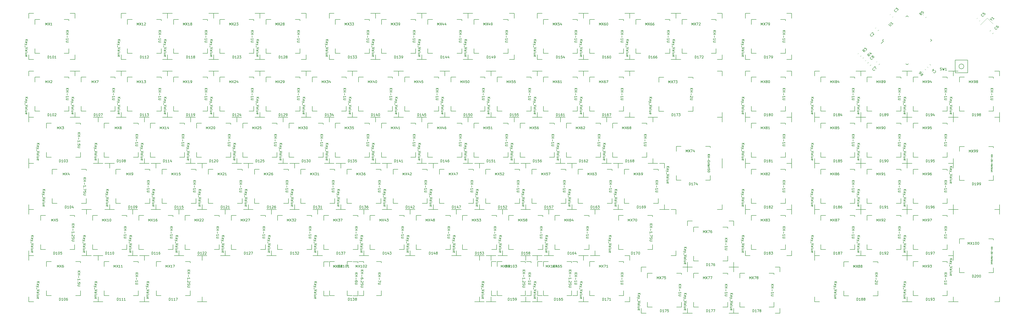
<source format=gbr>
%TF.GenerationSoftware,KiCad,Pcbnew,(6.0.4)*%
%TF.CreationDate,2022-04-19T22:35:02+02:00*%
%TF.ProjectId,pcb,7063622e-6b69-4636-9164-5f7063625858,rev?*%
%TF.SameCoordinates,Original*%
%TF.FileFunction,Legend,Top*%
%TF.FilePolarity,Positive*%
%FSLAX46Y46*%
G04 Gerber Fmt 4.6, Leading zero omitted, Abs format (unit mm)*
G04 Created by KiCad (PCBNEW (6.0.4)) date 2022-04-19 22:35:02*
%MOMM*%
%LPD*%
G01*
G04 APERTURE LIST*
%ADD10C,0.150000*%
%ADD11C,0.120000*%
G04 APERTURE END LIST*
D10*
%TO.C,MX20*%
X173378869Y-215082738D02*
X174378869Y-215082738D01*
X173378869Y-215654166D02*
X173950297Y-215225595D01*
X174378869Y-215654166D02*
X173807440Y-215082738D01*
X173378869Y-216082738D02*
X174378869Y-216082738D01*
X173902678Y-216082738D02*
X173902678Y-216654166D01*
X173378869Y-216654166D02*
X174378869Y-216654166D01*
X173759821Y-217130357D02*
X173759821Y-217892261D01*
X173378869Y-218892261D02*
X173378869Y-218320833D01*
X173378869Y-218606547D02*
X174378869Y-218606547D01*
X174236011Y-218511309D01*
X174140773Y-218416071D01*
X174093154Y-218320833D01*
X174378869Y-219320833D02*
X173569345Y-219320833D01*
X173474107Y-219368452D01*
X173426488Y-219416071D01*
X173378869Y-219511309D01*
X173378869Y-219701785D01*
X173426488Y-219797023D01*
X173474107Y-219844642D01*
X173569345Y-219892261D01*
X174378869Y-219892261D01*
X164449345Y-212859880D02*
X164449345Y-211859880D01*
X164782678Y-212574166D01*
X165116011Y-211859880D01*
X165116011Y-212859880D01*
X165496964Y-211859880D02*
X166163630Y-212859880D01*
X166163630Y-211859880D02*
X165496964Y-212859880D01*
X166496964Y-211955119D02*
X166544583Y-211907500D01*
X166639821Y-211859880D01*
X166877916Y-211859880D01*
X166973154Y-211907500D01*
X167020773Y-211955119D01*
X167068392Y-212050357D01*
X167068392Y-212145595D01*
X167020773Y-212288452D01*
X166449345Y-212859880D01*
X167068392Y-212859880D01*
X167687440Y-211859880D02*
X167782678Y-211859880D01*
X167877916Y-211907500D01*
X167925535Y-211955119D01*
X167973154Y-212050357D01*
X168020773Y-212240833D01*
X168020773Y-212478928D01*
X167973154Y-212669404D01*
X167925535Y-212764642D01*
X167877916Y-212812261D01*
X167782678Y-212859880D01*
X167687440Y-212859880D01*
X167592202Y-212812261D01*
X167544583Y-212764642D01*
X167496964Y-212669404D01*
X167449345Y-212478928D01*
X167449345Y-212240833D01*
X167496964Y-212050357D01*
X167544583Y-211955119D01*
X167592202Y-211907500D01*
X167687440Y-211859880D01*
%TO.C,D105*%
X101503273Y-264602380D02*
X101503273Y-263602380D01*
X101741369Y-263602380D01*
X101884226Y-263650000D01*
X101979464Y-263745238D01*
X102027083Y-263840476D01*
X102074702Y-264030952D01*
X102074702Y-264173809D01*
X102027083Y-264364285D01*
X101979464Y-264459523D01*
X101884226Y-264554761D01*
X101741369Y-264602380D01*
X101503273Y-264602380D01*
X103027083Y-264602380D02*
X102455654Y-264602380D01*
X102741369Y-264602380D02*
X102741369Y-263602380D01*
X102646130Y-263745238D01*
X102550892Y-263840476D01*
X102455654Y-263888095D01*
X103646130Y-263602380D02*
X103741369Y-263602380D01*
X103836607Y-263650000D01*
X103884226Y-263697619D01*
X103931845Y-263792857D01*
X103979464Y-263983333D01*
X103979464Y-264221428D01*
X103931845Y-264411904D01*
X103884226Y-264507142D01*
X103836607Y-264554761D01*
X103741369Y-264602380D01*
X103646130Y-264602380D01*
X103550892Y-264554761D01*
X103503273Y-264507142D01*
X103455654Y-264411904D01*
X103408035Y-264221428D01*
X103408035Y-263983333D01*
X103455654Y-263792857D01*
X103503273Y-263697619D01*
X103550892Y-263650000D01*
X103646130Y-263602380D01*
X104884226Y-263602380D02*
X104408035Y-263602380D01*
X104360416Y-264078571D01*
X104408035Y-264030952D01*
X104503273Y-263983333D01*
X104741369Y-263983333D01*
X104836607Y-264030952D01*
X104884226Y-264078571D01*
X104931845Y-264173809D01*
X104931845Y-264411904D01*
X104884226Y-264507142D01*
X104836607Y-264554761D01*
X104741369Y-264602380D01*
X104503273Y-264602380D01*
X104408035Y-264554761D01*
X104360416Y-264507142D01*
%TO.C,D173*%
X356297023Y-207452380D02*
X356297023Y-206452380D01*
X356535119Y-206452380D01*
X356677976Y-206500000D01*
X356773214Y-206595238D01*
X356820833Y-206690476D01*
X356868452Y-206880952D01*
X356868452Y-207023809D01*
X356820833Y-207214285D01*
X356773214Y-207309523D01*
X356677976Y-207404761D01*
X356535119Y-207452380D01*
X356297023Y-207452380D01*
X357820833Y-207452380D02*
X357249404Y-207452380D01*
X357535119Y-207452380D02*
X357535119Y-206452380D01*
X357439880Y-206595238D01*
X357344642Y-206690476D01*
X357249404Y-206738095D01*
X358154166Y-206452380D02*
X358820833Y-206452380D01*
X358392261Y-207452380D01*
X359106547Y-206452380D02*
X359725595Y-206452380D01*
X359392261Y-206833333D01*
X359535119Y-206833333D01*
X359630357Y-206880952D01*
X359677976Y-206928571D01*
X359725595Y-207023809D01*
X359725595Y-207261904D01*
X359677976Y-207357142D01*
X359630357Y-207404761D01*
X359535119Y-207452380D01*
X359249404Y-207452380D01*
X359154166Y-207404761D01*
X359106547Y-207357142D01*
%TO.C,D144*%
X261047023Y-183639880D02*
X261047023Y-182639880D01*
X261285119Y-182639880D01*
X261427976Y-182687500D01*
X261523214Y-182782738D01*
X261570833Y-182877976D01*
X261618452Y-183068452D01*
X261618452Y-183211309D01*
X261570833Y-183401785D01*
X261523214Y-183497023D01*
X261427976Y-183592261D01*
X261285119Y-183639880D01*
X261047023Y-183639880D01*
X262570833Y-183639880D02*
X261999404Y-183639880D01*
X262285119Y-183639880D02*
X262285119Y-182639880D01*
X262189880Y-182782738D01*
X262094642Y-182877976D01*
X261999404Y-182925595D01*
X263427976Y-182973214D02*
X263427976Y-183639880D01*
X263189880Y-182592261D02*
X262951785Y-183306547D01*
X263570833Y-183306547D01*
X264380357Y-182973214D02*
X264380357Y-183639880D01*
X264142261Y-182592261D02*
X263904166Y-183306547D01*
X264523214Y-183306547D01*
%TO.C,MX91*%
X440674345Y-231909880D02*
X440674345Y-230909880D01*
X441007678Y-231624166D01*
X441341011Y-230909880D01*
X441341011Y-231909880D01*
X441721964Y-230909880D02*
X442388630Y-231909880D01*
X442388630Y-230909880D02*
X441721964Y-231909880D01*
X442817202Y-231909880D02*
X443007678Y-231909880D01*
X443102916Y-231862261D01*
X443150535Y-231814642D01*
X443245773Y-231671785D01*
X443293392Y-231481309D01*
X443293392Y-231100357D01*
X443245773Y-231005119D01*
X443198154Y-230957500D01*
X443102916Y-230909880D01*
X442912440Y-230909880D01*
X442817202Y-230957500D01*
X442769583Y-231005119D01*
X442721964Y-231100357D01*
X442721964Y-231338452D01*
X442769583Y-231433690D01*
X442817202Y-231481309D01*
X442912440Y-231528928D01*
X443102916Y-231528928D01*
X443198154Y-231481309D01*
X443245773Y-231433690D01*
X443293392Y-231338452D01*
X444245773Y-231909880D02*
X443674345Y-231909880D01*
X443960059Y-231909880D02*
X443960059Y-230909880D01*
X443864821Y-231052738D01*
X443769583Y-231147976D01*
X443674345Y-231195595D01*
X449603869Y-234132738D02*
X450603869Y-234132738D01*
X449603869Y-234704166D02*
X450175297Y-234275595D01*
X450603869Y-234704166D02*
X450032440Y-234132738D01*
X449603869Y-235132738D02*
X450603869Y-235132738D01*
X450127678Y-235132738D02*
X450127678Y-235704166D01*
X449603869Y-235704166D02*
X450603869Y-235704166D01*
X449984821Y-236180357D02*
X449984821Y-236942261D01*
X449603869Y-237942261D02*
X449603869Y-237370833D01*
X449603869Y-237656547D02*
X450603869Y-237656547D01*
X450461011Y-237561309D01*
X450365773Y-237466071D01*
X450318154Y-237370833D01*
X450603869Y-238370833D02*
X449794345Y-238370833D01*
X449699107Y-238418452D01*
X449651488Y-238466071D01*
X449603869Y-238561309D01*
X449603869Y-238751785D01*
X449651488Y-238847023D01*
X449699107Y-238894642D01*
X449794345Y-238942261D01*
X450603869Y-238942261D01*
%TO.C,SW1*%
X466866666Y-188540761D02*
X467009523Y-188588380D01*
X467247619Y-188588380D01*
X467342857Y-188540761D01*
X467390476Y-188493142D01*
X467438095Y-188397904D01*
X467438095Y-188302666D01*
X467390476Y-188207428D01*
X467342857Y-188159809D01*
X467247619Y-188112190D01*
X467057142Y-188064571D01*
X466961904Y-188016952D01*
X466914285Y-187969333D01*
X466866666Y-187874095D01*
X466866666Y-187778857D01*
X466914285Y-187683619D01*
X466961904Y-187636000D01*
X467057142Y-187588380D01*
X467295238Y-187588380D01*
X467438095Y-187636000D01*
X467771428Y-187588380D02*
X468009523Y-188588380D01*
X468200000Y-187874095D01*
X468390476Y-188588380D01*
X468628571Y-187588380D01*
X469533333Y-188588380D02*
X468961904Y-188588380D01*
X469247619Y-188588380D02*
X469247619Y-187588380D01*
X469152380Y-187731238D01*
X469057142Y-187826476D01*
X468961904Y-187874095D01*
%TO.C,MX11*%
X135278869Y-272232738D02*
X136278869Y-272232738D01*
X135278869Y-272804166D02*
X135850297Y-272375595D01*
X136278869Y-272804166D02*
X135707440Y-272232738D01*
X135278869Y-273232738D02*
X136278869Y-273232738D01*
X135802678Y-273232738D02*
X135802678Y-273804166D01*
X135278869Y-273804166D02*
X136278869Y-273804166D01*
X135659821Y-274280357D02*
X135659821Y-275042261D01*
X135278869Y-276042261D02*
X135278869Y-275470833D01*
X135278869Y-275756547D02*
X136278869Y-275756547D01*
X136136011Y-275661309D01*
X136040773Y-275566071D01*
X135993154Y-275470833D01*
X136278869Y-276470833D02*
X135469345Y-276470833D01*
X135374107Y-276518452D01*
X135326488Y-276566071D01*
X135278869Y-276661309D01*
X135278869Y-276851785D01*
X135326488Y-276947023D01*
X135374107Y-276994642D01*
X135469345Y-277042261D01*
X136278869Y-277042261D01*
X126349345Y-270009880D02*
X126349345Y-269009880D01*
X126682678Y-269724166D01*
X127016011Y-269009880D01*
X127016011Y-270009880D01*
X127396964Y-269009880D02*
X128063630Y-270009880D01*
X128063630Y-269009880D02*
X127396964Y-270009880D01*
X128968392Y-270009880D02*
X128396964Y-270009880D01*
X128682678Y-270009880D02*
X128682678Y-269009880D01*
X128587440Y-269152738D01*
X128492202Y-269247976D01*
X128396964Y-269295595D01*
X129920773Y-270009880D02*
X129349345Y-270009880D01*
X129635059Y-270009880D02*
X129635059Y-269009880D01*
X129539821Y-269152738D01*
X129444583Y-269247976D01*
X129349345Y-269295595D01*
%TO.C,MX89*%
X449603869Y-196032738D02*
X450603869Y-196032738D01*
X449603869Y-196604166D02*
X450175297Y-196175595D01*
X450603869Y-196604166D02*
X450032440Y-196032738D01*
X449603869Y-197032738D02*
X450603869Y-197032738D01*
X450127678Y-197032738D02*
X450127678Y-197604166D01*
X449603869Y-197604166D02*
X450603869Y-197604166D01*
X449984821Y-198080357D02*
X449984821Y-198842261D01*
X449603869Y-199842261D02*
X449603869Y-199270833D01*
X449603869Y-199556547D02*
X450603869Y-199556547D01*
X450461011Y-199461309D01*
X450365773Y-199366071D01*
X450318154Y-199270833D01*
X450603869Y-200270833D02*
X449794345Y-200270833D01*
X449699107Y-200318452D01*
X449651488Y-200366071D01*
X449603869Y-200461309D01*
X449603869Y-200651785D01*
X449651488Y-200747023D01*
X449699107Y-200794642D01*
X449794345Y-200842261D01*
X450603869Y-200842261D01*
X440674345Y-193809880D02*
X440674345Y-192809880D01*
X441007678Y-193524166D01*
X441341011Y-192809880D01*
X441341011Y-193809880D01*
X441721964Y-192809880D02*
X442388630Y-193809880D01*
X442388630Y-192809880D02*
X441721964Y-193809880D01*
X442912440Y-193238452D02*
X442817202Y-193190833D01*
X442769583Y-193143214D01*
X442721964Y-193047976D01*
X442721964Y-193000357D01*
X442769583Y-192905119D01*
X442817202Y-192857500D01*
X442912440Y-192809880D01*
X443102916Y-192809880D01*
X443198154Y-192857500D01*
X443245773Y-192905119D01*
X443293392Y-193000357D01*
X443293392Y-193047976D01*
X443245773Y-193143214D01*
X443198154Y-193190833D01*
X443102916Y-193238452D01*
X442912440Y-193238452D01*
X442817202Y-193286071D01*
X442769583Y-193333690D01*
X442721964Y-193428928D01*
X442721964Y-193619404D01*
X442769583Y-193714642D01*
X442817202Y-193762261D01*
X442912440Y-193809880D01*
X443102916Y-193809880D01*
X443198154Y-193762261D01*
X443245773Y-193714642D01*
X443293392Y-193619404D01*
X443293392Y-193428928D01*
X443245773Y-193333690D01*
X443198154Y-193286071D01*
X443102916Y-193238452D01*
X443769583Y-193809880D02*
X443960059Y-193809880D01*
X444055297Y-193762261D01*
X444102916Y-193714642D01*
X444198154Y-193571785D01*
X444245773Y-193381309D01*
X444245773Y-193000357D01*
X444198154Y-192905119D01*
X444150535Y-192857500D01*
X444055297Y-192809880D01*
X443864821Y-192809880D01*
X443769583Y-192857500D01*
X443721964Y-192905119D01*
X443674345Y-193000357D01*
X443674345Y-193238452D01*
X443721964Y-193333690D01*
X443769583Y-193381309D01*
X443864821Y-193428928D01*
X444055297Y-193428928D01*
X444150535Y-193381309D01*
X444198154Y-193333690D01*
X444245773Y-193238452D01*
%TO.C,D138*%
X222947023Y-283652380D02*
X222947023Y-282652380D01*
X223185119Y-282652380D01*
X223327976Y-282700000D01*
X223423214Y-282795238D01*
X223470833Y-282890476D01*
X223518452Y-283080952D01*
X223518452Y-283223809D01*
X223470833Y-283414285D01*
X223423214Y-283509523D01*
X223327976Y-283604761D01*
X223185119Y-283652380D01*
X222947023Y-283652380D01*
X224470833Y-283652380D02*
X223899404Y-283652380D01*
X224185119Y-283652380D02*
X224185119Y-282652380D01*
X224089880Y-282795238D01*
X223994642Y-282890476D01*
X223899404Y-282938095D01*
X224804166Y-282652380D02*
X225423214Y-282652380D01*
X225089880Y-283033333D01*
X225232738Y-283033333D01*
X225327976Y-283080952D01*
X225375595Y-283128571D01*
X225423214Y-283223809D01*
X225423214Y-283461904D01*
X225375595Y-283557142D01*
X225327976Y-283604761D01*
X225232738Y-283652380D01*
X224947023Y-283652380D01*
X224851785Y-283604761D01*
X224804166Y-283557142D01*
X225994642Y-283080952D02*
X225899404Y-283033333D01*
X225851785Y-282985714D01*
X225804166Y-282890476D01*
X225804166Y-282842857D01*
X225851785Y-282747619D01*
X225899404Y-282700000D01*
X225994642Y-282652380D01*
X226185119Y-282652380D01*
X226280357Y-282700000D01*
X226327976Y-282747619D01*
X226375595Y-282842857D01*
X226375595Y-282890476D01*
X226327976Y-282985714D01*
X226280357Y-283033333D01*
X226185119Y-283080952D01*
X225994642Y-283080952D01*
X225899404Y-283128571D01*
X225851785Y-283176190D01*
X225804166Y-283271428D01*
X225804166Y-283461904D01*
X225851785Y-283557142D01*
X225899404Y-283604761D01*
X225994642Y-283652380D01*
X226185119Y-283652380D01*
X226280357Y-283604761D01*
X226327976Y-283557142D01*
X226375595Y-283461904D01*
X226375595Y-283271428D01*
X226327976Y-283176190D01*
X226280357Y-283128571D01*
X226185119Y-283080952D01*
%TO.C,D176*%
X370584523Y-269364880D02*
X370584523Y-268364880D01*
X370822619Y-268364880D01*
X370965476Y-268412500D01*
X371060714Y-268507738D01*
X371108333Y-268602976D01*
X371155952Y-268793452D01*
X371155952Y-268936309D01*
X371108333Y-269126785D01*
X371060714Y-269222023D01*
X370965476Y-269317261D01*
X370822619Y-269364880D01*
X370584523Y-269364880D01*
X372108333Y-269364880D02*
X371536904Y-269364880D01*
X371822619Y-269364880D02*
X371822619Y-268364880D01*
X371727380Y-268507738D01*
X371632142Y-268602976D01*
X371536904Y-268650595D01*
X372441666Y-268364880D02*
X373108333Y-268364880D01*
X372679761Y-269364880D01*
X373917857Y-268364880D02*
X373727380Y-268364880D01*
X373632142Y-268412500D01*
X373584523Y-268460119D01*
X373489285Y-268602976D01*
X373441666Y-268793452D01*
X373441666Y-269174404D01*
X373489285Y-269269642D01*
X373536904Y-269317261D01*
X373632142Y-269364880D01*
X373822619Y-269364880D01*
X373917857Y-269317261D01*
X373965476Y-269269642D01*
X374013095Y-269174404D01*
X374013095Y-268936309D01*
X373965476Y-268841071D01*
X373917857Y-268793452D01*
X373822619Y-268745833D01*
X373632142Y-268745833D01*
X373536904Y-268793452D01*
X373489285Y-268841071D01*
X373441666Y-268936309D01*
%TO.C,MX34*%
X212074345Y-193809880D02*
X212074345Y-192809880D01*
X212407678Y-193524166D01*
X212741011Y-192809880D01*
X212741011Y-193809880D01*
X213121964Y-192809880D02*
X213788630Y-193809880D01*
X213788630Y-192809880D02*
X213121964Y-193809880D01*
X214074345Y-192809880D02*
X214693392Y-192809880D01*
X214360059Y-193190833D01*
X214502916Y-193190833D01*
X214598154Y-193238452D01*
X214645773Y-193286071D01*
X214693392Y-193381309D01*
X214693392Y-193619404D01*
X214645773Y-193714642D01*
X214598154Y-193762261D01*
X214502916Y-193809880D01*
X214217202Y-193809880D01*
X214121964Y-193762261D01*
X214074345Y-193714642D01*
X215550535Y-193143214D02*
X215550535Y-193809880D01*
X215312440Y-192762261D02*
X215074345Y-193476547D01*
X215693392Y-193476547D01*
X221003869Y-196032738D02*
X222003869Y-196032738D01*
X221003869Y-196604166D02*
X221575297Y-196175595D01*
X222003869Y-196604166D02*
X221432440Y-196032738D01*
X221003869Y-197032738D02*
X222003869Y-197032738D01*
X221527678Y-197032738D02*
X221527678Y-197604166D01*
X221003869Y-197604166D02*
X222003869Y-197604166D01*
X221384821Y-198080357D02*
X221384821Y-198842261D01*
X221003869Y-199842261D02*
X221003869Y-199270833D01*
X221003869Y-199556547D02*
X222003869Y-199556547D01*
X221861011Y-199461309D01*
X221765773Y-199366071D01*
X221718154Y-199270833D01*
X222003869Y-200270833D02*
X221194345Y-200270833D01*
X221099107Y-200318452D01*
X221051488Y-200366071D01*
X221003869Y-200461309D01*
X221003869Y-200651785D01*
X221051488Y-200747023D01*
X221099107Y-200794642D01*
X221194345Y-200842261D01*
X222003869Y-200842261D01*
%TO.C,D155*%
X289622023Y-207452380D02*
X289622023Y-206452380D01*
X289860119Y-206452380D01*
X290002976Y-206500000D01*
X290098214Y-206595238D01*
X290145833Y-206690476D01*
X290193452Y-206880952D01*
X290193452Y-207023809D01*
X290145833Y-207214285D01*
X290098214Y-207309523D01*
X290002976Y-207404761D01*
X289860119Y-207452380D01*
X289622023Y-207452380D01*
X291145833Y-207452380D02*
X290574404Y-207452380D01*
X290860119Y-207452380D02*
X290860119Y-206452380D01*
X290764880Y-206595238D01*
X290669642Y-206690476D01*
X290574404Y-206738095D01*
X292050595Y-206452380D02*
X291574404Y-206452380D01*
X291526785Y-206928571D01*
X291574404Y-206880952D01*
X291669642Y-206833333D01*
X291907738Y-206833333D01*
X292002976Y-206880952D01*
X292050595Y-206928571D01*
X292098214Y-207023809D01*
X292098214Y-207261904D01*
X292050595Y-207357142D01*
X292002976Y-207404761D01*
X291907738Y-207452380D01*
X291669642Y-207452380D01*
X291574404Y-207404761D01*
X291526785Y-207357142D01*
X293002976Y-206452380D02*
X292526785Y-206452380D01*
X292479166Y-206928571D01*
X292526785Y-206880952D01*
X292622023Y-206833333D01*
X292860119Y-206833333D01*
X292955357Y-206880952D01*
X293002976Y-206928571D01*
X293050595Y-207023809D01*
X293050595Y-207261904D01*
X293002976Y-207357142D01*
X292955357Y-207404761D01*
X292860119Y-207452380D01*
X292622023Y-207452380D01*
X292526785Y-207404761D01*
X292479166Y-207357142D01*
%TO.C,D158*%
X294384523Y-264602380D02*
X294384523Y-263602380D01*
X294622619Y-263602380D01*
X294765476Y-263650000D01*
X294860714Y-263745238D01*
X294908333Y-263840476D01*
X294955952Y-264030952D01*
X294955952Y-264173809D01*
X294908333Y-264364285D01*
X294860714Y-264459523D01*
X294765476Y-264554761D01*
X294622619Y-264602380D01*
X294384523Y-264602380D01*
X295908333Y-264602380D02*
X295336904Y-264602380D01*
X295622619Y-264602380D02*
X295622619Y-263602380D01*
X295527380Y-263745238D01*
X295432142Y-263840476D01*
X295336904Y-263888095D01*
X296813095Y-263602380D02*
X296336904Y-263602380D01*
X296289285Y-264078571D01*
X296336904Y-264030952D01*
X296432142Y-263983333D01*
X296670238Y-263983333D01*
X296765476Y-264030952D01*
X296813095Y-264078571D01*
X296860714Y-264173809D01*
X296860714Y-264411904D01*
X296813095Y-264507142D01*
X296765476Y-264554761D01*
X296670238Y-264602380D01*
X296432142Y-264602380D01*
X296336904Y-264554761D01*
X296289285Y-264507142D01*
X297432142Y-264030952D02*
X297336904Y-263983333D01*
X297289285Y-263935714D01*
X297241666Y-263840476D01*
X297241666Y-263792857D01*
X297289285Y-263697619D01*
X297336904Y-263650000D01*
X297432142Y-263602380D01*
X297622619Y-263602380D01*
X297717857Y-263650000D01*
X297765476Y-263697619D01*
X297813095Y-263792857D01*
X297813095Y-263840476D01*
X297765476Y-263935714D01*
X297717857Y-263983333D01*
X297622619Y-264030952D01*
X297432142Y-264030952D01*
X297336904Y-264078571D01*
X297289285Y-264126190D01*
X297241666Y-264221428D01*
X297241666Y-264411904D01*
X297289285Y-264507142D01*
X297336904Y-264554761D01*
X297432142Y-264602380D01*
X297622619Y-264602380D01*
X297717857Y-264554761D01*
X297765476Y-264507142D01*
X297813095Y-264411904D01*
X297813095Y-264221428D01*
X297765476Y-264126190D01*
X297717857Y-264078571D01*
X297622619Y-264030952D01*
%TO.C,MX46*%
X259699345Y-212859880D02*
X259699345Y-211859880D01*
X260032678Y-212574166D01*
X260366011Y-211859880D01*
X260366011Y-212859880D01*
X260746964Y-211859880D02*
X261413630Y-212859880D01*
X261413630Y-211859880D02*
X260746964Y-212859880D01*
X262223154Y-212193214D02*
X262223154Y-212859880D01*
X261985059Y-211812261D02*
X261746964Y-212526547D01*
X262366011Y-212526547D01*
X263175535Y-211859880D02*
X262985059Y-211859880D01*
X262889821Y-211907500D01*
X262842202Y-211955119D01*
X262746964Y-212097976D01*
X262699345Y-212288452D01*
X262699345Y-212669404D01*
X262746964Y-212764642D01*
X262794583Y-212812261D01*
X262889821Y-212859880D01*
X263080297Y-212859880D01*
X263175535Y-212812261D01*
X263223154Y-212764642D01*
X263270773Y-212669404D01*
X263270773Y-212431309D01*
X263223154Y-212336071D01*
X263175535Y-212288452D01*
X263080297Y-212240833D01*
X262889821Y-212240833D01*
X262794583Y-212288452D01*
X262746964Y-212336071D01*
X262699345Y-212431309D01*
X268628869Y-215082738D02*
X269628869Y-215082738D01*
X268628869Y-215654166D02*
X269200297Y-215225595D01*
X269628869Y-215654166D02*
X269057440Y-215082738D01*
X268628869Y-216082738D02*
X269628869Y-216082738D01*
X269152678Y-216082738D02*
X269152678Y-216654166D01*
X268628869Y-216654166D02*
X269628869Y-216654166D01*
X269009821Y-217130357D02*
X269009821Y-217892261D01*
X268628869Y-218892261D02*
X268628869Y-218320833D01*
X268628869Y-218606547D02*
X269628869Y-218606547D01*
X269486011Y-218511309D01*
X269390773Y-218416071D01*
X269343154Y-218320833D01*
X269628869Y-219320833D02*
X268819345Y-219320833D01*
X268724107Y-219368452D01*
X268676488Y-219416071D01*
X268628869Y-219511309D01*
X268628869Y-219701785D01*
X268676488Y-219797023D01*
X268724107Y-219844642D01*
X268819345Y-219892261D01*
X269628869Y-219892261D01*
%TO.C,D150*%
X270572023Y-207452380D02*
X270572023Y-206452380D01*
X270810119Y-206452380D01*
X270952976Y-206500000D01*
X271048214Y-206595238D01*
X271095833Y-206690476D01*
X271143452Y-206880952D01*
X271143452Y-207023809D01*
X271095833Y-207214285D01*
X271048214Y-207309523D01*
X270952976Y-207404761D01*
X270810119Y-207452380D01*
X270572023Y-207452380D01*
X272095833Y-207452380D02*
X271524404Y-207452380D01*
X271810119Y-207452380D02*
X271810119Y-206452380D01*
X271714880Y-206595238D01*
X271619642Y-206690476D01*
X271524404Y-206738095D01*
X273000595Y-206452380D02*
X272524404Y-206452380D01*
X272476785Y-206928571D01*
X272524404Y-206880952D01*
X272619642Y-206833333D01*
X272857738Y-206833333D01*
X272952976Y-206880952D01*
X273000595Y-206928571D01*
X273048214Y-207023809D01*
X273048214Y-207261904D01*
X273000595Y-207357142D01*
X272952976Y-207404761D01*
X272857738Y-207452380D01*
X272619642Y-207452380D01*
X272524404Y-207404761D01*
X272476785Y-207357142D01*
X273667261Y-206452380D02*
X273762500Y-206452380D01*
X273857738Y-206500000D01*
X273905357Y-206547619D01*
X273952976Y-206642857D01*
X274000595Y-206833333D01*
X274000595Y-207071428D01*
X273952976Y-207261904D01*
X273905357Y-207357142D01*
X273857738Y-207404761D01*
X273762500Y-207452380D01*
X273667261Y-207452380D01*
X273572023Y-207404761D01*
X273524404Y-207357142D01*
X273476785Y-207261904D01*
X273429166Y-207071428D01*
X273429166Y-206833333D01*
X273476785Y-206642857D01*
X273524404Y-206547619D01*
X273572023Y-206500000D01*
X273667261Y-206452380D01*
%TO.C,MX37*%
X225766369Y-253182738D02*
X226766369Y-253182738D01*
X225766369Y-253754166D02*
X226337797Y-253325595D01*
X226766369Y-253754166D02*
X226194940Y-253182738D01*
X225766369Y-254182738D02*
X226766369Y-254182738D01*
X226290178Y-254182738D02*
X226290178Y-254754166D01*
X225766369Y-254754166D02*
X226766369Y-254754166D01*
X226147321Y-255230357D02*
X226147321Y-255992261D01*
X225766369Y-256992261D02*
X225766369Y-256420833D01*
X225766369Y-256706547D02*
X226766369Y-256706547D01*
X226623511Y-256611309D01*
X226528273Y-256516071D01*
X226480654Y-256420833D01*
X226766369Y-257420833D02*
X225956845Y-257420833D01*
X225861607Y-257468452D01*
X225813988Y-257516071D01*
X225766369Y-257611309D01*
X225766369Y-257801785D01*
X225813988Y-257897023D01*
X225861607Y-257944642D01*
X225956845Y-257992261D01*
X226766369Y-257992261D01*
X216836845Y-250959880D02*
X216836845Y-249959880D01*
X217170178Y-250674166D01*
X217503511Y-249959880D01*
X217503511Y-250959880D01*
X217884464Y-249959880D02*
X218551130Y-250959880D01*
X218551130Y-249959880D02*
X217884464Y-250959880D01*
X218836845Y-249959880D02*
X219455892Y-249959880D01*
X219122559Y-250340833D01*
X219265416Y-250340833D01*
X219360654Y-250388452D01*
X219408273Y-250436071D01*
X219455892Y-250531309D01*
X219455892Y-250769404D01*
X219408273Y-250864642D01*
X219360654Y-250912261D01*
X219265416Y-250959880D01*
X218979702Y-250959880D01*
X218884464Y-250912261D01*
X218836845Y-250864642D01*
X219789226Y-249959880D02*
X220455892Y-249959880D01*
X220027321Y-250959880D01*
%TO.C,D165*%
X307878273Y-283652380D02*
X307878273Y-282652380D01*
X308116369Y-282652380D01*
X308259226Y-282700000D01*
X308354464Y-282795238D01*
X308402083Y-282890476D01*
X308449702Y-283080952D01*
X308449702Y-283223809D01*
X308402083Y-283414285D01*
X308354464Y-283509523D01*
X308259226Y-283604761D01*
X308116369Y-283652380D01*
X307878273Y-283652380D01*
X309402083Y-283652380D02*
X308830654Y-283652380D01*
X309116369Y-283652380D02*
X309116369Y-282652380D01*
X309021130Y-282795238D01*
X308925892Y-282890476D01*
X308830654Y-282938095D01*
X310259226Y-282652380D02*
X310068750Y-282652380D01*
X309973511Y-282700000D01*
X309925892Y-282747619D01*
X309830654Y-282890476D01*
X309783035Y-283080952D01*
X309783035Y-283461904D01*
X309830654Y-283557142D01*
X309878273Y-283604761D01*
X309973511Y-283652380D01*
X310163988Y-283652380D01*
X310259226Y-283604761D01*
X310306845Y-283557142D01*
X310354464Y-283461904D01*
X310354464Y-283223809D01*
X310306845Y-283128571D01*
X310259226Y-283080952D01*
X310163988Y-283033333D01*
X309973511Y-283033333D01*
X309878273Y-283080952D01*
X309830654Y-283128571D01*
X309783035Y-283223809D01*
X311259226Y-282652380D02*
X310783035Y-282652380D01*
X310735416Y-283128571D01*
X310783035Y-283080952D01*
X310878273Y-283033333D01*
X311116369Y-283033333D01*
X311211607Y-283080952D01*
X311259226Y-283128571D01*
X311306845Y-283223809D01*
X311306845Y-283461904D01*
X311259226Y-283557142D01*
X311211607Y-283604761D01*
X311116369Y-283652380D01*
X310878273Y-283652380D01*
X310783035Y-283604761D01*
X310735416Y-283557142D01*
%TO.C,D151*%
X280097023Y-226502380D02*
X280097023Y-225502380D01*
X280335119Y-225502380D01*
X280477976Y-225550000D01*
X280573214Y-225645238D01*
X280620833Y-225740476D01*
X280668452Y-225930952D01*
X280668452Y-226073809D01*
X280620833Y-226264285D01*
X280573214Y-226359523D01*
X280477976Y-226454761D01*
X280335119Y-226502380D01*
X280097023Y-226502380D01*
X281620833Y-226502380D02*
X281049404Y-226502380D01*
X281335119Y-226502380D02*
X281335119Y-225502380D01*
X281239880Y-225645238D01*
X281144642Y-225740476D01*
X281049404Y-225788095D01*
X282525595Y-225502380D02*
X282049404Y-225502380D01*
X282001785Y-225978571D01*
X282049404Y-225930952D01*
X282144642Y-225883333D01*
X282382738Y-225883333D01*
X282477976Y-225930952D01*
X282525595Y-225978571D01*
X282573214Y-226073809D01*
X282573214Y-226311904D01*
X282525595Y-226407142D01*
X282477976Y-226454761D01*
X282382738Y-226502380D01*
X282144642Y-226502380D01*
X282049404Y-226454761D01*
X282001785Y-226407142D01*
X283525595Y-226502380D02*
X282954166Y-226502380D01*
X283239880Y-226502380D02*
X283239880Y-225502380D01*
X283144642Y-225645238D01*
X283049404Y-225740476D01*
X282954166Y-225788095D01*
%TO.C,MX104*%
X313872619Y-271042261D02*
X314872619Y-271042261D01*
X313872619Y-271613690D02*
X314444047Y-271185119D01*
X314872619Y-271613690D02*
X314301190Y-271042261D01*
X313872619Y-272042261D02*
X314872619Y-272042261D01*
X314396428Y-272042261D02*
X314396428Y-272613690D01*
X313872619Y-272613690D02*
X314872619Y-272613690D01*
X314253571Y-273089880D02*
X314253571Y-273851785D01*
X313872619Y-274851785D02*
X313872619Y-274280357D01*
X313872619Y-274566071D02*
X314872619Y-274566071D01*
X314729761Y-274470833D01*
X314634523Y-274375595D01*
X314586904Y-274280357D01*
X313967857Y-275280357D02*
X313920238Y-275327976D01*
X313872619Y-275280357D01*
X313920238Y-275232738D01*
X313967857Y-275280357D01*
X313872619Y-275280357D01*
X314777380Y-275708928D02*
X314825000Y-275756547D01*
X314872619Y-275851785D01*
X314872619Y-276089880D01*
X314825000Y-276185119D01*
X314777380Y-276232738D01*
X314682142Y-276280357D01*
X314586904Y-276280357D01*
X314444047Y-276232738D01*
X313872619Y-275661309D01*
X313872619Y-276280357D01*
X314872619Y-277185119D02*
X314872619Y-276708928D01*
X314396428Y-276661309D01*
X314444047Y-276708928D01*
X314491666Y-276804166D01*
X314491666Y-277042261D01*
X314444047Y-277137500D01*
X314396428Y-277185119D01*
X314301190Y-277232738D01*
X314063095Y-277232738D01*
X313967857Y-277185119D01*
X313920238Y-277137500D01*
X313872619Y-277042261D01*
X313872619Y-276804166D01*
X313920238Y-276708928D01*
X313967857Y-276661309D01*
X314872619Y-277661309D02*
X314063095Y-277661309D01*
X313967857Y-277708928D01*
X313920238Y-277756547D01*
X313872619Y-277851785D01*
X313872619Y-278042261D01*
X313920238Y-278137500D01*
X313967857Y-278185119D01*
X314063095Y-278232738D01*
X314872619Y-278232738D01*
X304466904Y-270009880D02*
X304466904Y-269009880D01*
X304800238Y-269724166D01*
X305133571Y-269009880D01*
X305133571Y-270009880D01*
X305514523Y-269009880D02*
X306181190Y-270009880D01*
X306181190Y-269009880D02*
X305514523Y-270009880D01*
X307085952Y-270009880D02*
X306514523Y-270009880D01*
X306800238Y-270009880D02*
X306800238Y-269009880D01*
X306705000Y-269152738D01*
X306609761Y-269247976D01*
X306514523Y-269295595D01*
X307705000Y-269009880D02*
X307800238Y-269009880D01*
X307895476Y-269057500D01*
X307943095Y-269105119D01*
X307990714Y-269200357D01*
X308038333Y-269390833D01*
X308038333Y-269628928D01*
X307990714Y-269819404D01*
X307943095Y-269914642D01*
X307895476Y-269962261D01*
X307800238Y-270009880D01*
X307705000Y-270009880D01*
X307609761Y-269962261D01*
X307562142Y-269914642D01*
X307514523Y-269819404D01*
X307466904Y-269628928D01*
X307466904Y-269390833D01*
X307514523Y-269200357D01*
X307562142Y-269105119D01*
X307609761Y-269057500D01*
X307705000Y-269009880D01*
X308895476Y-269343214D02*
X308895476Y-270009880D01*
X308657380Y-268962261D02*
X308419285Y-269676547D01*
X309038333Y-269676547D01*
%TO.C,MX70*%
X347210119Y-251992261D02*
X348210119Y-251992261D01*
X347210119Y-252563690D02*
X347781547Y-252135119D01*
X348210119Y-252563690D02*
X347638690Y-251992261D01*
X347210119Y-252992261D02*
X348210119Y-252992261D01*
X347733928Y-252992261D02*
X347733928Y-253563690D01*
X347210119Y-253563690D02*
X348210119Y-253563690D01*
X347591071Y-254039880D02*
X347591071Y-254801785D01*
X347210119Y-255801785D02*
X347210119Y-255230357D01*
X347210119Y-255516071D02*
X348210119Y-255516071D01*
X348067261Y-255420833D01*
X347972023Y-255325595D01*
X347924404Y-255230357D01*
X347305357Y-256230357D02*
X347257738Y-256277976D01*
X347210119Y-256230357D01*
X347257738Y-256182738D01*
X347305357Y-256230357D01*
X347210119Y-256230357D01*
X348210119Y-256611309D02*
X348210119Y-257277976D01*
X347210119Y-256849404D01*
X348210119Y-258135119D02*
X348210119Y-257658928D01*
X347733928Y-257611309D01*
X347781547Y-257658928D01*
X347829166Y-257754166D01*
X347829166Y-257992261D01*
X347781547Y-258087500D01*
X347733928Y-258135119D01*
X347638690Y-258182738D01*
X347400595Y-258182738D01*
X347305357Y-258135119D01*
X347257738Y-258087500D01*
X347210119Y-257992261D01*
X347210119Y-257754166D01*
X347257738Y-257658928D01*
X347305357Y-257611309D01*
X348210119Y-258611309D02*
X347400595Y-258611309D01*
X347305357Y-258658928D01*
X347257738Y-258706547D01*
X347210119Y-258801785D01*
X347210119Y-258992261D01*
X347257738Y-259087500D01*
X347305357Y-259135119D01*
X347400595Y-259182738D01*
X348210119Y-259182738D01*
X338280595Y-250959880D02*
X338280595Y-249959880D01*
X338613928Y-250674166D01*
X338947261Y-249959880D01*
X338947261Y-250959880D01*
X339328214Y-249959880D02*
X339994880Y-250959880D01*
X339994880Y-249959880D02*
X339328214Y-250959880D01*
X340280595Y-249959880D02*
X340947261Y-249959880D01*
X340518690Y-250959880D01*
X341518690Y-249959880D02*
X341613928Y-249959880D01*
X341709166Y-250007500D01*
X341756785Y-250055119D01*
X341804404Y-250150357D01*
X341852023Y-250340833D01*
X341852023Y-250578928D01*
X341804404Y-250769404D01*
X341756785Y-250864642D01*
X341709166Y-250912261D01*
X341613928Y-250959880D01*
X341518690Y-250959880D01*
X341423452Y-250912261D01*
X341375833Y-250864642D01*
X341328214Y-250769404D01*
X341280595Y-250578928D01*
X341280595Y-250340833D01*
X341328214Y-250150357D01*
X341375833Y-250055119D01*
X341423452Y-250007500D01*
X341518690Y-249959880D01*
%TO.C,C4*%
X464691709Y-188786632D02*
X464759052Y-188786632D01*
X464893739Y-188853976D01*
X464961083Y-188921319D01*
X465028426Y-189056007D01*
X465028426Y-189190694D01*
X464994755Y-189291709D01*
X464893739Y-189460068D01*
X464792724Y-189561083D01*
X464624365Y-189662098D01*
X464523350Y-189695770D01*
X464388663Y-189695770D01*
X464253976Y-189628426D01*
X464186632Y-189561083D01*
X464119289Y-189426396D01*
X464119289Y-189359052D01*
X463681556Y-188584602D02*
X464152961Y-188113197D01*
X463580541Y-189022335D02*
X464253976Y-188685617D01*
X463816243Y-188247884D01*
%TO.C,D152*%
X284859523Y-245552380D02*
X284859523Y-244552380D01*
X285097619Y-244552380D01*
X285240476Y-244600000D01*
X285335714Y-244695238D01*
X285383333Y-244790476D01*
X285430952Y-244980952D01*
X285430952Y-245123809D01*
X285383333Y-245314285D01*
X285335714Y-245409523D01*
X285240476Y-245504761D01*
X285097619Y-245552380D01*
X284859523Y-245552380D01*
X286383333Y-245552380D02*
X285811904Y-245552380D01*
X286097619Y-245552380D02*
X286097619Y-244552380D01*
X286002380Y-244695238D01*
X285907142Y-244790476D01*
X285811904Y-244838095D01*
X287288095Y-244552380D02*
X286811904Y-244552380D01*
X286764285Y-245028571D01*
X286811904Y-244980952D01*
X286907142Y-244933333D01*
X287145238Y-244933333D01*
X287240476Y-244980952D01*
X287288095Y-245028571D01*
X287335714Y-245123809D01*
X287335714Y-245361904D01*
X287288095Y-245457142D01*
X287240476Y-245504761D01*
X287145238Y-245552380D01*
X286907142Y-245552380D01*
X286811904Y-245504761D01*
X286764285Y-245457142D01*
X287716666Y-244647619D02*
X287764285Y-244600000D01*
X287859523Y-244552380D01*
X288097619Y-244552380D01*
X288192857Y-244600000D01*
X288240476Y-244647619D01*
X288288095Y-244742857D01*
X288288095Y-244838095D01*
X288240476Y-244980952D01*
X287669047Y-245552380D01*
X288288095Y-245552380D01*
%TO.C,C8*%
X438934688Y-183770389D02*
X438934688Y-183837732D01*
X438867344Y-183972419D01*
X438800001Y-184039763D01*
X438665313Y-184107106D01*
X438530626Y-184107106D01*
X438429611Y-184073435D01*
X438261252Y-183972419D01*
X438160237Y-183871404D01*
X438059222Y-183703045D01*
X438025550Y-183602030D01*
X438025550Y-183467343D01*
X438092894Y-183332656D01*
X438160237Y-183265312D01*
X438294924Y-183197969D01*
X438362268Y-183197969D01*
X439002031Y-183029610D02*
X438901016Y-183063282D01*
X438833672Y-183063282D01*
X438732657Y-183029610D01*
X438698985Y-182995938D01*
X438665313Y-182894923D01*
X438665313Y-182827580D01*
X438698985Y-182726564D01*
X438833672Y-182591877D01*
X438934688Y-182558206D01*
X439002031Y-182558206D01*
X439103046Y-182591877D01*
X439136718Y-182625549D01*
X439170390Y-182726564D01*
X439170390Y-182793908D01*
X439136718Y-182894923D01*
X439002031Y-183029610D01*
X438968359Y-183130625D01*
X438968359Y-183197969D01*
X439002031Y-183298984D01*
X439136718Y-183433671D01*
X439237733Y-183467343D01*
X439305077Y-183467343D01*
X439406092Y-183433671D01*
X439540779Y-183298984D01*
X439574451Y-183197969D01*
X439574451Y-183130625D01*
X439540779Y-183029610D01*
X439406092Y-182894923D01*
X439305077Y-182861251D01*
X439237733Y-182861251D01*
X439136718Y-182894923D01*
%TO.C,D116*%
X141984523Y-264602380D02*
X141984523Y-263602380D01*
X142222619Y-263602380D01*
X142365476Y-263650000D01*
X142460714Y-263745238D01*
X142508333Y-263840476D01*
X142555952Y-264030952D01*
X142555952Y-264173809D01*
X142508333Y-264364285D01*
X142460714Y-264459523D01*
X142365476Y-264554761D01*
X142222619Y-264602380D01*
X141984523Y-264602380D01*
X143508333Y-264602380D02*
X142936904Y-264602380D01*
X143222619Y-264602380D02*
X143222619Y-263602380D01*
X143127380Y-263745238D01*
X143032142Y-263840476D01*
X142936904Y-263888095D01*
X144460714Y-264602380D02*
X143889285Y-264602380D01*
X144175000Y-264602380D02*
X144175000Y-263602380D01*
X144079761Y-263745238D01*
X143984523Y-263840476D01*
X143889285Y-263888095D01*
X145317857Y-263602380D02*
X145127380Y-263602380D01*
X145032142Y-263650000D01*
X144984523Y-263697619D01*
X144889285Y-263840476D01*
X144841666Y-264030952D01*
X144841666Y-264411904D01*
X144889285Y-264507142D01*
X144936904Y-264554761D01*
X145032142Y-264602380D01*
X145222619Y-264602380D01*
X145317857Y-264554761D01*
X145365476Y-264507142D01*
X145413095Y-264411904D01*
X145413095Y-264173809D01*
X145365476Y-264078571D01*
X145317857Y-264030952D01*
X145222619Y-263983333D01*
X145032142Y-263983333D01*
X144936904Y-264030952D01*
X144889285Y-264078571D01*
X144841666Y-264173809D01*
%TO.C,D124*%
X175322023Y-207452380D02*
X175322023Y-206452380D01*
X175560119Y-206452380D01*
X175702976Y-206500000D01*
X175798214Y-206595238D01*
X175845833Y-206690476D01*
X175893452Y-206880952D01*
X175893452Y-207023809D01*
X175845833Y-207214285D01*
X175798214Y-207309523D01*
X175702976Y-207404761D01*
X175560119Y-207452380D01*
X175322023Y-207452380D01*
X176845833Y-207452380D02*
X176274404Y-207452380D01*
X176560119Y-207452380D02*
X176560119Y-206452380D01*
X176464880Y-206595238D01*
X176369642Y-206690476D01*
X176274404Y-206738095D01*
X177226785Y-206547619D02*
X177274404Y-206500000D01*
X177369642Y-206452380D01*
X177607738Y-206452380D01*
X177702976Y-206500000D01*
X177750595Y-206547619D01*
X177798214Y-206642857D01*
X177798214Y-206738095D01*
X177750595Y-206880952D01*
X177179166Y-207452380D01*
X177798214Y-207452380D01*
X178655357Y-206785714D02*
X178655357Y-207452380D01*
X178417261Y-206404761D02*
X178179166Y-207119047D01*
X178798214Y-207119047D01*
%TO.C,D139*%
X241997023Y-183639880D02*
X241997023Y-182639880D01*
X242235119Y-182639880D01*
X242377976Y-182687500D01*
X242473214Y-182782738D01*
X242520833Y-182877976D01*
X242568452Y-183068452D01*
X242568452Y-183211309D01*
X242520833Y-183401785D01*
X242473214Y-183497023D01*
X242377976Y-183592261D01*
X242235119Y-183639880D01*
X241997023Y-183639880D01*
X243520833Y-183639880D02*
X242949404Y-183639880D01*
X243235119Y-183639880D02*
X243235119Y-182639880D01*
X243139880Y-182782738D01*
X243044642Y-182877976D01*
X242949404Y-182925595D01*
X243854166Y-182639880D02*
X244473214Y-182639880D01*
X244139880Y-183020833D01*
X244282738Y-183020833D01*
X244377976Y-183068452D01*
X244425595Y-183116071D01*
X244473214Y-183211309D01*
X244473214Y-183449404D01*
X244425595Y-183544642D01*
X244377976Y-183592261D01*
X244282738Y-183639880D01*
X243997023Y-183639880D01*
X243901785Y-183592261D01*
X243854166Y-183544642D01*
X244949404Y-183639880D02*
X245139880Y-183639880D01*
X245235119Y-183592261D01*
X245282738Y-183544642D01*
X245377976Y-183401785D01*
X245425595Y-183211309D01*
X245425595Y-182830357D01*
X245377976Y-182735119D01*
X245330357Y-182687500D01*
X245235119Y-182639880D01*
X245044642Y-182639880D01*
X244949404Y-182687500D01*
X244901785Y-182735119D01*
X244854166Y-182830357D01*
X244854166Y-183068452D01*
X244901785Y-183163690D01*
X244949404Y-183211309D01*
X245044642Y-183258928D01*
X245235119Y-183258928D01*
X245330357Y-183211309D01*
X245377976Y-183163690D01*
X245425595Y-183068452D01*
%TO.C,D186*%
X422972023Y-245552380D02*
X422972023Y-244552380D01*
X423210119Y-244552380D01*
X423352976Y-244600000D01*
X423448214Y-244695238D01*
X423495833Y-244790476D01*
X423543452Y-244980952D01*
X423543452Y-245123809D01*
X423495833Y-245314285D01*
X423448214Y-245409523D01*
X423352976Y-245504761D01*
X423210119Y-245552380D01*
X422972023Y-245552380D01*
X424495833Y-245552380D02*
X423924404Y-245552380D01*
X424210119Y-245552380D02*
X424210119Y-244552380D01*
X424114880Y-244695238D01*
X424019642Y-244790476D01*
X423924404Y-244838095D01*
X425067261Y-244980952D02*
X424972023Y-244933333D01*
X424924404Y-244885714D01*
X424876785Y-244790476D01*
X424876785Y-244742857D01*
X424924404Y-244647619D01*
X424972023Y-244600000D01*
X425067261Y-244552380D01*
X425257738Y-244552380D01*
X425352976Y-244600000D01*
X425400595Y-244647619D01*
X425448214Y-244742857D01*
X425448214Y-244790476D01*
X425400595Y-244885714D01*
X425352976Y-244933333D01*
X425257738Y-244980952D01*
X425067261Y-244980952D01*
X424972023Y-245028571D01*
X424924404Y-245076190D01*
X424876785Y-245171428D01*
X424876785Y-245361904D01*
X424924404Y-245457142D01*
X424972023Y-245504761D01*
X425067261Y-245552380D01*
X425257738Y-245552380D01*
X425352976Y-245504761D01*
X425400595Y-245457142D01*
X425448214Y-245361904D01*
X425448214Y-245171428D01*
X425400595Y-245076190D01*
X425352976Y-245028571D01*
X425257738Y-244980952D01*
X426305357Y-244552380D02*
X426114880Y-244552380D01*
X426019642Y-244600000D01*
X425972023Y-244647619D01*
X425876785Y-244790476D01*
X425829166Y-244980952D01*
X425829166Y-245361904D01*
X425876785Y-245457142D01*
X425924404Y-245504761D01*
X426019642Y-245552380D01*
X426210119Y-245552380D01*
X426305357Y-245504761D01*
X426352976Y-245457142D01*
X426400595Y-245361904D01*
X426400595Y-245123809D01*
X426352976Y-245028571D01*
X426305357Y-244980952D01*
X426210119Y-244933333D01*
X426019642Y-244933333D01*
X425924404Y-244980952D01*
X425876785Y-245028571D01*
X425829166Y-245123809D01*
%TO.C,D200*%
X480122023Y-274127380D02*
X480122023Y-273127380D01*
X480360119Y-273127380D01*
X480502976Y-273175000D01*
X480598214Y-273270238D01*
X480645833Y-273365476D01*
X480693452Y-273555952D01*
X480693452Y-273698809D01*
X480645833Y-273889285D01*
X480598214Y-273984523D01*
X480502976Y-274079761D01*
X480360119Y-274127380D01*
X480122023Y-274127380D01*
X481074404Y-273222619D02*
X481122023Y-273175000D01*
X481217261Y-273127380D01*
X481455357Y-273127380D01*
X481550595Y-273175000D01*
X481598214Y-273222619D01*
X481645833Y-273317857D01*
X481645833Y-273413095D01*
X481598214Y-273555952D01*
X481026785Y-274127380D01*
X481645833Y-274127380D01*
X482264880Y-273127380D02*
X482360119Y-273127380D01*
X482455357Y-273175000D01*
X482502976Y-273222619D01*
X482550595Y-273317857D01*
X482598214Y-273508333D01*
X482598214Y-273746428D01*
X482550595Y-273936904D01*
X482502976Y-274032142D01*
X482455357Y-274079761D01*
X482360119Y-274127380D01*
X482264880Y-274127380D01*
X482169642Y-274079761D01*
X482122023Y-274032142D01*
X482074404Y-273936904D01*
X482026785Y-273746428D01*
X482026785Y-273508333D01*
X482074404Y-273317857D01*
X482122023Y-273222619D01*
X482169642Y-273175000D01*
X482264880Y-273127380D01*
X483217261Y-273127380D02*
X483312500Y-273127380D01*
X483407738Y-273175000D01*
X483455357Y-273222619D01*
X483502976Y-273317857D01*
X483550595Y-273508333D01*
X483550595Y-273746428D01*
X483502976Y-273936904D01*
X483455357Y-274032142D01*
X483407738Y-274079761D01*
X483312500Y-274127380D01*
X483217261Y-274127380D01*
X483122023Y-274079761D01*
X483074404Y-274032142D01*
X483026785Y-273936904D01*
X482979166Y-273746428D01*
X482979166Y-273508333D01*
X483026785Y-273317857D01*
X483074404Y-273222619D01*
X483122023Y-273175000D01*
X483217261Y-273127380D01*
%TO.C,MX18*%
X163853869Y-172220238D02*
X164853869Y-172220238D01*
X163853869Y-172791666D02*
X164425297Y-172363095D01*
X164853869Y-172791666D02*
X164282440Y-172220238D01*
X163853869Y-173220238D02*
X164853869Y-173220238D01*
X164377678Y-173220238D02*
X164377678Y-173791666D01*
X163853869Y-173791666D02*
X164853869Y-173791666D01*
X164234821Y-174267857D02*
X164234821Y-175029761D01*
X163853869Y-176029761D02*
X163853869Y-175458333D01*
X163853869Y-175744047D02*
X164853869Y-175744047D01*
X164711011Y-175648809D01*
X164615773Y-175553571D01*
X164568154Y-175458333D01*
X164853869Y-176458333D02*
X164044345Y-176458333D01*
X163949107Y-176505952D01*
X163901488Y-176553571D01*
X163853869Y-176648809D01*
X163853869Y-176839285D01*
X163901488Y-176934523D01*
X163949107Y-176982142D01*
X164044345Y-177029761D01*
X164853869Y-177029761D01*
X154924345Y-169997380D02*
X154924345Y-168997380D01*
X155257678Y-169711666D01*
X155591011Y-168997380D01*
X155591011Y-169997380D01*
X155971964Y-168997380D02*
X156638630Y-169997380D01*
X156638630Y-168997380D02*
X155971964Y-169997380D01*
X157543392Y-169997380D02*
X156971964Y-169997380D01*
X157257678Y-169997380D02*
X157257678Y-168997380D01*
X157162440Y-169140238D01*
X157067202Y-169235476D01*
X156971964Y-169283095D01*
X158114821Y-169425952D02*
X158019583Y-169378333D01*
X157971964Y-169330714D01*
X157924345Y-169235476D01*
X157924345Y-169187857D01*
X157971964Y-169092619D01*
X158019583Y-169045000D01*
X158114821Y-168997380D01*
X158305297Y-168997380D01*
X158400535Y-169045000D01*
X158448154Y-169092619D01*
X158495773Y-169187857D01*
X158495773Y-169235476D01*
X158448154Y-169330714D01*
X158400535Y-169378333D01*
X158305297Y-169425952D01*
X158114821Y-169425952D01*
X158019583Y-169473571D01*
X157971964Y-169521190D01*
X157924345Y-169616428D01*
X157924345Y-169806904D01*
X157971964Y-169902142D01*
X158019583Y-169949761D01*
X158114821Y-169997380D01*
X158305297Y-169997380D01*
X158400535Y-169949761D01*
X158448154Y-169902142D01*
X158495773Y-169806904D01*
X158495773Y-169616428D01*
X158448154Y-169521190D01*
X158400535Y-169473571D01*
X158305297Y-169425952D01*
%TO.C,D120*%
X165797023Y-226502380D02*
X165797023Y-225502380D01*
X166035119Y-225502380D01*
X166177976Y-225550000D01*
X166273214Y-225645238D01*
X166320833Y-225740476D01*
X166368452Y-225930952D01*
X166368452Y-226073809D01*
X166320833Y-226264285D01*
X166273214Y-226359523D01*
X166177976Y-226454761D01*
X166035119Y-226502380D01*
X165797023Y-226502380D01*
X167320833Y-226502380D02*
X166749404Y-226502380D01*
X167035119Y-226502380D02*
X167035119Y-225502380D01*
X166939880Y-225645238D01*
X166844642Y-225740476D01*
X166749404Y-225788095D01*
X167701785Y-225597619D02*
X167749404Y-225550000D01*
X167844642Y-225502380D01*
X168082738Y-225502380D01*
X168177976Y-225550000D01*
X168225595Y-225597619D01*
X168273214Y-225692857D01*
X168273214Y-225788095D01*
X168225595Y-225930952D01*
X167654166Y-226502380D01*
X168273214Y-226502380D01*
X168892261Y-225502380D02*
X168987500Y-225502380D01*
X169082738Y-225550000D01*
X169130357Y-225597619D01*
X169177976Y-225692857D01*
X169225595Y-225883333D01*
X169225595Y-226121428D01*
X169177976Y-226311904D01*
X169130357Y-226407142D01*
X169082738Y-226454761D01*
X168987500Y-226502380D01*
X168892261Y-226502380D01*
X168797023Y-226454761D01*
X168749404Y-226407142D01*
X168701785Y-226311904D01*
X168654166Y-226121428D01*
X168654166Y-225883333D01*
X168701785Y-225692857D01*
X168749404Y-225597619D01*
X168797023Y-225550000D01*
X168892261Y-225502380D01*
%TO.C,D196*%
X461072023Y-245552380D02*
X461072023Y-244552380D01*
X461310119Y-244552380D01*
X461452976Y-244600000D01*
X461548214Y-244695238D01*
X461595833Y-244790476D01*
X461643452Y-244980952D01*
X461643452Y-245123809D01*
X461595833Y-245314285D01*
X461548214Y-245409523D01*
X461452976Y-245504761D01*
X461310119Y-245552380D01*
X461072023Y-245552380D01*
X462595833Y-245552380D02*
X462024404Y-245552380D01*
X462310119Y-245552380D02*
X462310119Y-244552380D01*
X462214880Y-244695238D01*
X462119642Y-244790476D01*
X462024404Y-244838095D01*
X463072023Y-245552380D02*
X463262500Y-245552380D01*
X463357738Y-245504761D01*
X463405357Y-245457142D01*
X463500595Y-245314285D01*
X463548214Y-245123809D01*
X463548214Y-244742857D01*
X463500595Y-244647619D01*
X463452976Y-244600000D01*
X463357738Y-244552380D01*
X463167261Y-244552380D01*
X463072023Y-244600000D01*
X463024404Y-244647619D01*
X462976785Y-244742857D01*
X462976785Y-244980952D01*
X463024404Y-245076190D01*
X463072023Y-245123809D01*
X463167261Y-245171428D01*
X463357738Y-245171428D01*
X463452976Y-245123809D01*
X463500595Y-245076190D01*
X463548214Y-244980952D01*
X464405357Y-244552380D02*
X464214880Y-244552380D01*
X464119642Y-244600000D01*
X464072023Y-244647619D01*
X463976785Y-244790476D01*
X463929166Y-244980952D01*
X463929166Y-245361904D01*
X463976785Y-245457142D01*
X464024404Y-245504761D01*
X464119642Y-245552380D01*
X464310119Y-245552380D01*
X464405357Y-245504761D01*
X464452976Y-245457142D01*
X464500595Y-245361904D01*
X464500595Y-245123809D01*
X464452976Y-245028571D01*
X464405357Y-244980952D01*
X464310119Y-244933333D01*
X464119642Y-244933333D01*
X464024404Y-244980952D01*
X463976785Y-245028571D01*
X463929166Y-245123809D01*
%TO.C,MX55*%
X288274345Y-193809880D02*
X288274345Y-192809880D01*
X288607678Y-193524166D01*
X288941011Y-192809880D01*
X288941011Y-193809880D01*
X289321964Y-192809880D02*
X289988630Y-193809880D01*
X289988630Y-192809880D02*
X289321964Y-193809880D01*
X290845773Y-192809880D02*
X290369583Y-192809880D01*
X290321964Y-193286071D01*
X290369583Y-193238452D01*
X290464821Y-193190833D01*
X290702916Y-193190833D01*
X290798154Y-193238452D01*
X290845773Y-193286071D01*
X290893392Y-193381309D01*
X290893392Y-193619404D01*
X290845773Y-193714642D01*
X290798154Y-193762261D01*
X290702916Y-193809880D01*
X290464821Y-193809880D01*
X290369583Y-193762261D01*
X290321964Y-193714642D01*
X291798154Y-192809880D02*
X291321964Y-192809880D01*
X291274345Y-193286071D01*
X291321964Y-193238452D01*
X291417202Y-193190833D01*
X291655297Y-193190833D01*
X291750535Y-193238452D01*
X291798154Y-193286071D01*
X291845773Y-193381309D01*
X291845773Y-193619404D01*
X291798154Y-193714642D01*
X291750535Y-193762261D01*
X291655297Y-193809880D01*
X291417202Y-193809880D01*
X291321964Y-193762261D01*
X291274345Y-193714642D01*
X297203869Y-196032738D02*
X298203869Y-196032738D01*
X297203869Y-196604166D02*
X297775297Y-196175595D01*
X298203869Y-196604166D02*
X297632440Y-196032738D01*
X297203869Y-197032738D02*
X298203869Y-197032738D01*
X297727678Y-197032738D02*
X297727678Y-197604166D01*
X297203869Y-197604166D02*
X298203869Y-197604166D01*
X297584821Y-198080357D02*
X297584821Y-198842261D01*
X297203869Y-199842261D02*
X297203869Y-199270833D01*
X297203869Y-199556547D02*
X298203869Y-199556547D01*
X298061011Y-199461309D01*
X297965773Y-199366071D01*
X297918154Y-199270833D01*
X298203869Y-200270833D02*
X297394345Y-200270833D01*
X297299107Y-200318452D01*
X297251488Y-200366071D01*
X297203869Y-200461309D01*
X297203869Y-200651785D01*
X297251488Y-200747023D01*
X297299107Y-200794642D01*
X297394345Y-200842261D01*
X298203869Y-200842261D01*
%TO.C,MX13*%
X144803869Y-196032738D02*
X145803869Y-196032738D01*
X144803869Y-196604166D02*
X145375297Y-196175595D01*
X145803869Y-196604166D02*
X145232440Y-196032738D01*
X144803869Y-197032738D02*
X145803869Y-197032738D01*
X145327678Y-197032738D02*
X145327678Y-197604166D01*
X144803869Y-197604166D02*
X145803869Y-197604166D01*
X145184821Y-198080357D02*
X145184821Y-198842261D01*
X144803869Y-199842261D02*
X144803869Y-199270833D01*
X144803869Y-199556547D02*
X145803869Y-199556547D01*
X145661011Y-199461309D01*
X145565773Y-199366071D01*
X145518154Y-199270833D01*
X145803869Y-200270833D02*
X144994345Y-200270833D01*
X144899107Y-200318452D01*
X144851488Y-200366071D01*
X144803869Y-200461309D01*
X144803869Y-200651785D01*
X144851488Y-200747023D01*
X144899107Y-200794642D01*
X144994345Y-200842261D01*
X145803869Y-200842261D01*
X135874345Y-193809880D02*
X135874345Y-192809880D01*
X136207678Y-193524166D01*
X136541011Y-192809880D01*
X136541011Y-193809880D01*
X136921964Y-192809880D02*
X137588630Y-193809880D01*
X137588630Y-192809880D02*
X136921964Y-193809880D01*
X138493392Y-193809880D02*
X137921964Y-193809880D01*
X138207678Y-193809880D02*
X138207678Y-192809880D01*
X138112440Y-192952738D01*
X138017202Y-193047976D01*
X137921964Y-193095595D01*
X138826726Y-192809880D02*
X139445773Y-192809880D01*
X139112440Y-193190833D01*
X139255297Y-193190833D01*
X139350535Y-193238452D01*
X139398154Y-193286071D01*
X139445773Y-193381309D01*
X139445773Y-193619404D01*
X139398154Y-193714642D01*
X139350535Y-193762261D01*
X139255297Y-193809880D01*
X138969583Y-193809880D01*
X138874345Y-193762261D01*
X138826726Y-193714642D01*
%TO.C,D149*%
X280097023Y-183639880D02*
X280097023Y-182639880D01*
X280335119Y-182639880D01*
X280477976Y-182687500D01*
X280573214Y-182782738D01*
X280620833Y-182877976D01*
X280668452Y-183068452D01*
X280668452Y-183211309D01*
X280620833Y-183401785D01*
X280573214Y-183497023D01*
X280477976Y-183592261D01*
X280335119Y-183639880D01*
X280097023Y-183639880D01*
X281620833Y-183639880D02*
X281049404Y-183639880D01*
X281335119Y-183639880D02*
X281335119Y-182639880D01*
X281239880Y-182782738D01*
X281144642Y-182877976D01*
X281049404Y-182925595D01*
X282477976Y-182973214D02*
X282477976Y-183639880D01*
X282239880Y-182592261D02*
X282001785Y-183306547D01*
X282620833Y-183306547D01*
X283049404Y-183639880D02*
X283239880Y-183639880D01*
X283335119Y-183592261D01*
X283382738Y-183544642D01*
X283477976Y-183401785D01*
X283525595Y-183211309D01*
X283525595Y-182830357D01*
X283477976Y-182735119D01*
X283430357Y-182687500D01*
X283335119Y-182639880D01*
X283144642Y-182639880D01*
X283049404Y-182687500D01*
X283001785Y-182735119D01*
X282954166Y-182830357D01*
X282954166Y-183068452D01*
X283001785Y-183163690D01*
X283049404Y-183211309D01*
X283144642Y-183258928D01*
X283335119Y-183258928D01*
X283430357Y-183211309D01*
X283477976Y-183163690D01*
X283525595Y-183068452D01*
%TO.C,MX45*%
X250174345Y-193809880D02*
X250174345Y-192809880D01*
X250507678Y-193524166D01*
X250841011Y-192809880D01*
X250841011Y-193809880D01*
X251221964Y-192809880D02*
X251888630Y-193809880D01*
X251888630Y-192809880D02*
X251221964Y-193809880D01*
X252698154Y-193143214D02*
X252698154Y-193809880D01*
X252460059Y-192762261D02*
X252221964Y-193476547D01*
X252841011Y-193476547D01*
X253698154Y-192809880D02*
X253221964Y-192809880D01*
X253174345Y-193286071D01*
X253221964Y-193238452D01*
X253317202Y-193190833D01*
X253555297Y-193190833D01*
X253650535Y-193238452D01*
X253698154Y-193286071D01*
X253745773Y-193381309D01*
X253745773Y-193619404D01*
X253698154Y-193714642D01*
X253650535Y-193762261D01*
X253555297Y-193809880D01*
X253317202Y-193809880D01*
X253221964Y-193762261D01*
X253174345Y-193714642D01*
X259103869Y-196032738D02*
X260103869Y-196032738D01*
X259103869Y-196604166D02*
X259675297Y-196175595D01*
X260103869Y-196604166D02*
X259532440Y-196032738D01*
X259103869Y-197032738D02*
X260103869Y-197032738D01*
X259627678Y-197032738D02*
X259627678Y-197604166D01*
X259103869Y-197604166D02*
X260103869Y-197604166D01*
X259484821Y-198080357D02*
X259484821Y-198842261D01*
X259103869Y-199842261D02*
X259103869Y-199270833D01*
X259103869Y-199556547D02*
X260103869Y-199556547D01*
X259961011Y-199461309D01*
X259865773Y-199366071D01*
X259818154Y-199270833D01*
X260103869Y-200270833D02*
X259294345Y-200270833D01*
X259199107Y-200318452D01*
X259151488Y-200366071D01*
X259103869Y-200461309D01*
X259103869Y-200651785D01*
X259151488Y-200747023D01*
X259199107Y-200794642D01*
X259294345Y-200842261D01*
X260103869Y-200842261D01*
%TO.C,MX75*%
X350186845Y-274772380D02*
X350186845Y-273772380D01*
X350520178Y-274486666D01*
X350853511Y-273772380D01*
X350853511Y-274772380D01*
X351234464Y-273772380D02*
X351901130Y-274772380D01*
X351901130Y-273772380D02*
X351234464Y-274772380D01*
X352186845Y-273772380D02*
X352853511Y-273772380D01*
X352424940Y-274772380D01*
X353710654Y-273772380D02*
X353234464Y-273772380D01*
X353186845Y-274248571D01*
X353234464Y-274200952D01*
X353329702Y-274153333D01*
X353567797Y-274153333D01*
X353663035Y-274200952D01*
X353710654Y-274248571D01*
X353758273Y-274343809D01*
X353758273Y-274581904D01*
X353710654Y-274677142D01*
X353663035Y-274724761D01*
X353567797Y-274772380D01*
X353329702Y-274772380D01*
X353234464Y-274724761D01*
X353186845Y-274677142D01*
X359116369Y-276995238D02*
X360116369Y-276995238D01*
X359116369Y-277566666D02*
X359687797Y-277138095D01*
X360116369Y-277566666D02*
X359544940Y-276995238D01*
X359116369Y-277995238D02*
X360116369Y-277995238D01*
X359640178Y-277995238D02*
X359640178Y-278566666D01*
X359116369Y-278566666D02*
X360116369Y-278566666D01*
X359497321Y-279042857D02*
X359497321Y-279804761D01*
X359116369Y-280804761D02*
X359116369Y-280233333D01*
X359116369Y-280519047D02*
X360116369Y-280519047D01*
X359973511Y-280423809D01*
X359878273Y-280328571D01*
X359830654Y-280233333D01*
X360116369Y-281233333D02*
X359306845Y-281233333D01*
X359211607Y-281280952D01*
X359163988Y-281328571D01*
X359116369Y-281423809D01*
X359116369Y-281614285D01*
X359163988Y-281709523D01*
X359211607Y-281757142D01*
X359306845Y-281804761D01*
X360116369Y-281804761D01*
%TO.C,D131*%
X208659523Y-245552380D02*
X208659523Y-244552380D01*
X208897619Y-244552380D01*
X209040476Y-244600000D01*
X209135714Y-244695238D01*
X209183333Y-244790476D01*
X209230952Y-244980952D01*
X209230952Y-245123809D01*
X209183333Y-245314285D01*
X209135714Y-245409523D01*
X209040476Y-245504761D01*
X208897619Y-245552380D01*
X208659523Y-245552380D01*
X210183333Y-245552380D02*
X209611904Y-245552380D01*
X209897619Y-245552380D02*
X209897619Y-244552380D01*
X209802380Y-244695238D01*
X209707142Y-244790476D01*
X209611904Y-244838095D01*
X210516666Y-244552380D02*
X211135714Y-244552380D01*
X210802380Y-244933333D01*
X210945238Y-244933333D01*
X211040476Y-244980952D01*
X211088095Y-245028571D01*
X211135714Y-245123809D01*
X211135714Y-245361904D01*
X211088095Y-245457142D01*
X211040476Y-245504761D01*
X210945238Y-245552380D01*
X210659523Y-245552380D01*
X210564285Y-245504761D01*
X210516666Y-245457142D01*
X212088095Y-245552380D02*
X211516666Y-245552380D01*
X211802380Y-245552380D02*
X211802380Y-244552380D01*
X211707142Y-244695238D01*
X211611904Y-244790476D01*
X211516666Y-244838095D01*
%TO.C,R3*%
X436002029Y-180637732D02*
X435429609Y-180536717D01*
X435597968Y-181041793D02*
X434890861Y-180334687D01*
X435160235Y-180065312D01*
X435261250Y-180031641D01*
X435328594Y-180031641D01*
X435429609Y-180065312D01*
X435530624Y-180166328D01*
X435564296Y-180267343D01*
X435564296Y-180334687D01*
X435530624Y-180435702D01*
X435261250Y-180705076D01*
X435530624Y-179694923D02*
X435968357Y-179257190D01*
X436002029Y-179762267D01*
X436103044Y-179661251D01*
X436204060Y-179627580D01*
X436271403Y-179627580D01*
X436372418Y-179661251D01*
X436540777Y-179829610D01*
X436574449Y-179930625D01*
X436574449Y-179997969D01*
X436540777Y-180098984D01*
X436338747Y-180301015D01*
X436237731Y-180334687D01*
X436170388Y-180334687D01*
%TO.C,D188*%
X432497023Y-283652380D02*
X432497023Y-282652380D01*
X432735119Y-282652380D01*
X432877976Y-282700000D01*
X432973214Y-282795238D01*
X433020833Y-282890476D01*
X433068452Y-283080952D01*
X433068452Y-283223809D01*
X433020833Y-283414285D01*
X432973214Y-283509523D01*
X432877976Y-283604761D01*
X432735119Y-283652380D01*
X432497023Y-283652380D01*
X434020833Y-283652380D02*
X433449404Y-283652380D01*
X433735119Y-283652380D02*
X433735119Y-282652380D01*
X433639880Y-282795238D01*
X433544642Y-282890476D01*
X433449404Y-282938095D01*
X434592261Y-283080952D02*
X434497023Y-283033333D01*
X434449404Y-282985714D01*
X434401785Y-282890476D01*
X434401785Y-282842857D01*
X434449404Y-282747619D01*
X434497023Y-282700000D01*
X434592261Y-282652380D01*
X434782738Y-282652380D01*
X434877976Y-282700000D01*
X434925595Y-282747619D01*
X434973214Y-282842857D01*
X434973214Y-282890476D01*
X434925595Y-282985714D01*
X434877976Y-283033333D01*
X434782738Y-283080952D01*
X434592261Y-283080952D01*
X434497023Y-283128571D01*
X434449404Y-283176190D01*
X434401785Y-283271428D01*
X434401785Y-283461904D01*
X434449404Y-283557142D01*
X434497023Y-283604761D01*
X434592261Y-283652380D01*
X434782738Y-283652380D01*
X434877976Y-283604761D01*
X434925595Y-283557142D01*
X434973214Y-283461904D01*
X434973214Y-283271428D01*
X434925595Y-283176190D01*
X434877976Y-283128571D01*
X434782738Y-283080952D01*
X435544642Y-283080952D02*
X435449404Y-283033333D01*
X435401785Y-282985714D01*
X435354166Y-282890476D01*
X435354166Y-282842857D01*
X435401785Y-282747619D01*
X435449404Y-282700000D01*
X435544642Y-282652380D01*
X435735119Y-282652380D01*
X435830357Y-282700000D01*
X435877976Y-282747619D01*
X435925595Y-282842857D01*
X435925595Y-282890476D01*
X435877976Y-282985714D01*
X435830357Y-283033333D01*
X435735119Y-283080952D01*
X435544642Y-283080952D01*
X435449404Y-283128571D01*
X435401785Y-283176190D01*
X435354166Y-283271428D01*
X435354166Y-283461904D01*
X435401785Y-283557142D01*
X435449404Y-283604761D01*
X435544642Y-283652380D01*
X435735119Y-283652380D01*
X435830357Y-283604761D01*
X435877976Y-283557142D01*
X435925595Y-283461904D01*
X435925595Y-283271428D01*
X435877976Y-283176190D01*
X435830357Y-283128571D01*
X435735119Y-283080952D01*
%TO.C,MX40*%
X231124345Y-193809880D02*
X231124345Y-192809880D01*
X231457678Y-193524166D01*
X231791011Y-192809880D01*
X231791011Y-193809880D01*
X232171964Y-192809880D02*
X232838630Y-193809880D01*
X232838630Y-192809880D02*
X232171964Y-193809880D01*
X233648154Y-193143214D02*
X233648154Y-193809880D01*
X233410059Y-192762261D02*
X233171964Y-193476547D01*
X233791011Y-193476547D01*
X234362440Y-192809880D02*
X234457678Y-192809880D01*
X234552916Y-192857500D01*
X234600535Y-192905119D01*
X234648154Y-193000357D01*
X234695773Y-193190833D01*
X234695773Y-193428928D01*
X234648154Y-193619404D01*
X234600535Y-193714642D01*
X234552916Y-193762261D01*
X234457678Y-193809880D01*
X234362440Y-193809880D01*
X234267202Y-193762261D01*
X234219583Y-193714642D01*
X234171964Y-193619404D01*
X234124345Y-193428928D01*
X234124345Y-193190833D01*
X234171964Y-193000357D01*
X234219583Y-192905119D01*
X234267202Y-192857500D01*
X234362440Y-192809880D01*
X240053869Y-196032738D02*
X241053869Y-196032738D01*
X240053869Y-196604166D02*
X240625297Y-196175595D01*
X241053869Y-196604166D02*
X240482440Y-196032738D01*
X240053869Y-197032738D02*
X241053869Y-197032738D01*
X240577678Y-197032738D02*
X240577678Y-197604166D01*
X240053869Y-197604166D02*
X241053869Y-197604166D01*
X240434821Y-198080357D02*
X240434821Y-198842261D01*
X240053869Y-199842261D02*
X240053869Y-199270833D01*
X240053869Y-199556547D02*
X241053869Y-199556547D01*
X240911011Y-199461309D01*
X240815773Y-199366071D01*
X240768154Y-199270833D01*
X241053869Y-200270833D02*
X240244345Y-200270833D01*
X240149107Y-200318452D01*
X240101488Y-200366071D01*
X240053869Y-200461309D01*
X240053869Y-200651785D01*
X240101488Y-200747023D01*
X240149107Y-200794642D01*
X240244345Y-200842261D01*
X241053869Y-200842261D01*
%TO.C,MX44*%
X259699345Y-169997380D02*
X259699345Y-168997380D01*
X260032678Y-169711666D01*
X260366011Y-168997380D01*
X260366011Y-169997380D01*
X260746964Y-168997380D02*
X261413630Y-169997380D01*
X261413630Y-168997380D02*
X260746964Y-169997380D01*
X262223154Y-169330714D02*
X262223154Y-169997380D01*
X261985059Y-168949761D02*
X261746964Y-169664047D01*
X262366011Y-169664047D01*
X263175535Y-169330714D02*
X263175535Y-169997380D01*
X262937440Y-168949761D02*
X262699345Y-169664047D01*
X263318392Y-169664047D01*
X268628869Y-172220238D02*
X269628869Y-172220238D01*
X268628869Y-172791666D02*
X269200297Y-172363095D01*
X269628869Y-172791666D02*
X269057440Y-172220238D01*
X268628869Y-173220238D02*
X269628869Y-173220238D01*
X269152678Y-173220238D02*
X269152678Y-173791666D01*
X268628869Y-173791666D02*
X269628869Y-173791666D01*
X269009821Y-174267857D02*
X269009821Y-175029761D01*
X268628869Y-176029761D02*
X268628869Y-175458333D01*
X268628869Y-175744047D02*
X269628869Y-175744047D01*
X269486011Y-175648809D01*
X269390773Y-175553571D01*
X269343154Y-175458333D01*
X269628869Y-176458333D02*
X268819345Y-176458333D01*
X268724107Y-176505952D01*
X268676488Y-176553571D01*
X268628869Y-176648809D01*
X268628869Y-176839285D01*
X268676488Y-176934523D01*
X268724107Y-176982142D01*
X268819345Y-177029761D01*
X269628869Y-177029761D01*
%TO.C,D164*%
X313434523Y-264602380D02*
X313434523Y-263602380D01*
X313672619Y-263602380D01*
X313815476Y-263650000D01*
X313910714Y-263745238D01*
X313958333Y-263840476D01*
X314005952Y-264030952D01*
X314005952Y-264173809D01*
X313958333Y-264364285D01*
X313910714Y-264459523D01*
X313815476Y-264554761D01*
X313672619Y-264602380D01*
X313434523Y-264602380D01*
X314958333Y-264602380D02*
X314386904Y-264602380D01*
X314672619Y-264602380D02*
X314672619Y-263602380D01*
X314577380Y-263745238D01*
X314482142Y-263840476D01*
X314386904Y-263888095D01*
X315815476Y-263602380D02*
X315625000Y-263602380D01*
X315529761Y-263650000D01*
X315482142Y-263697619D01*
X315386904Y-263840476D01*
X315339285Y-264030952D01*
X315339285Y-264411904D01*
X315386904Y-264507142D01*
X315434523Y-264554761D01*
X315529761Y-264602380D01*
X315720238Y-264602380D01*
X315815476Y-264554761D01*
X315863095Y-264507142D01*
X315910714Y-264411904D01*
X315910714Y-264173809D01*
X315863095Y-264078571D01*
X315815476Y-264030952D01*
X315720238Y-263983333D01*
X315529761Y-263983333D01*
X315434523Y-264030952D01*
X315386904Y-264078571D01*
X315339285Y-264173809D01*
X316767857Y-263935714D02*
X316767857Y-264602380D01*
X316529761Y-263554761D02*
X316291666Y-264269047D01*
X316910714Y-264269047D01*
%TO.C,D166*%
X346772023Y-183639880D02*
X346772023Y-182639880D01*
X347010119Y-182639880D01*
X347152976Y-182687500D01*
X347248214Y-182782738D01*
X347295833Y-182877976D01*
X347343452Y-183068452D01*
X347343452Y-183211309D01*
X347295833Y-183401785D01*
X347248214Y-183497023D01*
X347152976Y-183592261D01*
X347010119Y-183639880D01*
X346772023Y-183639880D01*
X348295833Y-183639880D02*
X347724404Y-183639880D01*
X348010119Y-183639880D02*
X348010119Y-182639880D01*
X347914880Y-182782738D01*
X347819642Y-182877976D01*
X347724404Y-182925595D01*
X349152976Y-182639880D02*
X348962500Y-182639880D01*
X348867261Y-182687500D01*
X348819642Y-182735119D01*
X348724404Y-182877976D01*
X348676785Y-183068452D01*
X348676785Y-183449404D01*
X348724404Y-183544642D01*
X348772023Y-183592261D01*
X348867261Y-183639880D01*
X349057738Y-183639880D01*
X349152976Y-183592261D01*
X349200595Y-183544642D01*
X349248214Y-183449404D01*
X349248214Y-183211309D01*
X349200595Y-183116071D01*
X349152976Y-183068452D01*
X349057738Y-183020833D01*
X348867261Y-183020833D01*
X348772023Y-183068452D01*
X348724404Y-183116071D01*
X348676785Y-183211309D01*
X350105357Y-182639880D02*
X349914880Y-182639880D01*
X349819642Y-182687500D01*
X349772023Y-182735119D01*
X349676785Y-182877976D01*
X349629166Y-183068452D01*
X349629166Y-183449404D01*
X349676785Y-183544642D01*
X349724404Y-183592261D01*
X349819642Y-183639880D01*
X350010119Y-183639880D01*
X350105357Y-183592261D01*
X350152976Y-183544642D01*
X350200595Y-183449404D01*
X350200595Y-183211309D01*
X350152976Y-183116071D01*
X350105357Y-183068452D01*
X350010119Y-183020833D01*
X349819642Y-183020833D01*
X349724404Y-183068452D01*
X349676785Y-183116071D01*
X349629166Y-183211309D01*
%TO.C,MX67*%
X326374345Y-193809880D02*
X326374345Y-192809880D01*
X326707678Y-193524166D01*
X327041011Y-192809880D01*
X327041011Y-193809880D01*
X327421964Y-192809880D02*
X328088630Y-193809880D01*
X328088630Y-192809880D02*
X327421964Y-193809880D01*
X328898154Y-192809880D02*
X328707678Y-192809880D01*
X328612440Y-192857500D01*
X328564821Y-192905119D01*
X328469583Y-193047976D01*
X328421964Y-193238452D01*
X328421964Y-193619404D01*
X328469583Y-193714642D01*
X328517202Y-193762261D01*
X328612440Y-193809880D01*
X328802916Y-193809880D01*
X328898154Y-193762261D01*
X328945773Y-193714642D01*
X328993392Y-193619404D01*
X328993392Y-193381309D01*
X328945773Y-193286071D01*
X328898154Y-193238452D01*
X328802916Y-193190833D01*
X328612440Y-193190833D01*
X328517202Y-193238452D01*
X328469583Y-193286071D01*
X328421964Y-193381309D01*
X329326726Y-192809880D02*
X329993392Y-192809880D01*
X329564821Y-193809880D01*
X335303869Y-196032738D02*
X336303869Y-196032738D01*
X335303869Y-196604166D02*
X335875297Y-196175595D01*
X336303869Y-196604166D02*
X335732440Y-196032738D01*
X335303869Y-197032738D02*
X336303869Y-197032738D01*
X335827678Y-197032738D02*
X335827678Y-197604166D01*
X335303869Y-197604166D02*
X336303869Y-197604166D01*
X335684821Y-198080357D02*
X335684821Y-198842261D01*
X335303869Y-199842261D02*
X335303869Y-199270833D01*
X335303869Y-199556547D02*
X336303869Y-199556547D01*
X336161011Y-199461309D01*
X336065773Y-199366071D01*
X336018154Y-199270833D01*
X336303869Y-200270833D02*
X335494345Y-200270833D01*
X335399107Y-200318452D01*
X335351488Y-200366071D01*
X335303869Y-200461309D01*
X335303869Y-200651785D01*
X335351488Y-200747023D01*
X335399107Y-200794642D01*
X335494345Y-200842261D01*
X336303869Y-200842261D01*
%TO.C,D192*%
X442022023Y-264602380D02*
X442022023Y-263602380D01*
X442260119Y-263602380D01*
X442402976Y-263650000D01*
X442498214Y-263745238D01*
X442545833Y-263840476D01*
X442593452Y-264030952D01*
X442593452Y-264173809D01*
X442545833Y-264364285D01*
X442498214Y-264459523D01*
X442402976Y-264554761D01*
X442260119Y-264602380D01*
X442022023Y-264602380D01*
X443545833Y-264602380D02*
X442974404Y-264602380D01*
X443260119Y-264602380D02*
X443260119Y-263602380D01*
X443164880Y-263745238D01*
X443069642Y-263840476D01*
X442974404Y-263888095D01*
X444022023Y-264602380D02*
X444212500Y-264602380D01*
X444307738Y-264554761D01*
X444355357Y-264507142D01*
X444450595Y-264364285D01*
X444498214Y-264173809D01*
X444498214Y-263792857D01*
X444450595Y-263697619D01*
X444402976Y-263650000D01*
X444307738Y-263602380D01*
X444117261Y-263602380D01*
X444022023Y-263650000D01*
X443974404Y-263697619D01*
X443926785Y-263792857D01*
X443926785Y-264030952D01*
X443974404Y-264126190D01*
X444022023Y-264173809D01*
X444117261Y-264221428D01*
X444307738Y-264221428D01*
X444402976Y-264173809D01*
X444450595Y-264126190D01*
X444498214Y-264030952D01*
X444879166Y-263697619D02*
X444926785Y-263650000D01*
X445022023Y-263602380D01*
X445260119Y-263602380D01*
X445355357Y-263650000D01*
X445402976Y-263697619D01*
X445450595Y-263792857D01*
X445450595Y-263888095D01*
X445402976Y-264030952D01*
X444831547Y-264602380D01*
X445450595Y-264602380D01*
%TO.C,D123*%
X175322023Y-183639880D02*
X175322023Y-182639880D01*
X175560119Y-182639880D01*
X175702976Y-182687500D01*
X175798214Y-182782738D01*
X175845833Y-182877976D01*
X175893452Y-183068452D01*
X175893452Y-183211309D01*
X175845833Y-183401785D01*
X175798214Y-183497023D01*
X175702976Y-183592261D01*
X175560119Y-183639880D01*
X175322023Y-183639880D01*
X176845833Y-183639880D02*
X176274404Y-183639880D01*
X176560119Y-183639880D02*
X176560119Y-182639880D01*
X176464880Y-182782738D01*
X176369642Y-182877976D01*
X176274404Y-182925595D01*
X177226785Y-182735119D02*
X177274404Y-182687500D01*
X177369642Y-182639880D01*
X177607738Y-182639880D01*
X177702976Y-182687500D01*
X177750595Y-182735119D01*
X177798214Y-182830357D01*
X177798214Y-182925595D01*
X177750595Y-183068452D01*
X177179166Y-183639880D01*
X177798214Y-183639880D01*
X178131547Y-182639880D02*
X178750595Y-182639880D01*
X178417261Y-183020833D01*
X178560119Y-183020833D01*
X178655357Y-183068452D01*
X178702976Y-183116071D01*
X178750595Y-183211309D01*
X178750595Y-183449404D01*
X178702976Y-183544642D01*
X178655357Y-183592261D01*
X178560119Y-183639880D01*
X178274404Y-183639880D01*
X178179166Y-183592261D01*
X178131547Y-183544642D01*
%TO.C,C6*%
X490256007Y-171331911D02*
X490256007Y-171399254D01*
X490188663Y-171533941D01*
X490121320Y-171601285D01*
X489986632Y-171668628D01*
X489851945Y-171668628D01*
X489750930Y-171634957D01*
X489582571Y-171533941D01*
X489481556Y-171432926D01*
X489380541Y-171264567D01*
X489346869Y-171163552D01*
X489346869Y-171028865D01*
X489414213Y-170894178D01*
X489481556Y-170826834D01*
X489616243Y-170759491D01*
X489683587Y-170759491D01*
X490222335Y-170086056D02*
X490087648Y-170220743D01*
X490053976Y-170321758D01*
X490053976Y-170389102D01*
X490087648Y-170557460D01*
X490188663Y-170725819D01*
X490458037Y-170995193D01*
X490559052Y-171028865D01*
X490626396Y-171028865D01*
X490727411Y-170995193D01*
X490862098Y-170860506D01*
X490895770Y-170759491D01*
X490895770Y-170692147D01*
X490862098Y-170591132D01*
X490693739Y-170422773D01*
X490592724Y-170389102D01*
X490525381Y-170389102D01*
X490424365Y-170422773D01*
X490289678Y-170557460D01*
X490256007Y-170658476D01*
X490256007Y-170725819D01*
X490289678Y-170826834D01*
%TO.C,D171*%
X327722023Y-283652380D02*
X327722023Y-282652380D01*
X327960119Y-282652380D01*
X328102976Y-282700000D01*
X328198214Y-282795238D01*
X328245833Y-282890476D01*
X328293452Y-283080952D01*
X328293452Y-283223809D01*
X328245833Y-283414285D01*
X328198214Y-283509523D01*
X328102976Y-283604761D01*
X327960119Y-283652380D01*
X327722023Y-283652380D01*
X329245833Y-283652380D02*
X328674404Y-283652380D01*
X328960119Y-283652380D02*
X328960119Y-282652380D01*
X328864880Y-282795238D01*
X328769642Y-282890476D01*
X328674404Y-282938095D01*
X329579166Y-282652380D02*
X330245833Y-282652380D01*
X329817261Y-283652380D01*
X331150595Y-283652380D02*
X330579166Y-283652380D01*
X330864880Y-283652380D02*
X330864880Y-282652380D01*
X330769642Y-282795238D01*
X330674404Y-282890476D01*
X330579166Y-282938095D01*
%TO.C,D117*%
X149128273Y-283652380D02*
X149128273Y-282652380D01*
X149366369Y-282652380D01*
X149509226Y-282700000D01*
X149604464Y-282795238D01*
X149652083Y-282890476D01*
X149699702Y-283080952D01*
X149699702Y-283223809D01*
X149652083Y-283414285D01*
X149604464Y-283509523D01*
X149509226Y-283604761D01*
X149366369Y-283652380D01*
X149128273Y-283652380D01*
X150652083Y-283652380D02*
X150080654Y-283652380D01*
X150366369Y-283652380D02*
X150366369Y-282652380D01*
X150271130Y-282795238D01*
X150175892Y-282890476D01*
X150080654Y-282938095D01*
X151604464Y-283652380D02*
X151033035Y-283652380D01*
X151318750Y-283652380D02*
X151318750Y-282652380D01*
X151223511Y-282795238D01*
X151128273Y-282890476D01*
X151033035Y-282938095D01*
X151937797Y-282652380D02*
X152604464Y-282652380D01*
X152175892Y-283652380D01*
%TO.C,MX48*%
X263866369Y-253182738D02*
X264866369Y-253182738D01*
X263866369Y-253754166D02*
X264437797Y-253325595D01*
X264866369Y-253754166D02*
X264294940Y-253182738D01*
X263866369Y-254182738D02*
X264866369Y-254182738D01*
X264390178Y-254182738D02*
X264390178Y-254754166D01*
X263866369Y-254754166D02*
X264866369Y-254754166D01*
X264247321Y-255230357D02*
X264247321Y-255992261D01*
X263866369Y-256992261D02*
X263866369Y-256420833D01*
X263866369Y-256706547D02*
X264866369Y-256706547D01*
X264723511Y-256611309D01*
X264628273Y-256516071D01*
X264580654Y-256420833D01*
X264866369Y-257420833D02*
X264056845Y-257420833D01*
X263961607Y-257468452D01*
X263913988Y-257516071D01*
X263866369Y-257611309D01*
X263866369Y-257801785D01*
X263913988Y-257897023D01*
X263961607Y-257944642D01*
X264056845Y-257992261D01*
X264866369Y-257992261D01*
X254936845Y-250959880D02*
X254936845Y-249959880D01*
X255270178Y-250674166D01*
X255603511Y-249959880D01*
X255603511Y-250959880D01*
X255984464Y-249959880D02*
X256651130Y-250959880D01*
X256651130Y-249959880D02*
X255984464Y-250959880D01*
X257460654Y-250293214D02*
X257460654Y-250959880D01*
X257222559Y-249912261D02*
X256984464Y-250626547D01*
X257603511Y-250626547D01*
X258127321Y-250388452D02*
X258032083Y-250340833D01*
X257984464Y-250293214D01*
X257936845Y-250197976D01*
X257936845Y-250150357D01*
X257984464Y-250055119D01*
X258032083Y-250007500D01*
X258127321Y-249959880D01*
X258317797Y-249959880D01*
X258413035Y-250007500D01*
X258460654Y-250055119D01*
X258508273Y-250150357D01*
X258508273Y-250197976D01*
X258460654Y-250293214D01*
X258413035Y-250340833D01*
X258317797Y-250388452D01*
X258127321Y-250388452D01*
X258032083Y-250436071D01*
X257984464Y-250483690D01*
X257936845Y-250578928D01*
X257936845Y-250769404D01*
X257984464Y-250864642D01*
X258032083Y-250912261D01*
X258127321Y-250959880D01*
X258317797Y-250959880D01*
X258413035Y-250912261D01*
X258460654Y-250864642D01*
X258508273Y-250769404D01*
X258508273Y-250578928D01*
X258460654Y-250483690D01*
X258413035Y-250436071D01*
X258317797Y-250388452D01*
%TO.C,D108*%
X127697023Y-226502380D02*
X127697023Y-225502380D01*
X127935119Y-225502380D01*
X128077976Y-225550000D01*
X128173214Y-225645238D01*
X128220833Y-225740476D01*
X128268452Y-225930952D01*
X128268452Y-226073809D01*
X128220833Y-226264285D01*
X128173214Y-226359523D01*
X128077976Y-226454761D01*
X127935119Y-226502380D01*
X127697023Y-226502380D01*
X129220833Y-226502380D02*
X128649404Y-226502380D01*
X128935119Y-226502380D02*
X128935119Y-225502380D01*
X128839880Y-225645238D01*
X128744642Y-225740476D01*
X128649404Y-225788095D01*
X129839880Y-225502380D02*
X129935119Y-225502380D01*
X130030357Y-225550000D01*
X130077976Y-225597619D01*
X130125595Y-225692857D01*
X130173214Y-225883333D01*
X130173214Y-226121428D01*
X130125595Y-226311904D01*
X130077976Y-226407142D01*
X130030357Y-226454761D01*
X129935119Y-226502380D01*
X129839880Y-226502380D01*
X129744642Y-226454761D01*
X129697023Y-226407142D01*
X129649404Y-226311904D01*
X129601785Y-226121428D01*
X129601785Y-225883333D01*
X129649404Y-225692857D01*
X129697023Y-225597619D01*
X129744642Y-225550000D01*
X129839880Y-225502380D01*
X130744642Y-225930952D02*
X130649404Y-225883333D01*
X130601785Y-225835714D01*
X130554166Y-225740476D01*
X130554166Y-225692857D01*
X130601785Y-225597619D01*
X130649404Y-225550000D01*
X130744642Y-225502380D01*
X130935119Y-225502380D01*
X131030357Y-225550000D01*
X131077976Y-225597619D01*
X131125595Y-225692857D01*
X131125595Y-225740476D01*
X131077976Y-225835714D01*
X131030357Y-225883333D01*
X130935119Y-225930952D01*
X130744642Y-225930952D01*
X130649404Y-225978571D01*
X130601785Y-226026190D01*
X130554166Y-226121428D01*
X130554166Y-226311904D01*
X130601785Y-226407142D01*
X130649404Y-226454761D01*
X130744642Y-226502380D01*
X130935119Y-226502380D01*
X131030357Y-226454761D01*
X131077976Y-226407142D01*
X131125595Y-226311904D01*
X131125595Y-226121428D01*
X131077976Y-226026190D01*
X131030357Y-225978571D01*
X130935119Y-225930952D01*
%TO.C,D174*%
X363440773Y-236027380D02*
X363440773Y-235027380D01*
X363678869Y-235027380D01*
X363821726Y-235075000D01*
X363916964Y-235170238D01*
X363964583Y-235265476D01*
X364012202Y-235455952D01*
X364012202Y-235598809D01*
X363964583Y-235789285D01*
X363916964Y-235884523D01*
X363821726Y-235979761D01*
X363678869Y-236027380D01*
X363440773Y-236027380D01*
X364964583Y-236027380D02*
X364393154Y-236027380D01*
X364678869Y-236027380D02*
X364678869Y-235027380D01*
X364583630Y-235170238D01*
X364488392Y-235265476D01*
X364393154Y-235313095D01*
X365297916Y-235027380D02*
X365964583Y-235027380D01*
X365536011Y-236027380D01*
X366774107Y-235360714D02*
X366774107Y-236027380D01*
X366536011Y-234979761D02*
X366297916Y-235694047D01*
X366916964Y-235694047D01*
%TO.C,MX92*%
X440674345Y-250959880D02*
X440674345Y-249959880D01*
X441007678Y-250674166D01*
X441341011Y-249959880D01*
X441341011Y-250959880D01*
X441721964Y-249959880D02*
X442388630Y-250959880D01*
X442388630Y-249959880D02*
X441721964Y-250959880D01*
X442817202Y-250959880D02*
X443007678Y-250959880D01*
X443102916Y-250912261D01*
X443150535Y-250864642D01*
X443245773Y-250721785D01*
X443293392Y-250531309D01*
X443293392Y-250150357D01*
X443245773Y-250055119D01*
X443198154Y-250007500D01*
X443102916Y-249959880D01*
X442912440Y-249959880D01*
X442817202Y-250007500D01*
X442769583Y-250055119D01*
X442721964Y-250150357D01*
X442721964Y-250388452D01*
X442769583Y-250483690D01*
X442817202Y-250531309D01*
X442912440Y-250578928D01*
X443102916Y-250578928D01*
X443198154Y-250531309D01*
X443245773Y-250483690D01*
X443293392Y-250388452D01*
X443674345Y-250055119D02*
X443721964Y-250007500D01*
X443817202Y-249959880D01*
X444055297Y-249959880D01*
X444150535Y-250007500D01*
X444198154Y-250055119D01*
X444245773Y-250150357D01*
X444245773Y-250245595D01*
X444198154Y-250388452D01*
X443626726Y-250959880D01*
X444245773Y-250959880D01*
X449603869Y-253182738D02*
X450603869Y-253182738D01*
X449603869Y-253754166D02*
X450175297Y-253325595D01*
X450603869Y-253754166D02*
X450032440Y-253182738D01*
X449603869Y-254182738D02*
X450603869Y-254182738D01*
X450127678Y-254182738D02*
X450127678Y-254754166D01*
X449603869Y-254754166D02*
X450603869Y-254754166D01*
X449984821Y-255230357D02*
X449984821Y-255992261D01*
X449603869Y-256992261D02*
X449603869Y-256420833D01*
X449603869Y-256706547D02*
X450603869Y-256706547D01*
X450461011Y-256611309D01*
X450365773Y-256516071D01*
X450318154Y-256420833D01*
X450603869Y-257420833D02*
X449794345Y-257420833D01*
X449699107Y-257468452D01*
X449651488Y-257516071D01*
X449603869Y-257611309D01*
X449603869Y-257801785D01*
X449651488Y-257897023D01*
X449699107Y-257944642D01*
X449794345Y-257992261D01*
X450603869Y-257992261D01*
%TO.C,D157*%
X303909523Y-245552380D02*
X303909523Y-244552380D01*
X304147619Y-244552380D01*
X304290476Y-244600000D01*
X304385714Y-244695238D01*
X304433333Y-244790476D01*
X304480952Y-244980952D01*
X304480952Y-245123809D01*
X304433333Y-245314285D01*
X304385714Y-245409523D01*
X304290476Y-245504761D01*
X304147619Y-245552380D01*
X303909523Y-245552380D01*
X305433333Y-245552380D02*
X304861904Y-245552380D01*
X305147619Y-245552380D02*
X305147619Y-244552380D01*
X305052380Y-244695238D01*
X304957142Y-244790476D01*
X304861904Y-244838095D01*
X306338095Y-244552380D02*
X305861904Y-244552380D01*
X305814285Y-245028571D01*
X305861904Y-244980952D01*
X305957142Y-244933333D01*
X306195238Y-244933333D01*
X306290476Y-244980952D01*
X306338095Y-245028571D01*
X306385714Y-245123809D01*
X306385714Y-245361904D01*
X306338095Y-245457142D01*
X306290476Y-245504761D01*
X306195238Y-245552380D01*
X305957142Y-245552380D01*
X305861904Y-245504761D01*
X305814285Y-245457142D01*
X306719047Y-244552380D02*
X307385714Y-244552380D01*
X306957142Y-245552380D01*
%TO.C,MX68*%
X335899345Y-212859880D02*
X335899345Y-211859880D01*
X336232678Y-212574166D01*
X336566011Y-211859880D01*
X336566011Y-212859880D01*
X336946964Y-211859880D02*
X337613630Y-212859880D01*
X337613630Y-211859880D02*
X336946964Y-212859880D01*
X338423154Y-211859880D02*
X338232678Y-211859880D01*
X338137440Y-211907500D01*
X338089821Y-211955119D01*
X337994583Y-212097976D01*
X337946964Y-212288452D01*
X337946964Y-212669404D01*
X337994583Y-212764642D01*
X338042202Y-212812261D01*
X338137440Y-212859880D01*
X338327916Y-212859880D01*
X338423154Y-212812261D01*
X338470773Y-212764642D01*
X338518392Y-212669404D01*
X338518392Y-212431309D01*
X338470773Y-212336071D01*
X338423154Y-212288452D01*
X338327916Y-212240833D01*
X338137440Y-212240833D01*
X338042202Y-212288452D01*
X337994583Y-212336071D01*
X337946964Y-212431309D01*
X339089821Y-212288452D02*
X338994583Y-212240833D01*
X338946964Y-212193214D01*
X338899345Y-212097976D01*
X338899345Y-212050357D01*
X338946964Y-211955119D01*
X338994583Y-211907500D01*
X339089821Y-211859880D01*
X339280297Y-211859880D01*
X339375535Y-211907500D01*
X339423154Y-211955119D01*
X339470773Y-212050357D01*
X339470773Y-212097976D01*
X339423154Y-212193214D01*
X339375535Y-212240833D01*
X339280297Y-212288452D01*
X339089821Y-212288452D01*
X338994583Y-212336071D01*
X338946964Y-212383690D01*
X338899345Y-212478928D01*
X338899345Y-212669404D01*
X338946964Y-212764642D01*
X338994583Y-212812261D01*
X339089821Y-212859880D01*
X339280297Y-212859880D01*
X339375535Y-212812261D01*
X339423154Y-212764642D01*
X339470773Y-212669404D01*
X339470773Y-212478928D01*
X339423154Y-212383690D01*
X339375535Y-212336071D01*
X339280297Y-212288452D01*
X344828869Y-215082738D02*
X345828869Y-215082738D01*
X344828869Y-215654166D02*
X345400297Y-215225595D01*
X345828869Y-215654166D02*
X345257440Y-215082738D01*
X344828869Y-216082738D02*
X345828869Y-216082738D01*
X345352678Y-216082738D02*
X345352678Y-216654166D01*
X344828869Y-216654166D02*
X345828869Y-216654166D01*
X345209821Y-217130357D02*
X345209821Y-217892261D01*
X344828869Y-218892261D02*
X344828869Y-218320833D01*
X344828869Y-218606547D02*
X345828869Y-218606547D01*
X345686011Y-218511309D01*
X345590773Y-218416071D01*
X345543154Y-218320833D01*
X345828869Y-219320833D02*
X345019345Y-219320833D01*
X344924107Y-219368452D01*
X344876488Y-219416071D01*
X344828869Y-219511309D01*
X344828869Y-219701785D01*
X344876488Y-219797023D01*
X344924107Y-219844642D01*
X345019345Y-219892261D01*
X345828869Y-219892261D01*
%TO.C,MX81*%
X401978869Y-215082738D02*
X402978869Y-215082738D01*
X401978869Y-215654166D02*
X402550297Y-215225595D01*
X402978869Y-215654166D02*
X402407440Y-215082738D01*
X401978869Y-216082738D02*
X402978869Y-216082738D01*
X402502678Y-216082738D02*
X402502678Y-216654166D01*
X401978869Y-216654166D02*
X402978869Y-216654166D01*
X402359821Y-217130357D02*
X402359821Y-217892261D01*
X401978869Y-218892261D02*
X401978869Y-218320833D01*
X401978869Y-218606547D02*
X402978869Y-218606547D01*
X402836011Y-218511309D01*
X402740773Y-218416071D01*
X402693154Y-218320833D01*
X402978869Y-219320833D02*
X402169345Y-219320833D01*
X402074107Y-219368452D01*
X402026488Y-219416071D01*
X401978869Y-219511309D01*
X401978869Y-219701785D01*
X402026488Y-219797023D01*
X402074107Y-219844642D01*
X402169345Y-219892261D01*
X402978869Y-219892261D01*
X393049345Y-212859880D02*
X393049345Y-211859880D01*
X393382678Y-212574166D01*
X393716011Y-211859880D01*
X393716011Y-212859880D01*
X394096964Y-211859880D02*
X394763630Y-212859880D01*
X394763630Y-211859880D02*
X394096964Y-212859880D01*
X395287440Y-212288452D02*
X395192202Y-212240833D01*
X395144583Y-212193214D01*
X395096964Y-212097976D01*
X395096964Y-212050357D01*
X395144583Y-211955119D01*
X395192202Y-211907500D01*
X395287440Y-211859880D01*
X395477916Y-211859880D01*
X395573154Y-211907500D01*
X395620773Y-211955119D01*
X395668392Y-212050357D01*
X395668392Y-212097976D01*
X395620773Y-212193214D01*
X395573154Y-212240833D01*
X395477916Y-212288452D01*
X395287440Y-212288452D01*
X395192202Y-212336071D01*
X395144583Y-212383690D01*
X395096964Y-212478928D01*
X395096964Y-212669404D01*
X395144583Y-212764642D01*
X395192202Y-212812261D01*
X395287440Y-212859880D01*
X395477916Y-212859880D01*
X395573154Y-212812261D01*
X395620773Y-212764642D01*
X395668392Y-212669404D01*
X395668392Y-212478928D01*
X395620773Y-212383690D01*
X395573154Y-212336071D01*
X395477916Y-212288452D01*
X396620773Y-212859880D02*
X396049345Y-212859880D01*
X396335059Y-212859880D02*
X396335059Y-211859880D01*
X396239821Y-212002738D01*
X396144583Y-212097976D01*
X396049345Y-212145595D01*
%TO.C,MX98*%
X487703869Y-196032738D02*
X488703869Y-196032738D01*
X487703869Y-196604166D02*
X488275297Y-196175595D01*
X488703869Y-196604166D02*
X488132440Y-196032738D01*
X487703869Y-197032738D02*
X488703869Y-197032738D01*
X488227678Y-197032738D02*
X488227678Y-197604166D01*
X487703869Y-197604166D02*
X488703869Y-197604166D01*
X488084821Y-198080357D02*
X488084821Y-198842261D01*
X487703869Y-199842261D02*
X487703869Y-199270833D01*
X487703869Y-199556547D02*
X488703869Y-199556547D01*
X488561011Y-199461309D01*
X488465773Y-199366071D01*
X488418154Y-199270833D01*
X488703869Y-200270833D02*
X487894345Y-200270833D01*
X487799107Y-200318452D01*
X487751488Y-200366071D01*
X487703869Y-200461309D01*
X487703869Y-200651785D01*
X487751488Y-200747023D01*
X487799107Y-200794642D01*
X487894345Y-200842261D01*
X488703869Y-200842261D01*
X478774345Y-193809880D02*
X478774345Y-192809880D01*
X479107678Y-193524166D01*
X479441011Y-192809880D01*
X479441011Y-193809880D01*
X479821964Y-192809880D02*
X480488630Y-193809880D01*
X480488630Y-192809880D02*
X479821964Y-193809880D01*
X480917202Y-193809880D02*
X481107678Y-193809880D01*
X481202916Y-193762261D01*
X481250535Y-193714642D01*
X481345773Y-193571785D01*
X481393392Y-193381309D01*
X481393392Y-193000357D01*
X481345773Y-192905119D01*
X481298154Y-192857500D01*
X481202916Y-192809880D01*
X481012440Y-192809880D01*
X480917202Y-192857500D01*
X480869583Y-192905119D01*
X480821964Y-193000357D01*
X480821964Y-193238452D01*
X480869583Y-193333690D01*
X480917202Y-193381309D01*
X481012440Y-193428928D01*
X481202916Y-193428928D01*
X481298154Y-193381309D01*
X481345773Y-193333690D01*
X481393392Y-193238452D01*
X481964821Y-193238452D02*
X481869583Y-193190833D01*
X481821964Y-193143214D01*
X481774345Y-193047976D01*
X481774345Y-193000357D01*
X481821964Y-192905119D01*
X481869583Y-192857500D01*
X481964821Y-192809880D01*
X482155297Y-192809880D01*
X482250535Y-192857500D01*
X482298154Y-192905119D01*
X482345773Y-193000357D01*
X482345773Y-193047976D01*
X482298154Y-193143214D01*
X482250535Y-193190833D01*
X482155297Y-193238452D01*
X481964821Y-193238452D01*
X481869583Y-193286071D01*
X481821964Y-193333690D01*
X481774345Y-193428928D01*
X481774345Y-193619404D01*
X481821964Y-193714642D01*
X481869583Y-193762261D01*
X481964821Y-193809880D01*
X482155297Y-193809880D01*
X482250535Y-193762261D01*
X482298154Y-193714642D01*
X482345773Y-193619404D01*
X482345773Y-193428928D01*
X482298154Y-193333690D01*
X482250535Y-193286071D01*
X482155297Y-193238452D01*
%TO.C,MX21*%
X178141369Y-234132738D02*
X179141369Y-234132738D01*
X178141369Y-234704166D02*
X178712797Y-234275595D01*
X179141369Y-234704166D02*
X178569940Y-234132738D01*
X178141369Y-235132738D02*
X179141369Y-235132738D01*
X178665178Y-235132738D02*
X178665178Y-235704166D01*
X178141369Y-235704166D02*
X179141369Y-235704166D01*
X178522321Y-236180357D02*
X178522321Y-236942261D01*
X178141369Y-237942261D02*
X178141369Y-237370833D01*
X178141369Y-237656547D02*
X179141369Y-237656547D01*
X178998511Y-237561309D01*
X178903273Y-237466071D01*
X178855654Y-237370833D01*
X179141369Y-238370833D02*
X178331845Y-238370833D01*
X178236607Y-238418452D01*
X178188988Y-238466071D01*
X178141369Y-238561309D01*
X178141369Y-238751785D01*
X178188988Y-238847023D01*
X178236607Y-238894642D01*
X178331845Y-238942261D01*
X179141369Y-238942261D01*
X169211845Y-231909880D02*
X169211845Y-230909880D01*
X169545178Y-231624166D01*
X169878511Y-230909880D01*
X169878511Y-231909880D01*
X170259464Y-230909880D02*
X170926130Y-231909880D01*
X170926130Y-230909880D02*
X170259464Y-231909880D01*
X171259464Y-231005119D02*
X171307083Y-230957500D01*
X171402321Y-230909880D01*
X171640416Y-230909880D01*
X171735654Y-230957500D01*
X171783273Y-231005119D01*
X171830892Y-231100357D01*
X171830892Y-231195595D01*
X171783273Y-231338452D01*
X171211845Y-231909880D01*
X171830892Y-231909880D01*
X172783273Y-231909880D02*
X172211845Y-231909880D01*
X172497559Y-231909880D02*
X172497559Y-230909880D01*
X172402321Y-231052738D01*
X172307083Y-231147976D01*
X172211845Y-231195595D01*
%TO.C,U1*%
X445623117Y-169681863D02*
X446195537Y-170254283D01*
X446296552Y-170287955D01*
X446363896Y-170287955D01*
X446464911Y-170254283D01*
X446599598Y-170119596D01*
X446633270Y-170018581D01*
X446633270Y-169951237D01*
X446599598Y-169850222D01*
X446027178Y-169277802D01*
X447441392Y-169277802D02*
X447037331Y-169681863D01*
X447239361Y-169479833D02*
X446532255Y-168772726D01*
X446565926Y-168941085D01*
X446565926Y-169075772D01*
X446532255Y-169176787D01*
%TO.C,D154*%
X308672023Y-183639880D02*
X308672023Y-182639880D01*
X308910119Y-182639880D01*
X309052976Y-182687500D01*
X309148214Y-182782738D01*
X309195833Y-182877976D01*
X309243452Y-183068452D01*
X309243452Y-183211309D01*
X309195833Y-183401785D01*
X309148214Y-183497023D01*
X309052976Y-183592261D01*
X308910119Y-183639880D01*
X308672023Y-183639880D01*
X310195833Y-183639880D02*
X309624404Y-183639880D01*
X309910119Y-183639880D02*
X309910119Y-182639880D01*
X309814880Y-182782738D01*
X309719642Y-182877976D01*
X309624404Y-182925595D01*
X311100595Y-182639880D02*
X310624404Y-182639880D01*
X310576785Y-183116071D01*
X310624404Y-183068452D01*
X310719642Y-183020833D01*
X310957738Y-183020833D01*
X311052976Y-183068452D01*
X311100595Y-183116071D01*
X311148214Y-183211309D01*
X311148214Y-183449404D01*
X311100595Y-183544642D01*
X311052976Y-183592261D01*
X310957738Y-183639880D01*
X310719642Y-183639880D01*
X310624404Y-183592261D01*
X310576785Y-183544642D01*
X312005357Y-182973214D02*
X312005357Y-183639880D01*
X311767261Y-182592261D02*
X311529166Y-183306547D01*
X312148214Y-183306547D01*
%TO.C,MX62*%
X325778869Y-215082738D02*
X326778869Y-215082738D01*
X325778869Y-215654166D02*
X326350297Y-215225595D01*
X326778869Y-215654166D02*
X326207440Y-215082738D01*
X325778869Y-216082738D02*
X326778869Y-216082738D01*
X326302678Y-216082738D02*
X326302678Y-216654166D01*
X325778869Y-216654166D02*
X326778869Y-216654166D01*
X326159821Y-217130357D02*
X326159821Y-217892261D01*
X325778869Y-218892261D02*
X325778869Y-218320833D01*
X325778869Y-218606547D02*
X326778869Y-218606547D01*
X326636011Y-218511309D01*
X326540773Y-218416071D01*
X326493154Y-218320833D01*
X326778869Y-219320833D02*
X325969345Y-219320833D01*
X325874107Y-219368452D01*
X325826488Y-219416071D01*
X325778869Y-219511309D01*
X325778869Y-219701785D01*
X325826488Y-219797023D01*
X325874107Y-219844642D01*
X325969345Y-219892261D01*
X326778869Y-219892261D01*
X316849345Y-212859880D02*
X316849345Y-211859880D01*
X317182678Y-212574166D01*
X317516011Y-211859880D01*
X317516011Y-212859880D01*
X317896964Y-211859880D02*
X318563630Y-212859880D01*
X318563630Y-211859880D02*
X317896964Y-212859880D01*
X319373154Y-211859880D02*
X319182678Y-211859880D01*
X319087440Y-211907500D01*
X319039821Y-211955119D01*
X318944583Y-212097976D01*
X318896964Y-212288452D01*
X318896964Y-212669404D01*
X318944583Y-212764642D01*
X318992202Y-212812261D01*
X319087440Y-212859880D01*
X319277916Y-212859880D01*
X319373154Y-212812261D01*
X319420773Y-212764642D01*
X319468392Y-212669404D01*
X319468392Y-212431309D01*
X319420773Y-212336071D01*
X319373154Y-212288452D01*
X319277916Y-212240833D01*
X319087440Y-212240833D01*
X318992202Y-212288452D01*
X318944583Y-212336071D01*
X318896964Y-212431309D01*
X319849345Y-211955119D02*
X319896964Y-211907500D01*
X319992202Y-211859880D01*
X320230297Y-211859880D01*
X320325535Y-211907500D01*
X320373154Y-211955119D01*
X320420773Y-212050357D01*
X320420773Y-212145595D01*
X320373154Y-212288452D01*
X319801726Y-212859880D01*
X320420773Y-212859880D01*
%TO.C,D121*%
X170559523Y-245552380D02*
X170559523Y-244552380D01*
X170797619Y-244552380D01*
X170940476Y-244600000D01*
X171035714Y-244695238D01*
X171083333Y-244790476D01*
X171130952Y-244980952D01*
X171130952Y-245123809D01*
X171083333Y-245314285D01*
X171035714Y-245409523D01*
X170940476Y-245504761D01*
X170797619Y-245552380D01*
X170559523Y-245552380D01*
X172083333Y-245552380D02*
X171511904Y-245552380D01*
X171797619Y-245552380D02*
X171797619Y-244552380D01*
X171702380Y-244695238D01*
X171607142Y-244790476D01*
X171511904Y-244838095D01*
X172464285Y-244647619D02*
X172511904Y-244600000D01*
X172607142Y-244552380D01*
X172845238Y-244552380D01*
X172940476Y-244600000D01*
X172988095Y-244647619D01*
X173035714Y-244742857D01*
X173035714Y-244838095D01*
X172988095Y-244980952D01*
X172416666Y-245552380D01*
X173035714Y-245552380D01*
X173988095Y-245552380D02*
X173416666Y-245552380D01*
X173702380Y-245552380D02*
X173702380Y-244552380D01*
X173607142Y-244695238D01*
X173511904Y-244790476D01*
X173416666Y-244838095D01*
%TO.C,MX31*%
X216241369Y-234132738D02*
X217241369Y-234132738D01*
X216241369Y-234704166D02*
X216812797Y-234275595D01*
X217241369Y-234704166D02*
X216669940Y-234132738D01*
X216241369Y-235132738D02*
X217241369Y-235132738D01*
X216765178Y-235132738D02*
X216765178Y-235704166D01*
X216241369Y-235704166D02*
X217241369Y-235704166D01*
X216622321Y-236180357D02*
X216622321Y-236942261D01*
X216241369Y-237942261D02*
X216241369Y-237370833D01*
X216241369Y-237656547D02*
X217241369Y-237656547D01*
X217098511Y-237561309D01*
X217003273Y-237466071D01*
X216955654Y-237370833D01*
X217241369Y-238370833D02*
X216431845Y-238370833D01*
X216336607Y-238418452D01*
X216288988Y-238466071D01*
X216241369Y-238561309D01*
X216241369Y-238751785D01*
X216288988Y-238847023D01*
X216336607Y-238894642D01*
X216431845Y-238942261D01*
X217241369Y-238942261D01*
X207311845Y-231909880D02*
X207311845Y-230909880D01*
X207645178Y-231624166D01*
X207978511Y-230909880D01*
X207978511Y-231909880D01*
X208359464Y-230909880D02*
X209026130Y-231909880D01*
X209026130Y-230909880D02*
X208359464Y-231909880D01*
X209311845Y-230909880D02*
X209930892Y-230909880D01*
X209597559Y-231290833D01*
X209740416Y-231290833D01*
X209835654Y-231338452D01*
X209883273Y-231386071D01*
X209930892Y-231481309D01*
X209930892Y-231719404D01*
X209883273Y-231814642D01*
X209835654Y-231862261D01*
X209740416Y-231909880D01*
X209454702Y-231909880D01*
X209359464Y-231862261D01*
X209311845Y-231814642D01*
X210883273Y-231909880D02*
X210311845Y-231909880D01*
X210597559Y-231909880D02*
X210597559Y-230909880D01*
X210502321Y-231052738D01*
X210407083Y-231147976D01*
X210311845Y-231195595D01*
%TO.C,D111*%
X127697023Y-283652380D02*
X127697023Y-282652380D01*
X127935119Y-282652380D01*
X128077976Y-282700000D01*
X128173214Y-282795238D01*
X128220833Y-282890476D01*
X128268452Y-283080952D01*
X128268452Y-283223809D01*
X128220833Y-283414285D01*
X128173214Y-283509523D01*
X128077976Y-283604761D01*
X127935119Y-283652380D01*
X127697023Y-283652380D01*
X129220833Y-283652380D02*
X128649404Y-283652380D01*
X128935119Y-283652380D02*
X128935119Y-282652380D01*
X128839880Y-282795238D01*
X128744642Y-282890476D01*
X128649404Y-282938095D01*
X130173214Y-283652380D02*
X129601785Y-283652380D01*
X129887500Y-283652380D02*
X129887500Y-282652380D01*
X129792261Y-282795238D01*
X129697023Y-282890476D01*
X129601785Y-282938095D01*
X131125595Y-283652380D02*
X130554166Y-283652380D01*
X130839880Y-283652380D02*
X130839880Y-282652380D01*
X130744642Y-282795238D01*
X130649404Y-282890476D01*
X130554166Y-282938095D01*
%TO.C,D132*%
X199134523Y-264602380D02*
X199134523Y-263602380D01*
X199372619Y-263602380D01*
X199515476Y-263650000D01*
X199610714Y-263745238D01*
X199658333Y-263840476D01*
X199705952Y-264030952D01*
X199705952Y-264173809D01*
X199658333Y-264364285D01*
X199610714Y-264459523D01*
X199515476Y-264554761D01*
X199372619Y-264602380D01*
X199134523Y-264602380D01*
X200658333Y-264602380D02*
X200086904Y-264602380D01*
X200372619Y-264602380D02*
X200372619Y-263602380D01*
X200277380Y-263745238D01*
X200182142Y-263840476D01*
X200086904Y-263888095D01*
X200991666Y-263602380D02*
X201610714Y-263602380D01*
X201277380Y-263983333D01*
X201420238Y-263983333D01*
X201515476Y-264030952D01*
X201563095Y-264078571D01*
X201610714Y-264173809D01*
X201610714Y-264411904D01*
X201563095Y-264507142D01*
X201515476Y-264554761D01*
X201420238Y-264602380D01*
X201134523Y-264602380D01*
X201039285Y-264554761D01*
X200991666Y-264507142D01*
X201991666Y-263697619D02*
X202039285Y-263650000D01*
X202134523Y-263602380D01*
X202372619Y-263602380D01*
X202467857Y-263650000D01*
X202515476Y-263697619D01*
X202563095Y-263792857D01*
X202563095Y-263888095D01*
X202515476Y-264030952D01*
X201944047Y-264602380D01*
X202563095Y-264602380D01*
%TO.C,MX69*%
X349591369Y-234132738D02*
X350591369Y-234132738D01*
X349591369Y-234704166D02*
X350162797Y-234275595D01*
X350591369Y-234704166D02*
X350019940Y-234132738D01*
X349591369Y-235132738D02*
X350591369Y-235132738D01*
X350115178Y-235132738D02*
X350115178Y-235704166D01*
X349591369Y-235704166D02*
X350591369Y-235704166D01*
X349972321Y-236180357D02*
X349972321Y-236942261D01*
X349591369Y-237942261D02*
X349591369Y-237370833D01*
X349591369Y-237656547D02*
X350591369Y-237656547D01*
X350448511Y-237561309D01*
X350353273Y-237466071D01*
X350305654Y-237370833D01*
X350591369Y-238370833D02*
X349781845Y-238370833D01*
X349686607Y-238418452D01*
X349638988Y-238466071D01*
X349591369Y-238561309D01*
X349591369Y-238751785D01*
X349638988Y-238847023D01*
X349686607Y-238894642D01*
X349781845Y-238942261D01*
X350591369Y-238942261D01*
X340661845Y-231909880D02*
X340661845Y-230909880D01*
X340995178Y-231624166D01*
X341328511Y-230909880D01*
X341328511Y-231909880D01*
X341709464Y-230909880D02*
X342376130Y-231909880D01*
X342376130Y-230909880D02*
X341709464Y-231909880D01*
X343185654Y-230909880D02*
X342995178Y-230909880D01*
X342899940Y-230957500D01*
X342852321Y-231005119D01*
X342757083Y-231147976D01*
X342709464Y-231338452D01*
X342709464Y-231719404D01*
X342757083Y-231814642D01*
X342804702Y-231862261D01*
X342899940Y-231909880D01*
X343090416Y-231909880D01*
X343185654Y-231862261D01*
X343233273Y-231814642D01*
X343280892Y-231719404D01*
X343280892Y-231481309D01*
X343233273Y-231386071D01*
X343185654Y-231338452D01*
X343090416Y-231290833D01*
X342899940Y-231290833D01*
X342804702Y-231338452D01*
X342757083Y-231386071D01*
X342709464Y-231481309D01*
X343757083Y-231909880D02*
X343947559Y-231909880D01*
X344042797Y-231862261D01*
X344090416Y-231814642D01*
X344185654Y-231671785D01*
X344233273Y-231481309D01*
X344233273Y-231100357D01*
X344185654Y-231005119D01*
X344138035Y-230957500D01*
X344042797Y-230909880D01*
X343852321Y-230909880D01*
X343757083Y-230957500D01*
X343709464Y-231005119D01*
X343661845Y-231100357D01*
X343661845Y-231338452D01*
X343709464Y-231433690D01*
X343757083Y-231481309D01*
X343852321Y-231528928D01*
X344042797Y-231528928D01*
X344138035Y-231481309D01*
X344185654Y-231433690D01*
X344233273Y-231338452D01*
%TO.C,D101*%
X99122023Y-183639880D02*
X99122023Y-182639880D01*
X99360119Y-182639880D01*
X99502976Y-182687500D01*
X99598214Y-182782738D01*
X99645833Y-182877976D01*
X99693452Y-183068452D01*
X99693452Y-183211309D01*
X99645833Y-183401785D01*
X99598214Y-183497023D01*
X99502976Y-183592261D01*
X99360119Y-183639880D01*
X99122023Y-183639880D01*
X100645833Y-183639880D02*
X100074404Y-183639880D01*
X100360119Y-183639880D02*
X100360119Y-182639880D01*
X100264880Y-182782738D01*
X100169642Y-182877976D01*
X100074404Y-182925595D01*
X101264880Y-182639880D02*
X101360119Y-182639880D01*
X101455357Y-182687500D01*
X101502976Y-182735119D01*
X101550595Y-182830357D01*
X101598214Y-183020833D01*
X101598214Y-183258928D01*
X101550595Y-183449404D01*
X101502976Y-183544642D01*
X101455357Y-183592261D01*
X101360119Y-183639880D01*
X101264880Y-183639880D01*
X101169642Y-183592261D01*
X101122023Y-183544642D01*
X101074404Y-183449404D01*
X101026785Y-183258928D01*
X101026785Y-183020833D01*
X101074404Y-182830357D01*
X101122023Y-182735119D01*
X101169642Y-182687500D01*
X101264880Y-182639880D01*
X102550595Y-183639880D02*
X101979166Y-183639880D01*
X102264880Y-183639880D02*
X102264880Y-182639880D01*
X102169642Y-182782738D01*
X102074404Y-182877976D01*
X101979166Y-182925595D01*
%TO.C,MX100*%
X478298154Y-260551019D02*
X478298154Y-259551019D01*
X478631488Y-260265305D01*
X478964821Y-259551019D01*
X478964821Y-260551019D01*
X479345773Y-259551019D02*
X480012440Y-260551019D01*
X480012440Y-259551019D02*
X479345773Y-260551019D01*
X480917202Y-260551019D02*
X480345773Y-260551019D01*
X480631488Y-260551019D02*
X480631488Y-259551019D01*
X480536250Y-259693877D01*
X480441011Y-259789115D01*
X480345773Y-259836734D01*
X481536250Y-259551019D02*
X481631488Y-259551019D01*
X481726726Y-259598639D01*
X481774345Y-259646258D01*
X481821964Y-259741496D01*
X481869583Y-259931972D01*
X481869583Y-260170067D01*
X481821964Y-260360543D01*
X481774345Y-260455781D01*
X481726726Y-260503400D01*
X481631488Y-260551019D01*
X481536250Y-260551019D01*
X481441011Y-260503400D01*
X481393392Y-260455781D01*
X481345773Y-260360543D01*
X481298154Y-260170067D01*
X481298154Y-259931972D01*
X481345773Y-259741496D01*
X481393392Y-259646258D01*
X481441011Y-259598639D01*
X481536250Y-259551019D01*
X482488630Y-259551019D02*
X482583869Y-259551019D01*
X482679107Y-259598639D01*
X482726726Y-259646258D01*
X482774345Y-259741496D01*
X482821964Y-259931972D01*
X482821964Y-260170067D01*
X482774345Y-260360543D01*
X482726726Y-260455781D01*
X482679107Y-260503400D01*
X482583869Y-260551019D01*
X482488630Y-260551019D01*
X482393392Y-260503400D01*
X482345773Y-260455781D01*
X482298154Y-260360543D01*
X482250535Y-260170067D01*
X482250535Y-259931972D01*
X482298154Y-259741496D01*
X482345773Y-259646258D01*
X482393392Y-259598639D01*
X482488630Y-259551019D01*
X487884821Y-261598214D02*
X488484821Y-261598214D01*
X487884821Y-261941071D02*
X488227678Y-261683928D01*
X488484821Y-261941071D02*
X488141964Y-261598214D01*
X487884821Y-262198214D02*
X488484821Y-262198214D01*
X488199107Y-262198214D02*
X488199107Y-262541071D01*
X487884821Y-262541071D02*
X488484821Y-262541071D01*
X488113392Y-262826785D02*
X488113392Y-263283928D01*
X488427678Y-263541071D02*
X488456250Y-263569642D01*
X488484821Y-263626785D01*
X488484821Y-263769642D01*
X488456250Y-263826785D01*
X488427678Y-263855357D01*
X488370535Y-263883928D01*
X488313392Y-263883928D01*
X488227678Y-263855357D01*
X487884821Y-263512500D01*
X487884821Y-263883928D01*
X488484821Y-264141071D02*
X487999107Y-264141071D01*
X487941964Y-264169642D01*
X487913392Y-264198214D01*
X487884821Y-264255357D01*
X487884821Y-264369642D01*
X487913392Y-264426785D01*
X487941964Y-264455357D01*
X487999107Y-264483928D01*
X488484821Y-264483928D01*
X488113392Y-264769642D02*
X488113392Y-265226785D01*
X488484821Y-265426785D02*
X487884821Y-265626785D01*
X488484821Y-265826785D01*
X487913392Y-266255357D02*
X487884821Y-266198214D01*
X487884821Y-266083928D01*
X487913392Y-266026785D01*
X487970535Y-265998214D01*
X488199107Y-265998214D01*
X488256250Y-266026785D01*
X488284821Y-266083928D01*
X488284821Y-266198214D01*
X488256250Y-266255357D01*
X488199107Y-266283928D01*
X488141964Y-266283928D01*
X488084821Y-265998214D01*
X487884821Y-266541071D02*
X488284821Y-266541071D01*
X488170535Y-266541071D02*
X488227678Y-266569642D01*
X488256250Y-266598214D01*
X488284821Y-266655357D01*
X488284821Y-266712500D01*
X488284821Y-266826785D02*
X488284821Y-267055357D01*
X488484821Y-266912500D02*
X487970535Y-266912500D01*
X487913392Y-266941071D01*
X487884821Y-266998214D01*
X487884821Y-267055357D01*
X487884821Y-267255357D02*
X488284821Y-267255357D01*
X488484821Y-267255357D02*
X488456250Y-267226785D01*
X488427678Y-267255357D01*
X488456250Y-267283928D01*
X488484821Y-267255357D01*
X488427678Y-267255357D01*
X487913392Y-267798214D02*
X487884821Y-267741071D01*
X487884821Y-267626785D01*
X487913392Y-267569642D01*
X487941964Y-267541071D01*
X487999107Y-267512500D01*
X488170535Y-267512500D01*
X488227678Y-267541071D01*
X488256250Y-267569642D01*
X488284821Y-267626785D01*
X488284821Y-267741071D01*
X488256250Y-267798214D01*
X487884821Y-268312500D02*
X488199107Y-268312500D01*
X488256250Y-268283928D01*
X488284821Y-268226785D01*
X488284821Y-268112500D01*
X488256250Y-268055357D01*
X487913392Y-268312500D02*
X487884821Y-268255357D01*
X487884821Y-268112500D01*
X487913392Y-268055357D01*
X487970535Y-268026785D01*
X488027678Y-268026785D01*
X488084821Y-268055357D01*
X488113392Y-268112500D01*
X488113392Y-268255357D01*
X488141964Y-268312500D01*
X487884821Y-268683928D02*
X487913392Y-268626785D01*
X487970535Y-268598214D01*
X488484821Y-268598214D01*
%TO.C,D167*%
X327722023Y-207452380D02*
X327722023Y-206452380D01*
X327960119Y-206452380D01*
X328102976Y-206500000D01*
X328198214Y-206595238D01*
X328245833Y-206690476D01*
X328293452Y-206880952D01*
X328293452Y-207023809D01*
X328245833Y-207214285D01*
X328198214Y-207309523D01*
X328102976Y-207404761D01*
X327960119Y-207452380D01*
X327722023Y-207452380D01*
X329245833Y-207452380D02*
X328674404Y-207452380D01*
X328960119Y-207452380D02*
X328960119Y-206452380D01*
X328864880Y-206595238D01*
X328769642Y-206690476D01*
X328674404Y-206738095D01*
X330102976Y-206452380D02*
X329912500Y-206452380D01*
X329817261Y-206500000D01*
X329769642Y-206547619D01*
X329674404Y-206690476D01*
X329626785Y-206880952D01*
X329626785Y-207261904D01*
X329674404Y-207357142D01*
X329722023Y-207404761D01*
X329817261Y-207452380D01*
X330007738Y-207452380D01*
X330102976Y-207404761D01*
X330150595Y-207357142D01*
X330198214Y-207261904D01*
X330198214Y-207023809D01*
X330150595Y-206928571D01*
X330102976Y-206880952D01*
X330007738Y-206833333D01*
X329817261Y-206833333D01*
X329722023Y-206880952D01*
X329674404Y-206928571D01*
X329626785Y-207023809D01*
X330531547Y-206452380D02*
X331198214Y-206452380D01*
X330769642Y-207452380D01*
%TO.C,D118*%
X156272023Y-183639880D02*
X156272023Y-182639880D01*
X156510119Y-182639880D01*
X156652976Y-182687500D01*
X156748214Y-182782738D01*
X156795833Y-182877976D01*
X156843452Y-183068452D01*
X156843452Y-183211309D01*
X156795833Y-183401785D01*
X156748214Y-183497023D01*
X156652976Y-183592261D01*
X156510119Y-183639880D01*
X156272023Y-183639880D01*
X157795833Y-183639880D02*
X157224404Y-183639880D01*
X157510119Y-183639880D02*
X157510119Y-182639880D01*
X157414880Y-182782738D01*
X157319642Y-182877976D01*
X157224404Y-182925595D01*
X158748214Y-183639880D02*
X158176785Y-183639880D01*
X158462500Y-183639880D02*
X158462500Y-182639880D01*
X158367261Y-182782738D01*
X158272023Y-182877976D01*
X158176785Y-182925595D01*
X159319642Y-183068452D02*
X159224404Y-183020833D01*
X159176785Y-182973214D01*
X159129166Y-182877976D01*
X159129166Y-182830357D01*
X159176785Y-182735119D01*
X159224404Y-182687500D01*
X159319642Y-182639880D01*
X159510119Y-182639880D01*
X159605357Y-182687500D01*
X159652976Y-182735119D01*
X159700595Y-182830357D01*
X159700595Y-182877976D01*
X159652976Y-182973214D01*
X159605357Y-183020833D01*
X159510119Y-183068452D01*
X159319642Y-183068452D01*
X159224404Y-183116071D01*
X159176785Y-183163690D01*
X159129166Y-183258928D01*
X159129166Y-183449404D01*
X159176785Y-183544642D01*
X159224404Y-183592261D01*
X159319642Y-183639880D01*
X159510119Y-183639880D01*
X159605357Y-183592261D01*
X159652976Y-183544642D01*
X159700595Y-183449404D01*
X159700595Y-183258928D01*
X159652976Y-183163690D01*
X159605357Y-183116071D01*
X159510119Y-183068452D01*
%TO.C,MX33*%
X221599345Y-169997380D02*
X221599345Y-168997380D01*
X221932678Y-169711666D01*
X222266011Y-168997380D01*
X222266011Y-169997380D01*
X222646964Y-168997380D02*
X223313630Y-169997380D01*
X223313630Y-168997380D02*
X222646964Y-169997380D01*
X223599345Y-168997380D02*
X224218392Y-168997380D01*
X223885059Y-169378333D01*
X224027916Y-169378333D01*
X224123154Y-169425952D01*
X224170773Y-169473571D01*
X224218392Y-169568809D01*
X224218392Y-169806904D01*
X224170773Y-169902142D01*
X224123154Y-169949761D01*
X224027916Y-169997380D01*
X223742202Y-169997380D01*
X223646964Y-169949761D01*
X223599345Y-169902142D01*
X224551726Y-168997380D02*
X225170773Y-168997380D01*
X224837440Y-169378333D01*
X224980297Y-169378333D01*
X225075535Y-169425952D01*
X225123154Y-169473571D01*
X225170773Y-169568809D01*
X225170773Y-169806904D01*
X225123154Y-169902142D01*
X225075535Y-169949761D01*
X224980297Y-169997380D01*
X224694583Y-169997380D01*
X224599345Y-169949761D01*
X224551726Y-169902142D01*
X230528869Y-172220238D02*
X231528869Y-172220238D01*
X230528869Y-172791666D02*
X231100297Y-172363095D01*
X231528869Y-172791666D02*
X230957440Y-172220238D01*
X230528869Y-173220238D02*
X231528869Y-173220238D01*
X231052678Y-173220238D02*
X231052678Y-173791666D01*
X230528869Y-173791666D02*
X231528869Y-173791666D01*
X230909821Y-174267857D02*
X230909821Y-175029761D01*
X230528869Y-176029761D02*
X230528869Y-175458333D01*
X230528869Y-175744047D02*
X231528869Y-175744047D01*
X231386011Y-175648809D01*
X231290773Y-175553571D01*
X231243154Y-175458333D01*
X231528869Y-176458333D02*
X230719345Y-176458333D01*
X230624107Y-176505952D01*
X230576488Y-176553571D01*
X230528869Y-176648809D01*
X230528869Y-176839285D01*
X230576488Y-176934523D01*
X230624107Y-176982142D01*
X230719345Y-177029761D01*
X231528869Y-177029761D01*
%TO.C,MX23*%
X173974345Y-169997380D02*
X173974345Y-168997380D01*
X174307678Y-169711666D01*
X174641011Y-168997380D01*
X174641011Y-169997380D01*
X175021964Y-168997380D02*
X175688630Y-169997380D01*
X175688630Y-168997380D02*
X175021964Y-169997380D01*
X176021964Y-169092619D02*
X176069583Y-169045000D01*
X176164821Y-168997380D01*
X176402916Y-168997380D01*
X176498154Y-169045000D01*
X176545773Y-169092619D01*
X176593392Y-169187857D01*
X176593392Y-169283095D01*
X176545773Y-169425952D01*
X175974345Y-169997380D01*
X176593392Y-169997380D01*
X176926726Y-168997380D02*
X177545773Y-168997380D01*
X177212440Y-169378333D01*
X177355297Y-169378333D01*
X177450535Y-169425952D01*
X177498154Y-169473571D01*
X177545773Y-169568809D01*
X177545773Y-169806904D01*
X177498154Y-169902142D01*
X177450535Y-169949761D01*
X177355297Y-169997380D01*
X177069583Y-169997380D01*
X176974345Y-169949761D01*
X176926726Y-169902142D01*
X182903869Y-172220238D02*
X183903869Y-172220238D01*
X182903869Y-172791666D02*
X183475297Y-172363095D01*
X183903869Y-172791666D02*
X183332440Y-172220238D01*
X182903869Y-173220238D02*
X183903869Y-173220238D01*
X183427678Y-173220238D02*
X183427678Y-173791666D01*
X182903869Y-173791666D02*
X183903869Y-173791666D01*
X183284821Y-174267857D02*
X183284821Y-175029761D01*
X182903869Y-176029761D02*
X182903869Y-175458333D01*
X182903869Y-175744047D02*
X183903869Y-175744047D01*
X183761011Y-175648809D01*
X183665773Y-175553571D01*
X183618154Y-175458333D01*
X183903869Y-176458333D02*
X183094345Y-176458333D01*
X182999107Y-176505952D01*
X182951488Y-176553571D01*
X182903869Y-176648809D01*
X182903869Y-176839285D01*
X182951488Y-176934523D01*
X182999107Y-176982142D01*
X183094345Y-177029761D01*
X183903869Y-177029761D01*
%TO.C,MX73*%
X363878869Y-196032738D02*
X364878869Y-196032738D01*
X363878869Y-196604166D02*
X364450297Y-196175595D01*
X364878869Y-196604166D02*
X364307440Y-196032738D01*
X363878869Y-197032738D02*
X364878869Y-197032738D01*
X364402678Y-197032738D02*
X364402678Y-197604166D01*
X363878869Y-197604166D02*
X364878869Y-197604166D01*
X364259821Y-198080357D02*
X364259821Y-198842261D01*
X364783630Y-199270833D02*
X364831250Y-199318452D01*
X364878869Y-199413690D01*
X364878869Y-199651785D01*
X364831250Y-199747023D01*
X364783630Y-199794642D01*
X364688392Y-199842261D01*
X364593154Y-199842261D01*
X364450297Y-199794642D01*
X363878869Y-199223214D01*
X363878869Y-199842261D01*
X364878869Y-200270833D02*
X364069345Y-200270833D01*
X363974107Y-200318452D01*
X363926488Y-200366071D01*
X363878869Y-200461309D01*
X363878869Y-200651785D01*
X363926488Y-200747023D01*
X363974107Y-200794642D01*
X364069345Y-200842261D01*
X364878869Y-200842261D01*
X354949345Y-193876019D02*
X354949345Y-192876019D01*
X355282678Y-193590305D01*
X355616011Y-192876019D01*
X355616011Y-193876019D01*
X355996964Y-192876019D02*
X356663630Y-193876019D01*
X356663630Y-192876019D02*
X355996964Y-193876019D01*
X356949345Y-192876019D02*
X357616011Y-192876019D01*
X357187440Y-193876019D01*
X357901726Y-192876019D02*
X358520773Y-192876019D01*
X358187440Y-193256972D01*
X358330297Y-193256972D01*
X358425535Y-193304591D01*
X358473154Y-193352210D01*
X358520773Y-193447448D01*
X358520773Y-193685543D01*
X358473154Y-193780781D01*
X358425535Y-193828400D01*
X358330297Y-193876019D01*
X358044583Y-193876019D01*
X357949345Y-193828400D01*
X357901726Y-193780781D01*
%TO.C,MX57*%
X302561845Y-231909880D02*
X302561845Y-230909880D01*
X302895178Y-231624166D01*
X303228511Y-230909880D01*
X303228511Y-231909880D01*
X303609464Y-230909880D02*
X304276130Y-231909880D01*
X304276130Y-230909880D02*
X303609464Y-231909880D01*
X305133273Y-230909880D02*
X304657083Y-230909880D01*
X304609464Y-231386071D01*
X304657083Y-231338452D01*
X304752321Y-231290833D01*
X304990416Y-231290833D01*
X305085654Y-231338452D01*
X305133273Y-231386071D01*
X305180892Y-231481309D01*
X305180892Y-231719404D01*
X305133273Y-231814642D01*
X305085654Y-231862261D01*
X304990416Y-231909880D01*
X304752321Y-231909880D01*
X304657083Y-231862261D01*
X304609464Y-231814642D01*
X305514226Y-230909880D02*
X306180892Y-230909880D01*
X305752321Y-231909880D01*
X311491369Y-234132738D02*
X312491369Y-234132738D01*
X311491369Y-234704166D02*
X312062797Y-234275595D01*
X312491369Y-234704166D02*
X311919940Y-234132738D01*
X311491369Y-235132738D02*
X312491369Y-235132738D01*
X312015178Y-235132738D02*
X312015178Y-235704166D01*
X311491369Y-235704166D02*
X312491369Y-235704166D01*
X311872321Y-236180357D02*
X311872321Y-236942261D01*
X311491369Y-237942261D02*
X311491369Y-237370833D01*
X311491369Y-237656547D02*
X312491369Y-237656547D01*
X312348511Y-237561309D01*
X312253273Y-237466071D01*
X312205654Y-237370833D01*
X312491369Y-238370833D02*
X311681845Y-238370833D01*
X311586607Y-238418452D01*
X311538988Y-238466071D01*
X311491369Y-238561309D01*
X311491369Y-238751785D01*
X311538988Y-238847023D01*
X311586607Y-238894642D01*
X311681845Y-238942261D01*
X312491369Y-238942261D01*
%TO.C,MX41*%
X240649345Y-212859880D02*
X240649345Y-211859880D01*
X240982678Y-212574166D01*
X241316011Y-211859880D01*
X241316011Y-212859880D01*
X241696964Y-211859880D02*
X242363630Y-212859880D01*
X242363630Y-211859880D02*
X241696964Y-212859880D01*
X243173154Y-212193214D02*
X243173154Y-212859880D01*
X242935059Y-211812261D02*
X242696964Y-212526547D01*
X243316011Y-212526547D01*
X244220773Y-212859880D02*
X243649345Y-212859880D01*
X243935059Y-212859880D02*
X243935059Y-211859880D01*
X243839821Y-212002738D01*
X243744583Y-212097976D01*
X243649345Y-212145595D01*
X249578869Y-215082738D02*
X250578869Y-215082738D01*
X249578869Y-215654166D02*
X250150297Y-215225595D01*
X250578869Y-215654166D02*
X250007440Y-215082738D01*
X249578869Y-216082738D02*
X250578869Y-216082738D01*
X250102678Y-216082738D02*
X250102678Y-216654166D01*
X249578869Y-216654166D02*
X250578869Y-216654166D01*
X249959821Y-217130357D02*
X249959821Y-217892261D01*
X249578869Y-218892261D02*
X249578869Y-218320833D01*
X249578869Y-218606547D02*
X250578869Y-218606547D01*
X250436011Y-218511309D01*
X250340773Y-218416071D01*
X250293154Y-218320833D01*
X250578869Y-219320833D02*
X249769345Y-219320833D01*
X249674107Y-219368452D01*
X249626488Y-219416071D01*
X249578869Y-219511309D01*
X249578869Y-219701785D01*
X249626488Y-219797023D01*
X249674107Y-219844642D01*
X249769345Y-219892261D01*
X250578869Y-219892261D01*
%TO.C,MX43*%
X235886845Y-250959880D02*
X235886845Y-249959880D01*
X236220178Y-250674166D01*
X236553511Y-249959880D01*
X236553511Y-250959880D01*
X236934464Y-249959880D02*
X237601130Y-250959880D01*
X237601130Y-249959880D02*
X236934464Y-250959880D01*
X238410654Y-250293214D02*
X238410654Y-250959880D01*
X238172559Y-249912261D02*
X237934464Y-250626547D01*
X238553511Y-250626547D01*
X238839226Y-249959880D02*
X239458273Y-249959880D01*
X239124940Y-250340833D01*
X239267797Y-250340833D01*
X239363035Y-250388452D01*
X239410654Y-250436071D01*
X239458273Y-250531309D01*
X239458273Y-250769404D01*
X239410654Y-250864642D01*
X239363035Y-250912261D01*
X239267797Y-250959880D01*
X238982083Y-250959880D01*
X238886845Y-250912261D01*
X238839226Y-250864642D01*
X244816369Y-253182738D02*
X245816369Y-253182738D01*
X244816369Y-253754166D02*
X245387797Y-253325595D01*
X245816369Y-253754166D02*
X245244940Y-253182738D01*
X244816369Y-254182738D02*
X245816369Y-254182738D01*
X245340178Y-254182738D02*
X245340178Y-254754166D01*
X244816369Y-254754166D02*
X245816369Y-254754166D01*
X245197321Y-255230357D02*
X245197321Y-255992261D01*
X244816369Y-256992261D02*
X244816369Y-256420833D01*
X244816369Y-256706547D02*
X245816369Y-256706547D01*
X245673511Y-256611309D01*
X245578273Y-256516071D01*
X245530654Y-256420833D01*
X245816369Y-257420833D02*
X245006845Y-257420833D01*
X244911607Y-257468452D01*
X244863988Y-257516071D01*
X244816369Y-257611309D01*
X244816369Y-257801785D01*
X244863988Y-257897023D01*
X244911607Y-257944642D01*
X245006845Y-257992261D01*
X245816369Y-257992261D01*
%TO.C,D183*%
X394397023Y-264602380D02*
X394397023Y-263602380D01*
X394635119Y-263602380D01*
X394777976Y-263650000D01*
X394873214Y-263745238D01*
X394920833Y-263840476D01*
X394968452Y-264030952D01*
X394968452Y-264173809D01*
X394920833Y-264364285D01*
X394873214Y-264459523D01*
X394777976Y-264554761D01*
X394635119Y-264602380D01*
X394397023Y-264602380D01*
X395920833Y-264602380D02*
X395349404Y-264602380D01*
X395635119Y-264602380D02*
X395635119Y-263602380D01*
X395539880Y-263745238D01*
X395444642Y-263840476D01*
X395349404Y-263888095D01*
X396492261Y-264030952D02*
X396397023Y-263983333D01*
X396349404Y-263935714D01*
X396301785Y-263840476D01*
X396301785Y-263792857D01*
X396349404Y-263697619D01*
X396397023Y-263650000D01*
X396492261Y-263602380D01*
X396682738Y-263602380D01*
X396777976Y-263650000D01*
X396825595Y-263697619D01*
X396873214Y-263792857D01*
X396873214Y-263840476D01*
X396825595Y-263935714D01*
X396777976Y-263983333D01*
X396682738Y-264030952D01*
X396492261Y-264030952D01*
X396397023Y-264078571D01*
X396349404Y-264126190D01*
X396301785Y-264221428D01*
X396301785Y-264411904D01*
X396349404Y-264507142D01*
X396397023Y-264554761D01*
X396492261Y-264602380D01*
X396682738Y-264602380D01*
X396777976Y-264554761D01*
X396825595Y-264507142D01*
X396873214Y-264411904D01*
X396873214Y-264221428D01*
X396825595Y-264126190D01*
X396777976Y-264078571D01*
X396682738Y-264030952D01*
X397206547Y-263602380D02*
X397825595Y-263602380D01*
X397492261Y-263983333D01*
X397635119Y-263983333D01*
X397730357Y-264030952D01*
X397777976Y-264078571D01*
X397825595Y-264173809D01*
X397825595Y-264411904D01*
X397777976Y-264507142D01*
X397730357Y-264554761D01*
X397635119Y-264602380D01*
X397349404Y-264602380D01*
X397254166Y-264554761D01*
X397206547Y-264507142D01*
%TO.C,D185*%
X422972023Y-226502380D02*
X422972023Y-225502380D01*
X423210119Y-225502380D01*
X423352976Y-225550000D01*
X423448214Y-225645238D01*
X423495833Y-225740476D01*
X423543452Y-225930952D01*
X423543452Y-226073809D01*
X423495833Y-226264285D01*
X423448214Y-226359523D01*
X423352976Y-226454761D01*
X423210119Y-226502380D01*
X422972023Y-226502380D01*
X424495833Y-226502380D02*
X423924404Y-226502380D01*
X424210119Y-226502380D02*
X424210119Y-225502380D01*
X424114880Y-225645238D01*
X424019642Y-225740476D01*
X423924404Y-225788095D01*
X425067261Y-225930952D02*
X424972023Y-225883333D01*
X424924404Y-225835714D01*
X424876785Y-225740476D01*
X424876785Y-225692857D01*
X424924404Y-225597619D01*
X424972023Y-225550000D01*
X425067261Y-225502380D01*
X425257738Y-225502380D01*
X425352976Y-225550000D01*
X425400595Y-225597619D01*
X425448214Y-225692857D01*
X425448214Y-225740476D01*
X425400595Y-225835714D01*
X425352976Y-225883333D01*
X425257738Y-225930952D01*
X425067261Y-225930952D01*
X424972023Y-225978571D01*
X424924404Y-226026190D01*
X424876785Y-226121428D01*
X424876785Y-226311904D01*
X424924404Y-226407142D01*
X424972023Y-226454761D01*
X425067261Y-226502380D01*
X425257738Y-226502380D01*
X425352976Y-226454761D01*
X425400595Y-226407142D01*
X425448214Y-226311904D01*
X425448214Y-226121428D01*
X425400595Y-226026190D01*
X425352976Y-225978571D01*
X425257738Y-225930952D01*
X426352976Y-225502380D02*
X425876785Y-225502380D01*
X425829166Y-225978571D01*
X425876785Y-225930952D01*
X425972023Y-225883333D01*
X426210119Y-225883333D01*
X426305357Y-225930952D01*
X426352976Y-225978571D01*
X426400595Y-226073809D01*
X426400595Y-226311904D01*
X426352976Y-226407142D01*
X426305357Y-226454761D01*
X426210119Y-226502380D01*
X425972023Y-226502380D01*
X425876785Y-226454761D01*
X425829166Y-226407142D01*
%TO.C,D194*%
X461072023Y-207452380D02*
X461072023Y-206452380D01*
X461310119Y-206452380D01*
X461452976Y-206500000D01*
X461548214Y-206595238D01*
X461595833Y-206690476D01*
X461643452Y-206880952D01*
X461643452Y-207023809D01*
X461595833Y-207214285D01*
X461548214Y-207309523D01*
X461452976Y-207404761D01*
X461310119Y-207452380D01*
X461072023Y-207452380D01*
X462595833Y-207452380D02*
X462024404Y-207452380D01*
X462310119Y-207452380D02*
X462310119Y-206452380D01*
X462214880Y-206595238D01*
X462119642Y-206690476D01*
X462024404Y-206738095D01*
X463072023Y-207452380D02*
X463262500Y-207452380D01*
X463357738Y-207404761D01*
X463405357Y-207357142D01*
X463500595Y-207214285D01*
X463548214Y-207023809D01*
X463548214Y-206642857D01*
X463500595Y-206547619D01*
X463452976Y-206500000D01*
X463357738Y-206452380D01*
X463167261Y-206452380D01*
X463072023Y-206500000D01*
X463024404Y-206547619D01*
X462976785Y-206642857D01*
X462976785Y-206880952D01*
X463024404Y-206976190D01*
X463072023Y-207023809D01*
X463167261Y-207071428D01*
X463357738Y-207071428D01*
X463452976Y-207023809D01*
X463500595Y-206976190D01*
X463548214Y-206880952D01*
X464405357Y-206785714D02*
X464405357Y-207452380D01*
X464167261Y-206404761D02*
X463929166Y-207119047D01*
X464548214Y-207119047D01*
%TO.C,D106*%
X103884523Y-283652380D02*
X103884523Y-282652380D01*
X104122619Y-282652380D01*
X104265476Y-282700000D01*
X104360714Y-282795238D01*
X104408333Y-282890476D01*
X104455952Y-283080952D01*
X104455952Y-283223809D01*
X104408333Y-283414285D01*
X104360714Y-283509523D01*
X104265476Y-283604761D01*
X104122619Y-283652380D01*
X103884523Y-283652380D01*
X105408333Y-283652380D02*
X104836904Y-283652380D01*
X105122619Y-283652380D02*
X105122619Y-282652380D01*
X105027380Y-282795238D01*
X104932142Y-282890476D01*
X104836904Y-282938095D01*
X106027380Y-282652380D02*
X106122619Y-282652380D01*
X106217857Y-282700000D01*
X106265476Y-282747619D01*
X106313095Y-282842857D01*
X106360714Y-283033333D01*
X106360714Y-283271428D01*
X106313095Y-283461904D01*
X106265476Y-283557142D01*
X106217857Y-283604761D01*
X106122619Y-283652380D01*
X106027380Y-283652380D01*
X105932142Y-283604761D01*
X105884523Y-283557142D01*
X105836904Y-283461904D01*
X105789285Y-283271428D01*
X105789285Y-283033333D01*
X105836904Y-282842857D01*
X105884523Y-282747619D01*
X105932142Y-282700000D01*
X106027380Y-282652380D01*
X107217857Y-282652380D02*
X107027380Y-282652380D01*
X106932142Y-282700000D01*
X106884523Y-282747619D01*
X106789285Y-282890476D01*
X106741666Y-283080952D01*
X106741666Y-283461904D01*
X106789285Y-283557142D01*
X106836904Y-283604761D01*
X106932142Y-283652380D01*
X107122619Y-283652380D01*
X107217857Y-283604761D01*
X107265476Y-283557142D01*
X107313095Y-283461904D01*
X107313095Y-283223809D01*
X107265476Y-283128571D01*
X107217857Y-283080952D01*
X107122619Y-283033333D01*
X106932142Y-283033333D01*
X106836904Y-283080952D01*
X106789285Y-283128571D01*
X106741666Y-283223809D01*
%TO.C,D112*%
X137222023Y-183639880D02*
X137222023Y-182639880D01*
X137460119Y-182639880D01*
X137602976Y-182687500D01*
X137698214Y-182782738D01*
X137745833Y-182877976D01*
X137793452Y-183068452D01*
X137793452Y-183211309D01*
X137745833Y-183401785D01*
X137698214Y-183497023D01*
X137602976Y-183592261D01*
X137460119Y-183639880D01*
X137222023Y-183639880D01*
X138745833Y-183639880D02*
X138174404Y-183639880D01*
X138460119Y-183639880D02*
X138460119Y-182639880D01*
X138364880Y-182782738D01*
X138269642Y-182877976D01*
X138174404Y-182925595D01*
X139698214Y-183639880D02*
X139126785Y-183639880D01*
X139412500Y-183639880D02*
X139412500Y-182639880D01*
X139317261Y-182782738D01*
X139222023Y-182877976D01*
X139126785Y-182925595D01*
X140079166Y-182735119D02*
X140126785Y-182687500D01*
X140222023Y-182639880D01*
X140460119Y-182639880D01*
X140555357Y-182687500D01*
X140602976Y-182735119D01*
X140650595Y-182830357D01*
X140650595Y-182925595D01*
X140602976Y-183068452D01*
X140031547Y-183639880D01*
X140650595Y-183639880D01*
%TO.C,MX74*%
X371113095Y-223355357D02*
X371913095Y-223355357D01*
X371113095Y-223812500D02*
X371570238Y-223469642D01*
X371913095Y-223812500D02*
X371455952Y-223355357D01*
X371113095Y-224155357D02*
X371913095Y-224155357D01*
X371532142Y-224155357D02*
X371532142Y-224612500D01*
X371113095Y-224612500D02*
X371913095Y-224612500D01*
X371417857Y-224993452D02*
X371417857Y-225602976D01*
X371532142Y-225983928D02*
X371532142Y-226250595D01*
X371113095Y-226364880D02*
X371113095Y-225983928D01*
X371913095Y-225983928D01*
X371913095Y-226364880D01*
X371646428Y-226707738D02*
X371113095Y-226707738D01*
X371570238Y-226707738D02*
X371608333Y-226745833D01*
X371646428Y-226822023D01*
X371646428Y-226936309D01*
X371608333Y-227012500D01*
X371532142Y-227050595D01*
X371113095Y-227050595D01*
X371646428Y-227317261D02*
X371646428Y-227622023D01*
X371913095Y-227431547D02*
X371227380Y-227431547D01*
X371151190Y-227469642D01*
X371113095Y-227545833D01*
X371113095Y-227622023D01*
X371151190Y-228193452D02*
X371113095Y-228117261D01*
X371113095Y-227964880D01*
X371151190Y-227888690D01*
X371227380Y-227850595D01*
X371532142Y-227850595D01*
X371608333Y-227888690D01*
X371646428Y-227964880D01*
X371646428Y-228117261D01*
X371608333Y-228193452D01*
X371532142Y-228231547D01*
X371455952Y-228231547D01*
X371379761Y-227850595D01*
X371113095Y-228574404D02*
X371646428Y-228574404D01*
X371494047Y-228574404D02*
X371570238Y-228612500D01*
X371608333Y-228650595D01*
X371646428Y-228726785D01*
X371646428Y-228802976D01*
X371113095Y-229069642D02*
X371913095Y-229069642D01*
X371151190Y-229412500D02*
X371113095Y-229526785D01*
X371113095Y-229717261D01*
X371151190Y-229793452D01*
X371189285Y-229831547D01*
X371265476Y-229869642D01*
X371341666Y-229869642D01*
X371417857Y-229831547D01*
X371455952Y-229793452D01*
X371494047Y-229717261D01*
X371532142Y-229564880D01*
X371570238Y-229488690D01*
X371608333Y-229450595D01*
X371684523Y-229412500D01*
X371760714Y-229412500D01*
X371836904Y-229450595D01*
X371875000Y-229488690D01*
X371913095Y-229564880D01*
X371913095Y-229755357D01*
X371875000Y-229869642D01*
X371913095Y-230364880D02*
X371913095Y-230517261D01*
X371875000Y-230593452D01*
X371798809Y-230669642D01*
X371646428Y-230707738D01*
X371379761Y-230707738D01*
X371227380Y-230669642D01*
X371151190Y-230593452D01*
X371113095Y-230517261D01*
X371113095Y-230364880D01*
X371151190Y-230288690D01*
X371227380Y-230212500D01*
X371379761Y-230174404D01*
X371646428Y-230174404D01*
X371798809Y-230212500D01*
X371875000Y-230288690D01*
X371913095Y-230364880D01*
X362093095Y-222384880D02*
X362093095Y-221384880D01*
X362426428Y-222099166D01*
X362759761Y-221384880D01*
X362759761Y-222384880D01*
X363140714Y-221384880D02*
X363807380Y-222384880D01*
X363807380Y-221384880D02*
X363140714Y-222384880D01*
X364093095Y-221384880D02*
X364759761Y-221384880D01*
X364331190Y-222384880D01*
X365569285Y-221718214D02*
X365569285Y-222384880D01*
X365331190Y-221337261D02*
X365093095Y-222051547D01*
X365712142Y-222051547D01*
%TO.C,MX76*%
X369236845Y-255722380D02*
X369236845Y-254722380D01*
X369570178Y-255436666D01*
X369903511Y-254722380D01*
X369903511Y-255722380D01*
X370284464Y-254722380D02*
X370951130Y-255722380D01*
X370951130Y-254722380D02*
X370284464Y-255722380D01*
X371236845Y-254722380D02*
X371903511Y-254722380D01*
X371474940Y-255722380D01*
X372713035Y-254722380D02*
X372522559Y-254722380D01*
X372427321Y-254770000D01*
X372379702Y-254817619D01*
X372284464Y-254960476D01*
X372236845Y-255150952D01*
X372236845Y-255531904D01*
X372284464Y-255627142D01*
X372332083Y-255674761D01*
X372427321Y-255722380D01*
X372617797Y-255722380D01*
X372713035Y-255674761D01*
X372760654Y-255627142D01*
X372808273Y-255531904D01*
X372808273Y-255293809D01*
X372760654Y-255198571D01*
X372713035Y-255150952D01*
X372617797Y-255103333D01*
X372427321Y-255103333D01*
X372332083Y-255150952D01*
X372284464Y-255198571D01*
X372236845Y-255293809D01*
X378166369Y-257945238D02*
X379166369Y-257945238D01*
X378166369Y-258516666D02*
X378737797Y-258088095D01*
X379166369Y-258516666D02*
X378594940Y-257945238D01*
X378166369Y-258945238D02*
X379166369Y-258945238D01*
X378690178Y-258945238D02*
X378690178Y-259516666D01*
X378166369Y-259516666D02*
X379166369Y-259516666D01*
X378547321Y-259992857D02*
X378547321Y-260754761D01*
X378166369Y-261754761D02*
X378166369Y-261183333D01*
X378166369Y-261469047D02*
X379166369Y-261469047D01*
X379023511Y-261373809D01*
X378928273Y-261278571D01*
X378880654Y-261183333D01*
X379166369Y-262183333D02*
X378356845Y-262183333D01*
X378261607Y-262230952D01*
X378213988Y-262278571D01*
X378166369Y-262373809D01*
X378166369Y-262564285D01*
X378213988Y-262659523D01*
X378261607Y-262707142D01*
X378356845Y-262754761D01*
X379166369Y-262754761D01*
%TO.C,MX96*%
X468653869Y-234132738D02*
X469653869Y-234132738D01*
X468653869Y-234704166D02*
X469225297Y-234275595D01*
X469653869Y-234704166D02*
X469082440Y-234132738D01*
X468653869Y-235132738D02*
X469653869Y-235132738D01*
X469177678Y-235132738D02*
X469177678Y-235704166D01*
X468653869Y-235704166D02*
X469653869Y-235704166D01*
X469034821Y-236180357D02*
X469034821Y-236942261D01*
X468653869Y-237942261D02*
X468653869Y-237370833D01*
X468653869Y-237656547D02*
X469653869Y-237656547D01*
X469511011Y-237561309D01*
X469415773Y-237466071D01*
X469368154Y-237370833D01*
X469653869Y-238370833D02*
X468844345Y-238370833D01*
X468749107Y-238418452D01*
X468701488Y-238466071D01*
X468653869Y-238561309D01*
X468653869Y-238751785D01*
X468701488Y-238847023D01*
X468749107Y-238894642D01*
X468844345Y-238942261D01*
X469653869Y-238942261D01*
X459724345Y-231909880D02*
X459724345Y-230909880D01*
X460057678Y-231624166D01*
X460391011Y-230909880D01*
X460391011Y-231909880D01*
X460771964Y-230909880D02*
X461438630Y-231909880D01*
X461438630Y-230909880D02*
X460771964Y-231909880D01*
X461867202Y-231909880D02*
X462057678Y-231909880D01*
X462152916Y-231862261D01*
X462200535Y-231814642D01*
X462295773Y-231671785D01*
X462343392Y-231481309D01*
X462343392Y-231100357D01*
X462295773Y-231005119D01*
X462248154Y-230957500D01*
X462152916Y-230909880D01*
X461962440Y-230909880D01*
X461867202Y-230957500D01*
X461819583Y-231005119D01*
X461771964Y-231100357D01*
X461771964Y-231338452D01*
X461819583Y-231433690D01*
X461867202Y-231481309D01*
X461962440Y-231528928D01*
X462152916Y-231528928D01*
X462248154Y-231481309D01*
X462295773Y-231433690D01*
X462343392Y-231338452D01*
X463200535Y-230909880D02*
X463010059Y-230909880D01*
X462914821Y-230957500D01*
X462867202Y-231005119D01*
X462771964Y-231147976D01*
X462724345Y-231338452D01*
X462724345Y-231719404D01*
X462771964Y-231814642D01*
X462819583Y-231862261D01*
X462914821Y-231909880D01*
X463105297Y-231909880D01*
X463200535Y-231862261D01*
X463248154Y-231814642D01*
X463295773Y-231719404D01*
X463295773Y-231481309D01*
X463248154Y-231386071D01*
X463200535Y-231338452D01*
X463105297Y-231290833D01*
X462914821Y-231290833D01*
X462819583Y-231338452D01*
X462771964Y-231386071D01*
X462724345Y-231481309D01*
%TO.C,MX9*%
X131588035Y-231909880D02*
X131588035Y-230909880D01*
X131921369Y-231624166D01*
X132254702Y-230909880D01*
X132254702Y-231909880D01*
X132635654Y-230909880D02*
X133302321Y-231909880D01*
X133302321Y-230909880D02*
X132635654Y-231909880D01*
X133730892Y-231909880D02*
X133921369Y-231909880D01*
X134016607Y-231862261D01*
X134064226Y-231814642D01*
X134159464Y-231671785D01*
X134207083Y-231481309D01*
X134207083Y-231100357D01*
X134159464Y-231005119D01*
X134111845Y-230957500D01*
X134016607Y-230909880D01*
X133826130Y-230909880D01*
X133730892Y-230957500D01*
X133683273Y-231005119D01*
X133635654Y-231100357D01*
X133635654Y-231338452D01*
X133683273Y-231433690D01*
X133730892Y-231481309D01*
X133826130Y-231528928D01*
X134016607Y-231528928D01*
X134111845Y-231481309D01*
X134159464Y-231433690D01*
X134207083Y-231338452D01*
X140041369Y-234132738D02*
X141041369Y-234132738D01*
X140041369Y-234704166D02*
X140612797Y-234275595D01*
X141041369Y-234704166D02*
X140469940Y-234132738D01*
X140041369Y-235132738D02*
X141041369Y-235132738D01*
X140565178Y-235132738D02*
X140565178Y-235704166D01*
X140041369Y-235704166D02*
X141041369Y-235704166D01*
X140422321Y-236180357D02*
X140422321Y-236942261D01*
X140041369Y-237942261D02*
X140041369Y-237370833D01*
X140041369Y-237656547D02*
X141041369Y-237656547D01*
X140898511Y-237561309D01*
X140803273Y-237466071D01*
X140755654Y-237370833D01*
X141041369Y-238370833D02*
X140231845Y-238370833D01*
X140136607Y-238418452D01*
X140088988Y-238466071D01*
X140041369Y-238561309D01*
X140041369Y-238751785D01*
X140088988Y-238847023D01*
X140136607Y-238894642D01*
X140231845Y-238942261D01*
X141041369Y-238942261D01*
%TO.C,MX27*%
X187666369Y-253182738D02*
X188666369Y-253182738D01*
X187666369Y-253754166D02*
X188237797Y-253325595D01*
X188666369Y-253754166D02*
X188094940Y-253182738D01*
X187666369Y-254182738D02*
X188666369Y-254182738D01*
X188190178Y-254182738D02*
X188190178Y-254754166D01*
X187666369Y-254754166D02*
X188666369Y-254754166D01*
X188047321Y-255230357D02*
X188047321Y-255992261D01*
X187666369Y-256992261D02*
X187666369Y-256420833D01*
X187666369Y-256706547D02*
X188666369Y-256706547D01*
X188523511Y-256611309D01*
X188428273Y-256516071D01*
X188380654Y-256420833D01*
X188666369Y-257420833D02*
X187856845Y-257420833D01*
X187761607Y-257468452D01*
X187713988Y-257516071D01*
X187666369Y-257611309D01*
X187666369Y-257801785D01*
X187713988Y-257897023D01*
X187761607Y-257944642D01*
X187856845Y-257992261D01*
X188666369Y-257992261D01*
X178736845Y-250959880D02*
X178736845Y-249959880D01*
X179070178Y-250674166D01*
X179403511Y-249959880D01*
X179403511Y-250959880D01*
X179784464Y-249959880D02*
X180451130Y-250959880D01*
X180451130Y-249959880D02*
X179784464Y-250959880D01*
X180784464Y-250055119D02*
X180832083Y-250007500D01*
X180927321Y-249959880D01*
X181165416Y-249959880D01*
X181260654Y-250007500D01*
X181308273Y-250055119D01*
X181355892Y-250150357D01*
X181355892Y-250245595D01*
X181308273Y-250388452D01*
X180736845Y-250959880D01*
X181355892Y-250959880D01*
X181689226Y-249959880D02*
X182355892Y-249959880D01*
X181927321Y-250959880D01*
%TO.C,MX22*%
X159686845Y-250959880D02*
X159686845Y-249959880D01*
X160020178Y-250674166D01*
X160353511Y-249959880D01*
X160353511Y-250959880D01*
X160734464Y-249959880D02*
X161401130Y-250959880D01*
X161401130Y-249959880D02*
X160734464Y-250959880D01*
X161734464Y-250055119D02*
X161782083Y-250007500D01*
X161877321Y-249959880D01*
X162115416Y-249959880D01*
X162210654Y-250007500D01*
X162258273Y-250055119D01*
X162305892Y-250150357D01*
X162305892Y-250245595D01*
X162258273Y-250388452D01*
X161686845Y-250959880D01*
X162305892Y-250959880D01*
X162686845Y-250055119D02*
X162734464Y-250007500D01*
X162829702Y-249959880D01*
X163067797Y-249959880D01*
X163163035Y-250007500D01*
X163210654Y-250055119D01*
X163258273Y-250150357D01*
X163258273Y-250245595D01*
X163210654Y-250388452D01*
X162639226Y-250959880D01*
X163258273Y-250959880D01*
X168616369Y-253182738D02*
X169616369Y-253182738D01*
X168616369Y-253754166D02*
X169187797Y-253325595D01*
X169616369Y-253754166D02*
X169044940Y-253182738D01*
X168616369Y-254182738D02*
X169616369Y-254182738D01*
X169140178Y-254182738D02*
X169140178Y-254754166D01*
X168616369Y-254754166D02*
X169616369Y-254754166D01*
X168997321Y-255230357D02*
X168997321Y-255992261D01*
X168616369Y-256992261D02*
X168616369Y-256420833D01*
X168616369Y-256706547D02*
X169616369Y-256706547D01*
X169473511Y-256611309D01*
X169378273Y-256516071D01*
X169330654Y-256420833D01*
X169616369Y-257420833D02*
X168806845Y-257420833D01*
X168711607Y-257468452D01*
X168663988Y-257516071D01*
X168616369Y-257611309D01*
X168616369Y-257801785D01*
X168663988Y-257897023D01*
X168711607Y-257944642D01*
X168806845Y-257992261D01*
X169616369Y-257992261D01*
%TO.C,MX60*%
X326374345Y-169997380D02*
X326374345Y-168997380D01*
X326707678Y-169711666D01*
X327041011Y-168997380D01*
X327041011Y-169997380D01*
X327421964Y-168997380D02*
X328088630Y-169997380D01*
X328088630Y-168997380D02*
X327421964Y-169997380D01*
X328898154Y-168997380D02*
X328707678Y-168997380D01*
X328612440Y-169045000D01*
X328564821Y-169092619D01*
X328469583Y-169235476D01*
X328421964Y-169425952D01*
X328421964Y-169806904D01*
X328469583Y-169902142D01*
X328517202Y-169949761D01*
X328612440Y-169997380D01*
X328802916Y-169997380D01*
X328898154Y-169949761D01*
X328945773Y-169902142D01*
X328993392Y-169806904D01*
X328993392Y-169568809D01*
X328945773Y-169473571D01*
X328898154Y-169425952D01*
X328802916Y-169378333D01*
X328612440Y-169378333D01*
X328517202Y-169425952D01*
X328469583Y-169473571D01*
X328421964Y-169568809D01*
X329612440Y-168997380D02*
X329707678Y-168997380D01*
X329802916Y-169045000D01*
X329850535Y-169092619D01*
X329898154Y-169187857D01*
X329945773Y-169378333D01*
X329945773Y-169616428D01*
X329898154Y-169806904D01*
X329850535Y-169902142D01*
X329802916Y-169949761D01*
X329707678Y-169997380D01*
X329612440Y-169997380D01*
X329517202Y-169949761D01*
X329469583Y-169902142D01*
X329421964Y-169806904D01*
X329374345Y-169616428D01*
X329374345Y-169378333D01*
X329421964Y-169187857D01*
X329469583Y-169092619D01*
X329517202Y-169045000D01*
X329612440Y-168997380D01*
X335303869Y-172220238D02*
X336303869Y-172220238D01*
X335303869Y-172791666D02*
X335875297Y-172363095D01*
X336303869Y-172791666D02*
X335732440Y-172220238D01*
X335303869Y-173220238D02*
X336303869Y-173220238D01*
X335827678Y-173220238D02*
X335827678Y-173791666D01*
X335303869Y-173791666D02*
X336303869Y-173791666D01*
X335684821Y-174267857D02*
X335684821Y-175029761D01*
X335303869Y-176029761D02*
X335303869Y-175458333D01*
X335303869Y-175744047D02*
X336303869Y-175744047D01*
X336161011Y-175648809D01*
X336065773Y-175553571D01*
X336018154Y-175458333D01*
X336303869Y-176458333D02*
X335494345Y-176458333D01*
X335399107Y-176505952D01*
X335351488Y-176553571D01*
X335303869Y-176648809D01*
X335303869Y-176839285D01*
X335351488Y-176934523D01*
X335399107Y-176982142D01*
X335494345Y-177029761D01*
X336303869Y-177029761D01*
%TO.C,D180*%
X394397023Y-207452380D02*
X394397023Y-206452380D01*
X394635119Y-206452380D01*
X394777976Y-206500000D01*
X394873214Y-206595238D01*
X394920833Y-206690476D01*
X394968452Y-206880952D01*
X394968452Y-207023809D01*
X394920833Y-207214285D01*
X394873214Y-207309523D01*
X394777976Y-207404761D01*
X394635119Y-207452380D01*
X394397023Y-207452380D01*
X395920833Y-207452380D02*
X395349404Y-207452380D01*
X395635119Y-207452380D02*
X395635119Y-206452380D01*
X395539880Y-206595238D01*
X395444642Y-206690476D01*
X395349404Y-206738095D01*
X396492261Y-206880952D02*
X396397023Y-206833333D01*
X396349404Y-206785714D01*
X396301785Y-206690476D01*
X396301785Y-206642857D01*
X396349404Y-206547619D01*
X396397023Y-206500000D01*
X396492261Y-206452380D01*
X396682738Y-206452380D01*
X396777976Y-206500000D01*
X396825595Y-206547619D01*
X396873214Y-206642857D01*
X396873214Y-206690476D01*
X396825595Y-206785714D01*
X396777976Y-206833333D01*
X396682738Y-206880952D01*
X396492261Y-206880952D01*
X396397023Y-206928571D01*
X396349404Y-206976190D01*
X396301785Y-207071428D01*
X396301785Y-207261904D01*
X396349404Y-207357142D01*
X396397023Y-207404761D01*
X396492261Y-207452380D01*
X396682738Y-207452380D01*
X396777976Y-207404761D01*
X396825595Y-207357142D01*
X396873214Y-207261904D01*
X396873214Y-207071428D01*
X396825595Y-206976190D01*
X396777976Y-206928571D01*
X396682738Y-206880952D01*
X397492261Y-206452380D02*
X397587500Y-206452380D01*
X397682738Y-206500000D01*
X397730357Y-206547619D01*
X397777976Y-206642857D01*
X397825595Y-206833333D01*
X397825595Y-207071428D01*
X397777976Y-207261904D01*
X397730357Y-207357142D01*
X397682738Y-207404761D01*
X397587500Y-207452380D01*
X397492261Y-207452380D01*
X397397023Y-207404761D01*
X397349404Y-207357142D01*
X397301785Y-207261904D01*
X397254166Y-207071428D01*
X397254166Y-206833333D01*
X397301785Y-206642857D01*
X397349404Y-206547619D01*
X397397023Y-206500000D01*
X397492261Y-206452380D01*
%TO.C,D170*%
X339628273Y-264602380D02*
X339628273Y-263602380D01*
X339866369Y-263602380D01*
X340009226Y-263650000D01*
X340104464Y-263745238D01*
X340152083Y-263840476D01*
X340199702Y-264030952D01*
X340199702Y-264173809D01*
X340152083Y-264364285D01*
X340104464Y-264459523D01*
X340009226Y-264554761D01*
X339866369Y-264602380D01*
X339628273Y-264602380D01*
X341152083Y-264602380D02*
X340580654Y-264602380D01*
X340866369Y-264602380D02*
X340866369Y-263602380D01*
X340771130Y-263745238D01*
X340675892Y-263840476D01*
X340580654Y-263888095D01*
X341485416Y-263602380D02*
X342152083Y-263602380D01*
X341723511Y-264602380D01*
X342723511Y-263602380D02*
X342818750Y-263602380D01*
X342913988Y-263650000D01*
X342961607Y-263697619D01*
X343009226Y-263792857D01*
X343056845Y-263983333D01*
X343056845Y-264221428D01*
X343009226Y-264411904D01*
X342961607Y-264507142D01*
X342913988Y-264554761D01*
X342818750Y-264602380D01*
X342723511Y-264602380D01*
X342628273Y-264554761D01*
X342580654Y-264507142D01*
X342533035Y-264411904D01*
X342485416Y-264221428D01*
X342485416Y-263983333D01*
X342533035Y-263792857D01*
X342580654Y-263697619D01*
X342628273Y-263650000D01*
X342723511Y-263602380D01*
%TO.C,C7*%
X439934687Y-188370389D02*
X439934687Y-188437732D01*
X439867343Y-188572419D01*
X439800000Y-188639763D01*
X439665312Y-188707106D01*
X439530625Y-188707106D01*
X439429610Y-188673435D01*
X439261251Y-188572419D01*
X439160236Y-188471404D01*
X439059221Y-188303045D01*
X439025549Y-188202030D01*
X439025549Y-188067343D01*
X439092893Y-187932656D01*
X439160236Y-187865312D01*
X439294923Y-187797969D01*
X439362267Y-187797969D01*
X439530625Y-187494923D02*
X440002030Y-187023519D01*
X440406091Y-188033671D01*
%TO.C,D168*%
X337247023Y-226502380D02*
X337247023Y-225502380D01*
X337485119Y-225502380D01*
X337627976Y-225550000D01*
X337723214Y-225645238D01*
X337770833Y-225740476D01*
X337818452Y-225930952D01*
X337818452Y-226073809D01*
X337770833Y-226264285D01*
X337723214Y-226359523D01*
X337627976Y-226454761D01*
X337485119Y-226502380D01*
X337247023Y-226502380D01*
X338770833Y-226502380D02*
X338199404Y-226502380D01*
X338485119Y-226502380D02*
X338485119Y-225502380D01*
X338389880Y-225645238D01*
X338294642Y-225740476D01*
X338199404Y-225788095D01*
X339627976Y-225502380D02*
X339437500Y-225502380D01*
X339342261Y-225550000D01*
X339294642Y-225597619D01*
X339199404Y-225740476D01*
X339151785Y-225930952D01*
X339151785Y-226311904D01*
X339199404Y-226407142D01*
X339247023Y-226454761D01*
X339342261Y-226502380D01*
X339532738Y-226502380D01*
X339627976Y-226454761D01*
X339675595Y-226407142D01*
X339723214Y-226311904D01*
X339723214Y-226073809D01*
X339675595Y-225978571D01*
X339627976Y-225930952D01*
X339532738Y-225883333D01*
X339342261Y-225883333D01*
X339247023Y-225930952D01*
X339199404Y-225978571D01*
X339151785Y-226073809D01*
X340294642Y-225930952D02*
X340199404Y-225883333D01*
X340151785Y-225835714D01*
X340104166Y-225740476D01*
X340104166Y-225692857D01*
X340151785Y-225597619D01*
X340199404Y-225550000D01*
X340294642Y-225502380D01*
X340485119Y-225502380D01*
X340580357Y-225550000D01*
X340627976Y-225597619D01*
X340675595Y-225692857D01*
X340675595Y-225740476D01*
X340627976Y-225835714D01*
X340580357Y-225883333D01*
X340485119Y-225930952D01*
X340294642Y-225930952D01*
X340199404Y-225978571D01*
X340151785Y-226026190D01*
X340104166Y-226121428D01*
X340104166Y-226311904D01*
X340151785Y-226407142D01*
X340199404Y-226454761D01*
X340294642Y-226502380D01*
X340485119Y-226502380D01*
X340580357Y-226454761D01*
X340627976Y-226407142D01*
X340675595Y-226311904D01*
X340675595Y-226121428D01*
X340627976Y-226026190D01*
X340580357Y-225978571D01*
X340485119Y-225930952D01*
%TO.C,MX78*%
X397216369Y-276995238D02*
X398216369Y-276995238D01*
X397216369Y-277566666D02*
X397787797Y-277138095D01*
X398216369Y-277566666D02*
X397644940Y-276995238D01*
X397216369Y-277995238D02*
X398216369Y-277995238D01*
X397740178Y-277995238D02*
X397740178Y-278566666D01*
X397216369Y-278566666D02*
X398216369Y-278566666D01*
X397597321Y-279042857D02*
X397597321Y-279804761D01*
X397216369Y-280804761D02*
X397216369Y-280233333D01*
X397216369Y-280519047D02*
X398216369Y-280519047D01*
X398073511Y-280423809D01*
X397978273Y-280328571D01*
X397930654Y-280233333D01*
X398216369Y-281233333D02*
X397406845Y-281233333D01*
X397311607Y-281280952D01*
X397263988Y-281328571D01*
X397216369Y-281423809D01*
X397216369Y-281614285D01*
X397263988Y-281709523D01*
X397311607Y-281757142D01*
X397406845Y-281804761D01*
X398216369Y-281804761D01*
X388286845Y-274772380D02*
X388286845Y-273772380D01*
X388620178Y-274486666D01*
X388953511Y-273772380D01*
X388953511Y-274772380D01*
X389334464Y-273772380D02*
X390001130Y-274772380D01*
X390001130Y-273772380D02*
X389334464Y-274772380D01*
X390286845Y-273772380D02*
X390953511Y-273772380D01*
X390524940Y-274772380D01*
X391477321Y-274200952D02*
X391382083Y-274153333D01*
X391334464Y-274105714D01*
X391286845Y-274010476D01*
X391286845Y-273962857D01*
X391334464Y-273867619D01*
X391382083Y-273820000D01*
X391477321Y-273772380D01*
X391667797Y-273772380D01*
X391763035Y-273820000D01*
X391810654Y-273867619D01*
X391858273Y-273962857D01*
X391858273Y-274010476D01*
X391810654Y-274105714D01*
X391763035Y-274153333D01*
X391667797Y-274200952D01*
X391477321Y-274200952D01*
X391382083Y-274248571D01*
X391334464Y-274296190D01*
X391286845Y-274391428D01*
X391286845Y-274581904D01*
X391334464Y-274677142D01*
X391382083Y-274724761D01*
X391477321Y-274772380D01*
X391667797Y-274772380D01*
X391763035Y-274724761D01*
X391810654Y-274677142D01*
X391858273Y-274581904D01*
X391858273Y-274391428D01*
X391810654Y-274296190D01*
X391763035Y-274248571D01*
X391667797Y-274200952D01*
%TO.C,MX66*%
X354353869Y-172220238D02*
X355353869Y-172220238D01*
X354353869Y-172791666D02*
X354925297Y-172363095D01*
X355353869Y-172791666D02*
X354782440Y-172220238D01*
X354353869Y-173220238D02*
X355353869Y-173220238D01*
X354877678Y-173220238D02*
X354877678Y-173791666D01*
X354353869Y-173791666D02*
X355353869Y-173791666D01*
X354734821Y-174267857D02*
X354734821Y-175029761D01*
X354353869Y-176029761D02*
X354353869Y-175458333D01*
X354353869Y-175744047D02*
X355353869Y-175744047D01*
X355211011Y-175648809D01*
X355115773Y-175553571D01*
X355068154Y-175458333D01*
X355353869Y-176458333D02*
X354544345Y-176458333D01*
X354449107Y-176505952D01*
X354401488Y-176553571D01*
X354353869Y-176648809D01*
X354353869Y-176839285D01*
X354401488Y-176934523D01*
X354449107Y-176982142D01*
X354544345Y-177029761D01*
X355353869Y-177029761D01*
X345424345Y-169997380D02*
X345424345Y-168997380D01*
X345757678Y-169711666D01*
X346091011Y-168997380D01*
X346091011Y-169997380D01*
X346471964Y-168997380D02*
X347138630Y-169997380D01*
X347138630Y-168997380D02*
X346471964Y-169997380D01*
X347948154Y-168997380D02*
X347757678Y-168997380D01*
X347662440Y-169045000D01*
X347614821Y-169092619D01*
X347519583Y-169235476D01*
X347471964Y-169425952D01*
X347471964Y-169806904D01*
X347519583Y-169902142D01*
X347567202Y-169949761D01*
X347662440Y-169997380D01*
X347852916Y-169997380D01*
X347948154Y-169949761D01*
X347995773Y-169902142D01*
X348043392Y-169806904D01*
X348043392Y-169568809D01*
X347995773Y-169473571D01*
X347948154Y-169425952D01*
X347852916Y-169378333D01*
X347662440Y-169378333D01*
X347567202Y-169425952D01*
X347519583Y-169473571D01*
X347471964Y-169568809D01*
X348900535Y-168997380D02*
X348710059Y-168997380D01*
X348614821Y-169045000D01*
X348567202Y-169092619D01*
X348471964Y-169235476D01*
X348424345Y-169425952D01*
X348424345Y-169806904D01*
X348471964Y-169902142D01*
X348519583Y-169949761D01*
X348614821Y-169997380D01*
X348805297Y-169997380D01*
X348900535Y-169949761D01*
X348948154Y-169902142D01*
X348995773Y-169806904D01*
X348995773Y-169568809D01*
X348948154Y-169473571D01*
X348900535Y-169425952D01*
X348805297Y-169378333D01*
X348614821Y-169378333D01*
X348519583Y-169425952D01*
X348471964Y-169473571D01*
X348424345Y-169568809D01*
%TO.C,D172*%
X365822023Y-183639880D02*
X365822023Y-182639880D01*
X366060119Y-182639880D01*
X366202976Y-182687500D01*
X366298214Y-182782738D01*
X366345833Y-182877976D01*
X366393452Y-183068452D01*
X366393452Y-183211309D01*
X366345833Y-183401785D01*
X366298214Y-183497023D01*
X366202976Y-183592261D01*
X366060119Y-183639880D01*
X365822023Y-183639880D01*
X367345833Y-183639880D02*
X366774404Y-183639880D01*
X367060119Y-183639880D02*
X367060119Y-182639880D01*
X366964880Y-182782738D01*
X366869642Y-182877976D01*
X366774404Y-182925595D01*
X367679166Y-182639880D02*
X368345833Y-182639880D01*
X367917261Y-183639880D01*
X368679166Y-182735119D02*
X368726785Y-182687500D01*
X368822023Y-182639880D01*
X369060119Y-182639880D01*
X369155357Y-182687500D01*
X369202976Y-182735119D01*
X369250595Y-182830357D01*
X369250595Y-182925595D01*
X369202976Y-183068452D01*
X368631547Y-183639880D01*
X369250595Y-183639880D01*
%TO.C,MX97*%
X468653869Y-253182738D02*
X469653869Y-253182738D01*
X468653869Y-253754166D02*
X469225297Y-253325595D01*
X469653869Y-253754166D02*
X469082440Y-253182738D01*
X468653869Y-254182738D02*
X469653869Y-254182738D01*
X469177678Y-254182738D02*
X469177678Y-254754166D01*
X468653869Y-254754166D02*
X469653869Y-254754166D01*
X469034821Y-255230357D02*
X469034821Y-255992261D01*
X468653869Y-256992261D02*
X468653869Y-256420833D01*
X468653869Y-256706547D02*
X469653869Y-256706547D01*
X469511011Y-256611309D01*
X469415773Y-256516071D01*
X469368154Y-256420833D01*
X469653869Y-257420833D02*
X468844345Y-257420833D01*
X468749107Y-257468452D01*
X468701488Y-257516071D01*
X468653869Y-257611309D01*
X468653869Y-257801785D01*
X468701488Y-257897023D01*
X468749107Y-257944642D01*
X468844345Y-257992261D01*
X469653869Y-257992261D01*
X459724345Y-250959880D02*
X459724345Y-249959880D01*
X460057678Y-250674166D01*
X460391011Y-249959880D01*
X460391011Y-250959880D01*
X460771964Y-249959880D02*
X461438630Y-250959880D01*
X461438630Y-249959880D02*
X460771964Y-250959880D01*
X461867202Y-250959880D02*
X462057678Y-250959880D01*
X462152916Y-250912261D01*
X462200535Y-250864642D01*
X462295773Y-250721785D01*
X462343392Y-250531309D01*
X462343392Y-250150357D01*
X462295773Y-250055119D01*
X462248154Y-250007500D01*
X462152916Y-249959880D01*
X461962440Y-249959880D01*
X461867202Y-250007500D01*
X461819583Y-250055119D01*
X461771964Y-250150357D01*
X461771964Y-250388452D01*
X461819583Y-250483690D01*
X461867202Y-250531309D01*
X461962440Y-250578928D01*
X462152916Y-250578928D01*
X462248154Y-250531309D01*
X462295773Y-250483690D01*
X462343392Y-250388452D01*
X462676726Y-249959880D02*
X463343392Y-249959880D01*
X462914821Y-250959880D01*
%TO.C,MX71*%
X335303869Y-272232738D02*
X336303869Y-272232738D01*
X335303869Y-272804166D02*
X335875297Y-272375595D01*
X336303869Y-272804166D02*
X335732440Y-272232738D01*
X335303869Y-273232738D02*
X336303869Y-273232738D01*
X335827678Y-273232738D02*
X335827678Y-273804166D01*
X335303869Y-273804166D02*
X336303869Y-273804166D01*
X335684821Y-274280357D02*
X335684821Y-275042261D01*
X335303869Y-276042261D02*
X335303869Y-275470833D01*
X335303869Y-275756547D02*
X336303869Y-275756547D01*
X336161011Y-275661309D01*
X336065773Y-275566071D01*
X336018154Y-275470833D01*
X336303869Y-276470833D02*
X335494345Y-276470833D01*
X335399107Y-276518452D01*
X335351488Y-276566071D01*
X335303869Y-276661309D01*
X335303869Y-276851785D01*
X335351488Y-276947023D01*
X335399107Y-276994642D01*
X335494345Y-277042261D01*
X336303869Y-277042261D01*
X326374345Y-270009880D02*
X326374345Y-269009880D01*
X326707678Y-269724166D01*
X327041011Y-269009880D01*
X327041011Y-270009880D01*
X327421964Y-269009880D02*
X328088630Y-270009880D01*
X328088630Y-269009880D02*
X327421964Y-270009880D01*
X328374345Y-269009880D02*
X329041011Y-269009880D01*
X328612440Y-270009880D01*
X329945773Y-270009880D02*
X329374345Y-270009880D01*
X329660059Y-270009880D02*
X329660059Y-269009880D01*
X329564821Y-269152738D01*
X329469583Y-269247976D01*
X329374345Y-269295595D01*
%TO.C,D182*%
X394397023Y-245552380D02*
X394397023Y-244552380D01*
X394635119Y-244552380D01*
X394777976Y-244600000D01*
X394873214Y-244695238D01*
X394920833Y-244790476D01*
X394968452Y-244980952D01*
X394968452Y-245123809D01*
X394920833Y-245314285D01*
X394873214Y-245409523D01*
X394777976Y-245504761D01*
X394635119Y-245552380D01*
X394397023Y-245552380D01*
X395920833Y-245552380D02*
X395349404Y-245552380D01*
X395635119Y-245552380D02*
X395635119Y-244552380D01*
X395539880Y-244695238D01*
X395444642Y-244790476D01*
X395349404Y-244838095D01*
X396492261Y-244980952D02*
X396397023Y-244933333D01*
X396349404Y-244885714D01*
X396301785Y-244790476D01*
X396301785Y-244742857D01*
X396349404Y-244647619D01*
X396397023Y-244600000D01*
X396492261Y-244552380D01*
X396682738Y-244552380D01*
X396777976Y-244600000D01*
X396825595Y-244647619D01*
X396873214Y-244742857D01*
X396873214Y-244790476D01*
X396825595Y-244885714D01*
X396777976Y-244933333D01*
X396682738Y-244980952D01*
X396492261Y-244980952D01*
X396397023Y-245028571D01*
X396349404Y-245076190D01*
X396301785Y-245171428D01*
X396301785Y-245361904D01*
X396349404Y-245457142D01*
X396397023Y-245504761D01*
X396492261Y-245552380D01*
X396682738Y-245552380D01*
X396777976Y-245504761D01*
X396825595Y-245457142D01*
X396873214Y-245361904D01*
X396873214Y-245171428D01*
X396825595Y-245076190D01*
X396777976Y-245028571D01*
X396682738Y-244980952D01*
X397254166Y-244647619D02*
X397301785Y-244600000D01*
X397397023Y-244552380D01*
X397635119Y-244552380D01*
X397730357Y-244600000D01*
X397777976Y-244647619D01*
X397825595Y-244742857D01*
X397825595Y-244838095D01*
X397777976Y-244980952D01*
X397206547Y-245552380D01*
X397825595Y-245552380D01*
%TO.C,MX17*%
X156710119Y-271042261D02*
X157710119Y-271042261D01*
X156710119Y-271613690D02*
X157281547Y-271185119D01*
X157710119Y-271613690D02*
X157138690Y-271042261D01*
X156710119Y-272042261D02*
X157710119Y-272042261D01*
X157233928Y-272042261D02*
X157233928Y-272613690D01*
X156710119Y-272613690D02*
X157710119Y-272613690D01*
X157091071Y-273089880D02*
X157091071Y-273851785D01*
X156710119Y-274851785D02*
X156710119Y-274280357D01*
X156710119Y-274566071D02*
X157710119Y-274566071D01*
X157567261Y-274470833D01*
X157472023Y-274375595D01*
X157424404Y-274280357D01*
X156805357Y-275280357D02*
X156757738Y-275327976D01*
X156710119Y-275280357D01*
X156757738Y-275232738D01*
X156805357Y-275280357D01*
X156710119Y-275280357D01*
X157614880Y-275708928D02*
X157662500Y-275756547D01*
X157710119Y-275851785D01*
X157710119Y-276089880D01*
X157662500Y-276185119D01*
X157614880Y-276232738D01*
X157519642Y-276280357D01*
X157424404Y-276280357D01*
X157281547Y-276232738D01*
X156710119Y-275661309D01*
X156710119Y-276280357D01*
X157710119Y-277185119D02*
X157710119Y-276708928D01*
X157233928Y-276661309D01*
X157281547Y-276708928D01*
X157329166Y-276804166D01*
X157329166Y-277042261D01*
X157281547Y-277137500D01*
X157233928Y-277185119D01*
X157138690Y-277232738D01*
X156900595Y-277232738D01*
X156805357Y-277185119D01*
X156757738Y-277137500D01*
X156710119Y-277042261D01*
X156710119Y-276804166D01*
X156757738Y-276708928D01*
X156805357Y-276661309D01*
X157710119Y-277661309D02*
X156900595Y-277661309D01*
X156805357Y-277708928D01*
X156757738Y-277756547D01*
X156710119Y-277851785D01*
X156710119Y-278042261D01*
X156757738Y-278137500D01*
X156805357Y-278185119D01*
X156900595Y-278232738D01*
X157710119Y-278232738D01*
X147780595Y-270009880D02*
X147780595Y-269009880D01*
X148113928Y-269724166D01*
X148447261Y-269009880D01*
X148447261Y-270009880D01*
X148828214Y-269009880D02*
X149494880Y-270009880D01*
X149494880Y-269009880D02*
X148828214Y-270009880D01*
X150399642Y-270009880D02*
X149828214Y-270009880D01*
X150113928Y-270009880D02*
X150113928Y-269009880D01*
X150018690Y-269152738D01*
X149923452Y-269247976D01*
X149828214Y-269295595D01*
X150732976Y-269009880D02*
X151399642Y-269009880D01*
X150971071Y-270009880D01*
%TO.C,D136*%
X227709523Y-245552380D02*
X227709523Y-244552380D01*
X227947619Y-244552380D01*
X228090476Y-244600000D01*
X228185714Y-244695238D01*
X228233333Y-244790476D01*
X228280952Y-244980952D01*
X228280952Y-245123809D01*
X228233333Y-245314285D01*
X228185714Y-245409523D01*
X228090476Y-245504761D01*
X227947619Y-245552380D01*
X227709523Y-245552380D01*
X229233333Y-245552380D02*
X228661904Y-245552380D01*
X228947619Y-245552380D02*
X228947619Y-244552380D01*
X228852380Y-244695238D01*
X228757142Y-244790476D01*
X228661904Y-244838095D01*
X229566666Y-244552380D02*
X230185714Y-244552380D01*
X229852380Y-244933333D01*
X229995238Y-244933333D01*
X230090476Y-244980952D01*
X230138095Y-245028571D01*
X230185714Y-245123809D01*
X230185714Y-245361904D01*
X230138095Y-245457142D01*
X230090476Y-245504761D01*
X229995238Y-245552380D01*
X229709523Y-245552380D01*
X229614285Y-245504761D01*
X229566666Y-245457142D01*
X231042857Y-244552380D02*
X230852380Y-244552380D01*
X230757142Y-244600000D01*
X230709523Y-244647619D01*
X230614285Y-244790476D01*
X230566666Y-244980952D01*
X230566666Y-245361904D01*
X230614285Y-245457142D01*
X230661904Y-245504761D01*
X230757142Y-245552380D01*
X230947619Y-245552380D01*
X231042857Y-245504761D01*
X231090476Y-245457142D01*
X231138095Y-245361904D01*
X231138095Y-245123809D01*
X231090476Y-245028571D01*
X231042857Y-244980952D01*
X230947619Y-244933333D01*
X230757142Y-244933333D01*
X230661904Y-244980952D01*
X230614285Y-245028571D01*
X230566666Y-245123809D01*
%TO.C,MX28*%
X201953869Y-172220238D02*
X202953869Y-172220238D01*
X201953869Y-172791666D02*
X202525297Y-172363095D01*
X202953869Y-172791666D02*
X202382440Y-172220238D01*
X201953869Y-173220238D02*
X202953869Y-173220238D01*
X202477678Y-173220238D02*
X202477678Y-173791666D01*
X201953869Y-173791666D02*
X202953869Y-173791666D01*
X202334821Y-174267857D02*
X202334821Y-175029761D01*
X201953869Y-176029761D02*
X201953869Y-175458333D01*
X201953869Y-175744047D02*
X202953869Y-175744047D01*
X202811011Y-175648809D01*
X202715773Y-175553571D01*
X202668154Y-175458333D01*
X202953869Y-176458333D02*
X202144345Y-176458333D01*
X202049107Y-176505952D01*
X202001488Y-176553571D01*
X201953869Y-176648809D01*
X201953869Y-176839285D01*
X202001488Y-176934523D01*
X202049107Y-176982142D01*
X202144345Y-177029761D01*
X202953869Y-177029761D01*
X193024345Y-169997380D02*
X193024345Y-168997380D01*
X193357678Y-169711666D01*
X193691011Y-168997380D01*
X193691011Y-169997380D01*
X194071964Y-168997380D02*
X194738630Y-169997380D01*
X194738630Y-168997380D02*
X194071964Y-169997380D01*
X195071964Y-169092619D02*
X195119583Y-169045000D01*
X195214821Y-168997380D01*
X195452916Y-168997380D01*
X195548154Y-169045000D01*
X195595773Y-169092619D01*
X195643392Y-169187857D01*
X195643392Y-169283095D01*
X195595773Y-169425952D01*
X195024345Y-169997380D01*
X195643392Y-169997380D01*
X196214821Y-169425952D02*
X196119583Y-169378333D01*
X196071964Y-169330714D01*
X196024345Y-169235476D01*
X196024345Y-169187857D01*
X196071964Y-169092619D01*
X196119583Y-169045000D01*
X196214821Y-168997380D01*
X196405297Y-168997380D01*
X196500535Y-169045000D01*
X196548154Y-169092619D01*
X196595773Y-169187857D01*
X196595773Y-169235476D01*
X196548154Y-169330714D01*
X196500535Y-169378333D01*
X196405297Y-169425952D01*
X196214821Y-169425952D01*
X196119583Y-169473571D01*
X196071964Y-169521190D01*
X196024345Y-169616428D01*
X196024345Y-169806904D01*
X196071964Y-169902142D01*
X196119583Y-169949761D01*
X196214821Y-169997380D01*
X196405297Y-169997380D01*
X196500535Y-169949761D01*
X196548154Y-169902142D01*
X196595773Y-169806904D01*
X196595773Y-169616428D01*
X196548154Y-169521190D01*
X196500535Y-169473571D01*
X196405297Y-169425952D01*
%TO.C,MX102*%
X226029404Y-270009880D02*
X226029404Y-269009880D01*
X226362738Y-269724166D01*
X226696071Y-269009880D01*
X226696071Y-270009880D01*
X227077023Y-269009880D02*
X227743690Y-270009880D01*
X227743690Y-269009880D02*
X227077023Y-270009880D01*
X228648452Y-270009880D02*
X228077023Y-270009880D01*
X228362738Y-270009880D02*
X228362738Y-269009880D01*
X228267500Y-269152738D01*
X228172261Y-269247976D01*
X228077023Y-269295595D01*
X229267500Y-269009880D02*
X229362738Y-269009880D01*
X229457976Y-269057500D01*
X229505595Y-269105119D01*
X229553214Y-269200357D01*
X229600833Y-269390833D01*
X229600833Y-269628928D01*
X229553214Y-269819404D01*
X229505595Y-269914642D01*
X229457976Y-269962261D01*
X229362738Y-270009880D01*
X229267500Y-270009880D01*
X229172261Y-269962261D01*
X229124642Y-269914642D01*
X229077023Y-269819404D01*
X229029404Y-269628928D01*
X229029404Y-269390833D01*
X229077023Y-269200357D01*
X229124642Y-269105119D01*
X229172261Y-269057500D01*
X229267500Y-269009880D01*
X229981785Y-269105119D02*
X230029404Y-269057500D01*
X230124642Y-269009880D01*
X230362738Y-269009880D01*
X230457976Y-269057500D01*
X230505595Y-269105119D01*
X230553214Y-269200357D01*
X230553214Y-269295595D01*
X230505595Y-269438452D01*
X229934166Y-270009880D01*
X230553214Y-270009880D01*
X235291369Y-272232738D02*
X236291369Y-272232738D01*
X235291369Y-272804166D02*
X235862797Y-272375595D01*
X236291369Y-272804166D02*
X235719940Y-272232738D01*
X235291369Y-273232738D02*
X236291369Y-273232738D01*
X235815178Y-273232738D02*
X235815178Y-273804166D01*
X235291369Y-273804166D02*
X236291369Y-273804166D01*
X235672321Y-274280357D02*
X235672321Y-275042261D01*
X236291369Y-275423214D02*
X236291369Y-276089880D01*
X235291369Y-275661309D01*
X236291369Y-276470833D02*
X235481845Y-276470833D01*
X235386607Y-276518452D01*
X235338988Y-276566071D01*
X235291369Y-276661309D01*
X235291369Y-276851785D01*
X235338988Y-276947023D01*
X235386607Y-276994642D01*
X235481845Y-277042261D01*
X236291369Y-277042261D01*
%TO.C,MX77*%
X378166369Y-276995238D02*
X379166369Y-276995238D01*
X378166369Y-277566666D02*
X378737797Y-277138095D01*
X379166369Y-277566666D02*
X378594940Y-276995238D01*
X378166369Y-277995238D02*
X379166369Y-277995238D01*
X378690178Y-277995238D02*
X378690178Y-278566666D01*
X378166369Y-278566666D02*
X379166369Y-278566666D01*
X378547321Y-279042857D02*
X378547321Y-279804761D01*
X378166369Y-280804761D02*
X378166369Y-280233333D01*
X378166369Y-280519047D02*
X379166369Y-280519047D01*
X379023511Y-280423809D01*
X378928273Y-280328571D01*
X378880654Y-280233333D01*
X379166369Y-281233333D02*
X378356845Y-281233333D01*
X378261607Y-281280952D01*
X378213988Y-281328571D01*
X378166369Y-281423809D01*
X378166369Y-281614285D01*
X378213988Y-281709523D01*
X378261607Y-281757142D01*
X378356845Y-281804761D01*
X379166369Y-281804761D01*
X369236845Y-274772380D02*
X369236845Y-273772380D01*
X369570178Y-274486666D01*
X369903511Y-273772380D01*
X369903511Y-274772380D01*
X370284464Y-273772380D02*
X370951130Y-274772380D01*
X370951130Y-273772380D02*
X370284464Y-274772380D01*
X371236845Y-273772380D02*
X371903511Y-273772380D01*
X371474940Y-274772380D01*
X372189226Y-273772380D02*
X372855892Y-273772380D01*
X372427321Y-274772380D01*
%TO.C,MX95*%
X468653869Y-215082738D02*
X469653869Y-215082738D01*
X468653869Y-215654166D02*
X469225297Y-215225595D01*
X469653869Y-215654166D02*
X469082440Y-215082738D01*
X468653869Y-216082738D02*
X469653869Y-216082738D01*
X469177678Y-216082738D02*
X469177678Y-216654166D01*
X468653869Y-216654166D02*
X469653869Y-216654166D01*
X469034821Y-217130357D02*
X469034821Y-217892261D01*
X468653869Y-218892261D02*
X468653869Y-218320833D01*
X468653869Y-218606547D02*
X469653869Y-218606547D01*
X469511011Y-218511309D01*
X469415773Y-218416071D01*
X469368154Y-218320833D01*
X469653869Y-219320833D02*
X468844345Y-219320833D01*
X468749107Y-219368452D01*
X468701488Y-219416071D01*
X468653869Y-219511309D01*
X468653869Y-219701785D01*
X468701488Y-219797023D01*
X468749107Y-219844642D01*
X468844345Y-219892261D01*
X469653869Y-219892261D01*
X459724345Y-212859880D02*
X459724345Y-211859880D01*
X460057678Y-212574166D01*
X460391011Y-211859880D01*
X460391011Y-212859880D01*
X460771964Y-211859880D02*
X461438630Y-212859880D01*
X461438630Y-211859880D02*
X460771964Y-212859880D01*
X461867202Y-212859880D02*
X462057678Y-212859880D01*
X462152916Y-212812261D01*
X462200535Y-212764642D01*
X462295773Y-212621785D01*
X462343392Y-212431309D01*
X462343392Y-212050357D01*
X462295773Y-211955119D01*
X462248154Y-211907500D01*
X462152916Y-211859880D01*
X461962440Y-211859880D01*
X461867202Y-211907500D01*
X461819583Y-211955119D01*
X461771964Y-212050357D01*
X461771964Y-212288452D01*
X461819583Y-212383690D01*
X461867202Y-212431309D01*
X461962440Y-212478928D01*
X462152916Y-212478928D01*
X462248154Y-212431309D01*
X462295773Y-212383690D01*
X462343392Y-212288452D01*
X463248154Y-211859880D02*
X462771964Y-211859880D01*
X462724345Y-212336071D01*
X462771964Y-212288452D01*
X462867202Y-212240833D01*
X463105297Y-212240833D01*
X463200535Y-212288452D01*
X463248154Y-212336071D01*
X463295773Y-212431309D01*
X463295773Y-212669404D01*
X463248154Y-212764642D01*
X463200535Y-212812261D01*
X463105297Y-212859880D01*
X462867202Y-212859880D01*
X462771964Y-212812261D01*
X462724345Y-212764642D01*
%TO.C,D163*%
X322959523Y-245552380D02*
X322959523Y-244552380D01*
X323197619Y-244552380D01*
X323340476Y-244600000D01*
X323435714Y-244695238D01*
X323483333Y-244790476D01*
X323530952Y-244980952D01*
X323530952Y-245123809D01*
X323483333Y-245314285D01*
X323435714Y-245409523D01*
X323340476Y-245504761D01*
X323197619Y-245552380D01*
X322959523Y-245552380D01*
X324483333Y-245552380D02*
X323911904Y-245552380D01*
X324197619Y-245552380D02*
X324197619Y-244552380D01*
X324102380Y-244695238D01*
X324007142Y-244790476D01*
X323911904Y-244838095D01*
X325340476Y-244552380D02*
X325150000Y-244552380D01*
X325054761Y-244600000D01*
X325007142Y-244647619D01*
X324911904Y-244790476D01*
X324864285Y-244980952D01*
X324864285Y-245361904D01*
X324911904Y-245457142D01*
X324959523Y-245504761D01*
X325054761Y-245552380D01*
X325245238Y-245552380D01*
X325340476Y-245504761D01*
X325388095Y-245457142D01*
X325435714Y-245361904D01*
X325435714Y-245123809D01*
X325388095Y-245028571D01*
X325340476Y-244980952D01*
X325245238Y-244933333D01*
X325054761Y-244933333D01*
X324959523Y-244980952D01*
X324911904Y-245028571D01*
X324864285Y-245123809D01*
X325769047Y-244552380D02*
X326388095Y-244552380D01*
X326054761Y-244933333D01*
X326197619Y-244933333D01*
X326292857Y-244980952D01*
X326340476Y-245028571D01*
X326388095Y-245123809D01*
X326388095Y-245361904D01*
X326340476Y-245457142D01*
X326292857Y-245504761D01*
X326197619Y-245552380D01*
X325911904Y-245552380D01*
X325816666Y-245504761D01*
X325769047Y-245457142D01*
%TO.C,D145*%
X251522023Y-207452380D02*
X251522023Y-206452380D01*
X251760119Y-206452380D01*
X251902976Y-206500000D01*
X251998214Y-206595238D01*
X252045833Y-206690476D01*
X252093452Y-206880952D01*
X252093452Y-207023809D01*
X252045833Y-207214285D01*
X251998214Y-207309523D01*
X251902976Y-207404761D01*
X251760119Y-207452380D01*
X251522023Y-207452380D01*
X253045833Y-207452380D02*
X252474404Y-207452380D01*
X252760119Y-207452380D02*
X252760119Y-206452380D01*
X252664880Y-206595238D01*
X252569642Y-206690476D01*
X252474404Y-206738095D01*
X253902976Y-206785714D02*
X253902976Y-207452380D01*
X253664880Y-206404761D02*
X253426785Y-207119047D01*
X254045833Y-207119047D01*
X254902976Y-206452380D02*
X254426785Y-206452380D01*
X254379166Y-206928571D01*
X254426785Y-206880952D01*
X254522023Y-206833333D01*
X254760119Y-206833333D01*
X254855357Y-206880952D01*
X254902976Y-206928571D01*
X254950595Y-207023809D01*
X254950595Y-207261904D01*
X254902976Y-207357142D01*
X254855357Y-207404761D01*
X254760119Y-207452380D01*
X254522023Y-207452380D01*
X254426785Y-207404761D01*
X254379166Y-207357142D01*
%TO.C,D153*%
X275334523Y-264602380D02*
X275334523Y-263602380D01*
X275572619Y-263602380D01*
X275715476Y-263650000D01*
X275810714Y-263745238D01*
X275858333Y-263840476D01*
X275905952Y-264030952D01*
X275905952Y-264173809D01*
X275858333Y-264364285D01*
X275810714Y-264459523D01*
X275715476Y-264554761D01*
X275572619Y-264602380D01*
X275334523Y-264602380D01*
X276858333Y-264602380D02*
X276286904Y-264602380D01*
X276572619Y-264602380D02*
X276572619Y-263602380D01*
X276477380Y-263745238D01*
X276382142Y-263840476D01*
X276286904Y-263888095D01*
X277763095Y-263602380D02*
X277286904Y-263602380D01*
X277239285Y-264078571D01*
X277286904Y-264030952D01*
X277382142Y-263983333D01*
X277620238Y-263983333D01*
X277715476Y-264030952D01*
X277763095Y-264078571D01*
X277810714Y-264173809D01*
X277810714Y-264411904D01*
X277763095Y-264507142D01*
X277715476Y-264554761D01*
X277620238Y-264602380D01*
X277382142Y-264602380D01*
X277286904Y-264554761D01*
X277239285Y-264507142D01*
X278144047Y-263602380D02*
X278763095Y-263602380D01*
X278429761Y-263983333D01*
X278572619Y-263983333D01*
X278667857Y-264030952D01*
X278715476Y-264078571D01*
X278763095Y-264173809D01*
X278763095Y-264411904D01*
X278715476Y-264507142D01*
X278667857Y-264554761D01*
X278572619Y-264602380D01*
X278286904Y-264602380D01*
X278191666Y-264554761D01*
X278144047Y-264507142D01*
%TO.C,D146*%
X261047023Y-226502380D02*
X261047023Y-225502380D01*
X261285119Y-225502380D01*
X261427976Y-225550000D01*
X261523214Y-225645238D01*
X261570833Y-225740476D01*
X261618452Y-225930952D01*
X261618452Y-226073809D01*
X261570833Y-226264285D01*
X261523214Y-226359523D01*
X261427976Y-226454761D01*
X261285119Y-226502380D01*
X261047023Y-226502380D01*
X262570833Y-226502380D02*
X261999404Y-226502380D01*
X262285119Y-226502380D02*
X262285119Y-225502380D01*
X262189880Y-225645238D01*
X262094642Y-225740476D01*
X261999404Y-225788095D01*
X263427976Y-225835714D02*
X263427976Y-226502380D01*
X263189880Y-225454761D02*
X262951785Y-226169047D01*
X263570833Y-226169047D01*
X264380357Y-225502380D02*
X264189880Y-225502380D01*
X264094642Y-225550000D01*
X264047023Y-225597619D01*
X263951785Y-225740476D01*
X263904166Y-225930952D01*
X263904166Y-226311904D01*
X263951785Y-226407142D01*
X263999404Y-226454761D01*
X264094642Y-226502380D01*
X264285119Y-226502380D01*
X264380357Y-226454761D01*
X264427976Y-226407142D01*
X264475595Y-226311904D01*
X264475595Y-226073809D01*
X264427976Y-225978571D01*
X264380357Y-225930952D01*
X264285119Y-225883333D01*
X264094642Y-225883333D01*
X263999404Y-225930952D01*
X263951785Y-225978571D01*
X263904166Y-226073809D01*
%TO.C,D126*%
X189609523Y-245552380D02*
X189609523Y-244552380D01*
X189847619Y-244552380D01*
X189990476Y-244600000D01*
X190085714Y-244695238D01*
X190133333Y-244790476D01*
X190180952Y-244980952D01*
X190180952Y-245123809D01*
X190133333Y-245314285D01*
X190085714Y-245409523D01*
X189990476Y-245504761D01*
X189847619Y-245552380D01*
X189609523Y-245552380D01*
X191133333Y-245552380D02*
X190561904Y-245552380D01*
X190847619Y-245552380D02*
X190847619Y-244552380D01*
X190752380Y-244695238D01*
X190657142Y-244790476D01*
X190561904Y-244838095D01*
X191514285Y-244647619D02*
X191561904Y-244600000D01*
X191657142Y-244552380D01*
X191895238Y-244552380D01*
X191990476Y-244600000D01*
X192038095Y-244647619D01*
X192085714Y-244742857D01*
X192085714Y-244838095D01*
X192038095Y-244980952D01*
X191466666Y-245552380D01*
X192085714Y-245552380D01*
X192942857Y-244552380D02*
X192752380Y-244552380D01*
X192657142Y-244600000D01*
X192609523Y-244647619D01*
X192514285Y-244790476D01*
X192466666Y-244980952D01*
X192466666Y-245361904D01*
X192514285Y-245457142D01*
X192561904Y-245504761D01*
X192657142Y-245552380D01*
X192847619Y-245552380D01*
X192942857Y-245504761D01*
X192990476Y-245457142D01*
X193038095Y-245361904D01*
X193038095Y-245123809D01*
X192990476Y-245028571D01*
X192942857Y-244980952D01*
X192847619Y-244933333D01*
X192657142Y-244933333D01*
X192561904Y-244980952D01*
X192514285Y-245028571D01*
X192466666Y-245123809D01*
%TO.C,D179*%
X394397023Y-183639880D02*
X394397023Y-182639880D01*
X394635119Y-182639880D01*
X394777976Y-182687500D01*
X394873214Y-182782738D01*
X394920833Y-182877976D01*
X394968452Y-183068452D01*
X394968452Y-183211309D01*
X394920833Y-183401785D01*
X394873214Y-183497023D01*
X394777976Y-183592261D01*
X394635119Y-183639880D01*
X394397023Y-183639880D01*
X395920833Y-183639880D02*
X395349404Y-183639880D01*
X395635119Y-183639880D02*
X395635119Y-182639880D01*
X395539880Y-182782738D01*
X395444642Y-182877976D01*
X395349404Y-182925595D01*
X396254166Y-182639880D02*
X396920833Y-182639880D01*
X396492261Y-183639880D01*
X397349404Y-183639880D02*
X397539880Y-183639880D01*
X397635119Y-183592261D01*
X397682738Y-183544642D01*
X397777976Y-183401785D01*
X397825595Y-183211309D01*
X397825595Y-182830357D01*
X397777976Y-182735119D01*
X397730357Y-182687500D01*
X397635119Y-182639880D01*
X397444642Y-182639880D01*
X397349404Y-182687500D01*
X397301785Y-182735119D01*
X397254166Y-182830357D01*
X397254166Y-183068452D01*
X397301785Y-183163690D01*
X397349404Y-183211309D01*
X397444642Y-183258928D01*
X397635119Y-183258928D01*
X397730357Y-183211309D01*
X397777976Y-183163690D01*
X397825595Y-183068452D01*
%TO.C,D175*%
X351534523Y-288414880D02*
X351534523Y-287414880D01*
X351772619Y-287414880D01*
X351915476Y-287462500D01*
X352010714Y-287557738D01*
X352058333Y-287652976D01*
X352105952Y-287843452D01*
X352105952Y-287986309D01*
X352058333Y-288176785D01*
X352010714Y-288272023D01*
X351915476Y-288367261D01*
X351772619Y-288414880D01*
X351534523Y-288414880D01*
X353058333Y-288414880D02*
X352486904Y-288414880D01*
X352772619Y-288414880D02*
X352772619Y-287414880D01*
X352677380Y-287557738D01*
X352582142Y-287652976D01*
X352486904Y-287700595D01*
X353391666Y-287414880D02*
X354058333Y-287414880D01*
X353629761Y-288414880D01*
X354915476Y-287414880D02*
X354439285Y-287414880D01*
X354391666Y-287891071D01*
X354439285Y-287843452D01*
X354534523Y-287795833D01*
X354772619Y-287795833D01*
X354867857Y-287843452D01*
X354915476Y-287891071D01*
X354963095Y-287986309D01*
X354963095Y-288224404D01*
X354915476Y-288319642D01*
X354867857Y-288367261D01*
X354772619Y-288414880D01*
X354534523Y-288414880D01*
X354439285Y-288367261D01*
X354391666Y-288319642D01*
%TO.C,MX1*%
X106703869Y-172220238D02*
X107703869Y-172220238D01*
X106703869Y-172791666D02*
X107275297Y-172363095D01*
X107703869Y-172791666D02*
X107132440Y-172220238D01*
X106703869Y-173220238D02*
X107703869Y-173220238D01*
X107227678Y-173220238D02*
X107227678Y-173791666D01*
X106703869Y-173791666D02*
X107703869Y-173791666D01*
X107084821Y-174267857D02*
X107084821Y-175029761D01*
X106703869Y-176029761D02*
X106703869Y-175458333D01*
X106703869Y-175744047D02*
X107703869Y-175744047D01*
X107561011Y-175648809D01*
X107465773Y-175553571D01*
X107418154Y-175458333D01*
X107703869Y-176458333D02*
X106894345Y-176458333D01*
X106799107Y-176505952D01*
X106751488Y-176553571D01*
X106703869Y-176648809D01*
X106703869Y-176839285D01*
X106751488Y-176934523D01*
X106799107Y-176982142D01*
X106894345Y-177029761D01*
X107703869Y-177029761D01*
X98250535Y-169997380D02*
X98250535Y-168997380D01*
X98583869Y-169711666D01*
X98917202Y-168997380D01*
X98917202Y-169997380D01*
X99298154Y-168997380D02*
X99964821Y-169997380D01*
X99964821Y-168997380D02*
X99298154Y-169997380D01*
X100869583Y-169997380D02*
X100298154Y-169997380D01*
X100583869Y-169997380D02*
X100583869Y-168997380D01*
X100488630Y-169140238D01*
X100393392Y-169235476D01*
X100298154Y-169283095D01*
%TO.C,MX19*%
X163853869Y-196032738D02*
X164853869Y-196032738D01*
X163853869Y-196604166D02*
X164425297Y-196175595D01*
X164853869Y-196604166D02*
X164282440Y-196032738D01*
X163853869Y-197032738D02*
X164853869Y-197032738D01*
X164377678Y-197032738D02*
X164377678Y-197604166D01*
X163853869Y-197604166D02*
X164853869Y-197604166D01*
X164234821Y-198080357D02*
X164234821Y-198842261D01*
X163853869Y-199842261D02*
X163853869Y-199270833D01*
X163853869Y-199556547D02*
X164853869Y-199556547D01*
X164711011Y-199461309D01*
X164615773Y-199366071D01*
X164568154Y-199270833D01*
X164853869Y-200270833D02*
X164044345Y-200270833D01*
X163949107Y-200318452D01*
X163901488Y-200366071D01*
X163853869Y-200461309D01*
X163853869Y-200651785D01*
X163901488Y-200747023D01*
X163949107Y-200794642D01*
X164044345Y-200842261D01*
X164853869Y-200842261D01*
X154924345Y-193809880D02*
X154924345Y-192809880D01*
X155257678Y-193524166D01*
X155591011Y-192809880D01*
X155591011Y-193809880D01*
X155971964Y-192809880D02*
X156638630Y-193809880D01*
X156638630Y-192809880D02*
X155971964Y-193809880D01*
X157543392Y-193809880D02*
X156971964Y-193809880D01*
X157257678Y-193809880D02*
X157257678Y-192809880D01*
X157162440Y-192952738D01*
X157067202Y-193047976D01*
X156971964Y-193095595D01*
X158019583Y-193809880D02*
X158210059Y-193809880D01*
X158305297Y-193762261D01*
X158352916Y-193714642D01*
X158448154Y-193571785D01*
X158495773Y-193381309D01*
X158495773Y-193000357D01*
X158448154Y-192905119D01*
X158400535Y-192857500D01*
X158305297Y-192809880D01*
X158114821Y-192809880D01*
X158019583Y-192857500D01*
X157971964Y-192905119D01*
X157924345Y-193000357D01*
X157924345Y-193238452D01*
X157971964Y-193333690D01*
X158019583Y-193381309D01*
X158114821Y-193428928D01*
X158305297Y-193428928D01*
X158400535Y-193381309D01*
X158448154Y-193333690D01*
X158495773Y-193238452D01*
%TO.C,MX90*%
X440674345Y-212859880D02*
X440674345Y-211859880D01*
X441007678Y-212574166D01*
X441341011Y-211859880D01*
X441341011Y-212859880D01*
X441721964Y-211859880D02*
X442388630Y-212859880D01*
X442388630Y-211859880D02*
X441721964Y-212859880D01*
X442817202Y-212859880D02*
X443007678Y-212859880D01*
X443102916Y-212812261D01*
X443150535Y-212764642D01*
X443245773Y-212621785D01*
X443293392Y-212431309D01*
X443293392Y-212050357D01*
X443245773Y-211955119D01*
X443198154Y-211907500D01*
X443102916Y-211859880D01*
X442912440Y-211859880D01*
X442817202Y-211907500D01*
X442769583Y-211955119D01*
X442721964Y-212050357D01*
X442721964Y-212288452D01*
X442769583Y-212383690D01*
X442817202Y-212431309D01*
X442912440Y-212478928D01*
X443102916Y-212478928D01*
X443198154Y-212431309D01*
X443245773Y-212383690D01*
X443293392Y-212288452D01*
X443912440Y-211859880D02*
X444007678Y-211859880D01*
X444102916Y-211907500D01*
X444150535Y-211955119D01*
X444198154Y-212050357D01*
X444245773Y-212240833D01*
X444245773Y-212478928D01*
X444198154Y-212669404D01*
X444150535Y-212764642D01*
X444102916Y-212812261D01*
X444007678Y-212859880D01*
X443912440Y-212859880D01*
X443817202Y-212812261D01*
X443769583Y-212764642D01*
X443721964Y-212669404D01*
X443674345Y-212478928D01*
X443674345Y-212240833D01*
X443721964Y-212050357D01*
X443769583Y-211955119D01*
X443817202Y-211907500D01*
X443912440Y-211859880D01*
X449603869Y-215082738D02*
X450603869Y-215082738D01*
X449603869Y-215654166D02*
X450175297Y-215225595D01*
X450603869Y-215654166D02*
X450032440Y-215082738D01*
X449603869Y-216082738D02*
X450603869Y-216082738D01*
X450127678Y-216082738D02*
X450127678Y-216654166D01*
X449603869Y-216654166D02*
X450603869Y-216654166D01*
X449984821Y-217130357D02*
X449984821Y-217892261D01*
X449603869Y-218892261D02*
X449603869Y-218320833D01*
X449603869Y-218606547D02*
X450603869Y-218606547D01*
X450461011Y-218511309D01*
X450365773Y-218416071D01*
X450318154Y-218320833D01*
X450603869Y-219320833D02*
X449794345Y-219320833D01*
X449699107Y-219368452D01*
X449651488Y-219416071D01*
X449603869Y-219511309D01*
X449603869Y-219701785D01*
X449651488Y-219797023D01*
X449699107Y-219844642D01*
X449794345Y-219892261D01*
X450603869Y-219892261D01*
%TO.C,MX93*%
X459724345Y-270009880D02*
X459724345Y-269009880D01*
X460057678Y-269724166D01*
X460391011Y-269009880D01*
X460391011Y-270009880D01*
X460771964Y-269009880D02*
X461438630Y-270009880D01*
X461438630Y-269009880D02*
X460771964Y-270009880D01*
X461867202Y-270009880D02*
X462057678Y-270009880D01*
X462152916Y-269962261D01*
X462200535Y-269914642D01*
X462295773Y-269771785D01*
X462343392Y-269581309D01*
X462343392Y-269200357D01*
X462295773Y-269105119D01*
X462248154Y-269057500D01*
X462152916Y-269009880D01*
X461962440Y-269009880D01*
X461867202Y-269057500D01*
X461819583Y-269105119D01*
X461771964Y-269200357D01*
X461771964Y-269438452D01*
X461819583Y-269533690D01*
X461867202Y-269581309D01*
X461962440Y-269628928D01*
X462152916Y-269628928D01*
X462248154Y-269581309D01*
X462295773Y-269533690D01*
X462343392Y-269438452D01*
X462676726Y-269009880D02*
X463295773Y-269009880D01*
X462962440Y-269390833D01*
X463105297Y-269390833D01*
X463200535Y-269438452D01*
X463248154Y-269486071D01*
X463295773Y-269581309D01*
X463295773Y-269819404D01*
X463248154Y-269914642D01*
X463200535Y-269962261D01*
X463105297Y-270009880D01*
X462819583Y-270009880D01*
X462724345Y-269962261D01*
X462676726Y-269914642D01*
X468653869Y-272232738D02*
X469653869Y-272232738D01*
X468653869Y-272804166D02*
X469225297Y-272375595D01*
X469653869Y-272804166D02*
X469082440Y-272232738D01*
X468653869Y-273232738D02*
X469653869Y-273232738D01*
X469177678Y-273232738D02*
X469177678Y-273804166D01*
X468653869Y-273804166D02*
X469653869Y-273804166D01*
X469034821Y-274280357D02*
X469034821Y-275042261D01*
X468653869Y-276042261D02*
X468653869Y-275470833D01*
X468653869Y-275756547D02*
X469653869Y-275756547D01*
X469511011Y-275661309D01*
X469415773Y-275566071D01*
X469368154Y-275470833D01*
X469653869Y-276470833D02*
X468844345Y-276470833D01*
X468749107Y-276518452D01*
X468701488Y-276566071D01*
X468653869Y-276661309D01*
X468653869Y-276851785D01*
X468701488Y-276947023D01*
X468749107Y-276994642D01*
X468844345Y-277042261D01*
X469653869Y-277042261D01*
%TO.C,MX38*%
X216838410Y-270076019D02*
X216838410Y-269076019D01*
X217171743Y-269790305D01*
X217505076Y-269076019D01*
X217505076Y-270076019D01*
X217886029Y-269076019D02*
X218552695Y-270076019D01*
X218552695Y-269076019D02*
X217886029Y-270076019D01*
X218838410Y-269076019D02*
X219457457Y-269076019D01*
X219124124Y-269456972D01*
X219266981Y-269456972D01*
X219362219Y-269504591D01*
X219409838Y-269552210D01*
X219457457Y-269647448D01*
X219457457Y-269885543D01*
X219409838Y-269980781D01*
X219362219Y-270028400D01*
X219266981Y-270076019D01*
X218981267Y-270076019D01*
X218886029Y-270028400D01*
X218838410Y-269980781D01*
X220028886Y-269504591D02*
X219933648Y-269456972D01*
X219886029Y-269409353D01*
X219838410Y-269314115D01*
X219838410Y-269266496D01*
X219886029Y-269171258D01*
X219933648Y-269123639D01*
X220028886Y-269076019D01*
X220219362Y-269076019D01*
X220314600Y-269123639D01*
X220362219Y-269171258D01*
X220409838Y-269266496D01*
X220409838Y-269314115D01*
X220362219Y-269409353D01*
X220314600Y-269456972D01*
X220219362Y-269504591D01*
X220028886Y-269504591D01*
X219933648Y-269552210D01*
X219886029Y-269599829D01*
X219838410Y-269695067D01*
X219838410Y-269885543D01*
X219886029Y-269980781D01*
X219933648Y-270028400D01*
X220028886Y-270076019D01*
X220219362Y-270076019D01*
X220314600Y-270028400D01*
X220362219Y-269980781D01*
X220409838Y-269885543D01*
X220409838Y-269695067D01*
X220362219Y-269599829D01*
X220314600Y-269552210D01*
X220219362Y-269504591D01*
X225766369Y-272232738D02*
X226766369Y-272232738D01*
X225766369Y-272804166D02*
X226337797Y-272375595D01*
X226766369Y-272804166D02*
X226194940Y-272232738D01*
X225766369Y-273232738D02*
X226766369Y-273232738D01*
X226290178Y-273232738D02*
X226290178Y-273804166D01*
X225766369Y-273804166D02*
X226766369Y-273804166D01*
X226147321Y-274280357D02*
X226147321Y-275042261D01*
X226766369Y-275947023D02*
X226766369Y-275756547D01*
X226718750Y-275661309D01*
X226671130Y-275613690D01*
X226528273Y-275518452D01*
X226337797Y-275470833D01*
X225956845Y-275470833D01*
X225861607Y-275518452D01*
X225813988Y-275566071D01*
X225766369Y-275661309D01*
X225766369Y-275851785D01*
X225813988Y-275947023D01*
X225861607Y-275994642D01*
X225956845Y-276042261D01*
X226194940Y-276042261D01*
X226290178Y-275994642D01*
X226337797Y-275947023D01*
X226385416Y-275851785D01*
X226385416Y-275661309D01*
X226337797Y-275566071D01*
X226290178Y-275518452D01*
X226194940Y-275470833D01*
X226766369Y-276470833D02*
X225956845Y-276470833D01*
X225861607Y-276518452D01*
X225813988Y-276566071D01*
X225766369Y-276661309D01*
X225766369Y-276851785D01*
X225813988Y-276947023D01*
X225861607Y-276994642D01*
X225956845Y-277042261D01*
X226766369Y-277042261D01*
%TO.C,D193*%
X461072023Y-283652380D02*
X461072023Y-282652380D01*
X461310119Y-282652380D01*
X461452976Y-282700000D01*
X461548214Y-282795238D01*
X461595833Y-282890476D01*
X461643452Y-283080952D01*
X461643452Y-283223809D01*
X461595833Y-283414285D01*
X461548214Y-283509523D01*
X461452976Y-283604761D01*
X461310119Y-283652380D01*
X461072023Y-283652380D01*
X462595833Y-283652380D02*
X462024404Y-283652380D01*
X462310119Y-283652380D02*
X462310119Y-282652380D01*
X462214880Y-282795238D01*
X462119642Y-282890476D01*
X462024404Y-282938095D01*
X463072023Y-283652380D02*
X463262500Y-283652380D01*
X463357738Y-283604761D01*
X463405357Y-283557142D01*
X463500595Y-283414285D01*
X463548214Y-283223809D01*
X463548214Y-282842857D01*
X463500595Y-282747619D01*
X463452976Y-282700000D01*
X463357738Y-282652380D01*
X463167261Y-282652380D01*
X463072023Y-282700000D01*
X463024404Y-282747619D01*
X462976785Y-282842857D01*
X462976785Y-283080952D01*
X463024404Y-283176190D01*
X463072023Y-283223809D01*
X463167261Y-283271428D01*
X463357738Y-283271428D01*
X463452976Y-283223809D01*
X463500595Y-283176190D01*
X463548214Y-283080952D01*
X463881547Y-282652380D02*
X464500595Y-282652380D01*
X464167261Y-283033333D01*
X464310119Y-283033333D01*
X464405357Y-283080952D01*
X464452976Y-283128571D01*
X464500595Y-283223809D01*
X464500595Y-283461904D01*
X464452976Y-283557142D01*
X464405357Y-283604761D01*
X464310119Y-283652380D01*
X464024404Y-283652380D01*
X463929166Y-283604761D01*
X463881547Y-283557142D01*
%TO.C,D141*%
X241997023Y-226502380D02*
X241997023Y-225502380D01*
X242235119Y-225502380D01*
X242377976Y-225550000D01*
X242473214Y-225645238D01*
X242520833Y-225740476D01*
X242568452Y-225930952D01*
X242568452Y-226073809D01*
X242520833Y-226264285D01*
X242473214Y-226359523D01*
X242377976Y-226454761D01*
X242235119Y-226502380D01*
X241997023Y-226502380D01*
X243520833Y-226502380D02*
X242949404Y-226502380D01*
X243235119Y-226502380D02*
X243235119Y-225502380D01*
X243139880Y-225645238D01*
X243044642Y-225740476D01*
X242949404Y-225788095D01*
X244377976Y-225835714D02*
X244377976Y-226502380D01*
X244139880Y-225454761D02*
X243901785Y-226169047D01*
X244520833Y-226169047D01*
X245425595Y-226502380D02*
X244854166Y-226502380D01*
X245139880Y-226502380D02*
X245139880Y-225502380D01*
X245044642Y-225645238D01*
X244949404Y-225740476D01*
X244854166Y-225788095D01*
%TO.C,R4*%
X438002029Y-182437732D02*
X437429609Y-182336717D01*
X437597968Y-182841793D02*
X436890861Y-182134687D01*
X437160235Y-181865312D01*
X437261250Y-181831641D01*
X437328594Y-181831641D01*
X437429609Y-181865312D01*
X437530624Y-181966328D01*
X437564296Y-182067343D01*
X437564296Y-182134687D01*
X437530624Y-182235702D01*
X437261250Y-182505076D01*
X438136716Y-181360236D02*
X438608121Y-181831641D01*
X437698983Y-181259221D02*
X438035701Y-181932656D01*
X438473434Y-181494923D01*
%TO.C,R6*%
X459471006Y-189764695D02*
X459369991Y-190337115D01*
X459875067Y-190168756D02*
X459167961Y-190875863D01*
X458898586Y-190606489D01*
X458864915Y-190505474D01*
X458864915Y-190438130D01*
X458898586Y-190337115D01*
X458999602Y-190236100D01*
X459100617Y-190202428D01*
X459167961Y-190202428D01*
X459268976Y-190236100D01*
X459538350Y-190505474D01*
X458157808Y-189865710D02*
X458292495Y-190000397D01*
X458393510Y-190034069D01*
X458460854Y-190034069D01*
X458629212Y-190000397D01*
X458797571Y-189899382D01*
X459066945Y-189630008D01*
X459100617Y-189528993D01*
X459100617Y-189461649D01*
X459066945Y-189360634D01*
X458932258Y-189225947D01*
X458831243Y-189192275D01*
X458763899Y-189192275D01*
X458662884Y-189225947D01*
X458494525Y-189394306D01*
X458460854Y-189495321D01*
X458460854Y-189562664D01*
X458494525Y-189663680D01*
X458629212Y-189798367D01*
X458730228Y-189832038D01*
X458797571Y-189832038D01*
X458898586Y-189798367D01*
%TO.C,MX52*%
X283511845Y-231909880D02*
X283511845Y-230909880D01*
X283845178Y-231624166D01*
X284178511Y-230909880D01*
X284178511Y-231909880D01*
X284559464Y-230909880D02*
X285226130Y-231909880D01*
X285226130Y-230909880D02*
X284559464Y-231909880D01*
X286083273Y-230909880D02*
X285607083Y-230909880D01*
X285559464Y-231386071D01*
X285607083Y-231338452D01*
X285702321Y-231290833D01*
X285940416Y-231290833D01*
X286035654Y-231338452D01*
X286083273Y-231386071D01*
X286130892Y-231481309D01*
X286130892Y-231719404D01*
X286083273Y-231814642D01*
X286035654Y-231862261D01*
X285940416Y-231909880D01*
X285702321Y-231909880D01*
X285607083Y-231862261D01*
X285559464Y-231814642D01*
X286511845Y-231005119D02*
X286559464Y-230957500D01*
X286654702Y-230909880D01*
X286892797Y-230909880D01*
X286988035Y-230957500D01*
X287035654Y-231005119D01*
X287083273Y-231100357D01*
X287083273Y-231195595D01*
X287035654Y-231338452D01*
X286464226Y-231909880D01*
X287083273Y-231909880D01*
X292441369Y-234132738D02*
X293441369Y-234132738D01*
X292441369Y-234704166D02*
X293012797Y-234275595D01*
X293441369Y-234704166D02*
X292869940Y-234132738D01*
X292441369Y-235132738D02*
X293441369Y-235132738D01*
X292965178Y-235132738D02*
X292965178Y-235704166D01*
X292441369Y-235704166D02*
X293441369Y-235704166D01*
X292822321Y-236180357D02*
X292822321Y-236942261D01*
X292441369Y-237942261D02*
X292441369Y-237370833D01*
X292441369Y-237656547D02*
X293441369Y-237656547D01*
X293298511Y-237561309D01*
X293203273Y-237466071D01*
X293155654Y-237370833D01*
X293441369Y-238370833D02*
X292631845Y-238370833D01*
X292536607Y-238418452D01*
X292488988Y-238466071D01*
X292441369Y-238561309D01*
X292441369Y-238751785D01*
X292488988Y-238847023D01*
X292536607Y-238894642D01*
X292631845Y-238942261D01*
X293441369Y-238942261D01*
%TO.C,D140*%
X232472023Y-207452380D02*
X232472023Y-206452380D01*
X232710119Y-206452380D01*
X232852976Y-206500000D01*
X232948214Y-206595238D01*
X232995833Y-206690476D01*
X233043452Y-206880952D01*
X233043452Y-207023809D01*
X232995833Y-207214285D01*
X232948214Y-207309523D01*
X232852976Y-207404761D01*
X232710119Y-207452380D01*
X232472023Y-207452380D01*
X233995833Y-207452380D02*
X233424404Y-207452380D01*
X233710119Y-207452380D02*
X233710119Y-206452380D01*
X233614880Y-206595238D01*
X233519642Y-206690476D01*
X233424404Y-206738095D01*
X234852976Y-206785714D02*
X234852976Y-207452380D01*
X234614880Y-206404761D02*
X234376785Y-207119047D01*
X234995833Y-207119047D01*
X235567261Y-206452380D02*
X235662500Y-206452380D01*
X235757738Y-206500000D01*
X235805357Y-206547619D01*
X235852976Y-206642857D01*
X235900595Y-206833333D01*
X235900595Y-207071428D01*
X235852976Y-207261904D01*
X235805357Y-207357142D01*
X235757738Y-207404761D01*
X235662500Y-207452380D01*
X235567261Y-207452380D01*
X235472023Y-207404761D01*
X235424404Y-207357142D01*
X235376785Y-207261904D01*
X235329166Y-207071428D01*
X235329166Y-206833333D01*
X235376785Y-206642857D01*
X235424404Y-206547619D01*
X235472023Y-206500000D01*
X235567261Y-206452380D01*
%TO.C,D133*%
X222947023Y-183639880D02*
X222947023Y-182639880D01*
X223185119Y-182639880D01*
X223327976Y-182687500D01*
X223423214Y-182782738D01*
X223470833Y-182877976D01*
X223518452Y-183068452D01*
X223518452Y-183211309D01*
X223470833Y-183401785D01*
X223423214Y-183497023D01*
X223327976Y-183592261D01*
X223185119Y-183639880D01*
X222947023Y-183639880D01*
X224470833Y-183639880D02*
X223899404Y-183639880D01*
X224185119Y-183639880D02*
X224185119Y-182639880D01*
X224089880Y-182782738D01*
X223994642Y-182877976D01*
X223899404Y-182925595D01*
X224804166Y-182639880D02*
X225423214Y-182639880D01*
X225089880Y-183020833D01*
X225232738Y-183020833D01*
X225327976Y-183068452D01*
X225375595Y-183116071D01*
X225423214Y-183211309D01*
X225423214Y-183449404D01*
X225375595Y-183544642D01*
X225327976Y-183592261D01*
X225232738Y-183639880D01*
X224947023Y-183639880D01*
X224851785Y-183592261D01*
X224804166Y-183544642D01*
X225756547Y-182639880D02*
X226375595Y-182639880D01*
X226042261Y-183020833D01*
X226185119Y-183020833D01*
X226280357Y-183068452D01*
X226327976Y-183116071D01*
X226375595Y-183211309D01*
X226375595Y-183449404D01*
X226327976Y-183544642D01*
X226280357Y-183592261D01*
X226185119Y-183639880D01*
X225899404Y-183639880D01*
X225804166Y-183592261D01*
X225756547Y-183544642D01*
%TO.C,MX39*%
X240649345Y-169997380D02*
X240649345Y-168997380D01*
X240982678Y-169711666D01*
X241316011Y-168997380D01*
X241316011Y-169997380D01*
X241696964Y-168997380D02*
X242363630Y-169997380D01*
X242363630Y-168997380D02*
X241696964Y-169997380D01*
X242649345Y-168997380D02*
X243268392Y-168997380D01*
X242935059Y-169378333D01*
X243077916Y-169378333D01*
X243173154Y-169425952D01*
X243220773Y-169473571D01*
X243268392Y-169568809D01*
X243268392Y-169806904D01*
X243220773Y-169902142D01*
X243173154Y-169949761D01*
X243077916Y-169997380D01*
X242792202Y-169997380D01*
X242696964Y-169949761D01*
X242649345Y-169902142D01*
X243744583Y-169997380D02*
X243935059Y-169997380D01*
X244030297Y-169949761D01*
X244077916Y-169902142D01*
X244173154Y-169759285D01*
X244220773Y-169568809D01*
X244220773Y-169187857D01*
X244173154Y-169092619D01*
X244125535Y-169045000D01*
X244030297Y-168997380D01*
X243839821Y-168997380D01*
X243744583Y-169045000D01*
X243696964Y-169092619D01*
X243649345Y-169187857D01*
X243649345Y-169425952D01*
X243696964Y-169521190D01*
X243744583Y-169568809D01*
X243839821Y-169616428D01*
X244030297Y-169616428D01*
X244125535Y-169568809D01*
X244173154Y-169521190D01*
X244220773Y-169425952D01*
X249578869Y-172220238D02*
X250578869Y-172220238D01*
X249578869Y-172791666D02*
X250150297Y-172363095D01*
X250578869Y-172791666D02*
X250007440Y-172220238D01*
X249578869Y-173220238D02*
X250578869Y-173220238D01*
X250102678Y-173220238D02*
X250102678Y-173791666D01*
X249578869Y-173791666D02*
X250578869Y-173791666D01*
X249959821Y-174267857D02*
X249959821Y-175029761D01*
X249578869Y-176029761D02*
X249578869Y-175458333D01*
X249578869Y-175744047D02*
X250578869Y-175744047D01*
X250436011Y-175648809D01*
X250340773Y-175553571D01*
X250293154Y-175458333D01*
X250578869Y-176458333D02*
X249769345Y-176458333D01*
X249674107Y-176505952D01*
X249626488Y-176553571D01*
X249578869Y-176648809D01*
X249578869Y-176839285D01*
X249626488Y-176934523D01*
X249674107Y-176982142D01*
X249769345Y-177029761D01*
X250578869Y-177029761D01*
%TO.C,MX94*%
X468653869Y-196032738D02*
X469653869Y-196032738D01*
X468653869Y-196604166D02*
X469225297Y-196175595D01*
X469653869Y-196604166D02*
X469082440Y-196032738D01*
X468653869Y-197032738D02*
X469653869Y-197032738D01*
X469177678Y-197032738D02*
X469177678Y-197604166D01*
X468653869Y-197604166D02*
X469653869Y-197604166D01*
X469034821Y-198080357D02*
X469034821Y-198842261D01*
X468653869Y-199842261D02*
X468653869Y-199270833D01*
X468653869Y-199556547D02*
X469653869Y-199556547D01*
X469511011Y-199461309D01*
X469415773Y-199366071D01*
X469368154Y-199270833D01*
X469653869Y-200270833D02*
X468844345Y-200270833D01*
X468749107Y-200318452D01*
X468701488Y-200366071D01*
X468653869Y-200461309D01*
X468653869Y-200651785D01*
X468701488Y-200747023D01*
X468749107Y-200794642D01*
X468844345Y-200842261D01*
X469653869Y-200842261D01*
X459724345Y-193809880D02*
X459724345Y-192809880D01*
X460057678Y-193524166D01*
X460391011Y-192809880D01*
X460391011Y-193809880D01*
X460771964Y-192809880D02*
X461438630Y-193809880D01*
X461438630Y-192809880D02*
X460771964Y-193809880D01*
X461867202Y-193809880D02*
X462057678Y-193809880D01*
X462152916Y-193762261D01*
X462200535Y-193714642D01*
X462295773Y-193571785D01*
X462343392Y-193381309D01*
X462343392Y-193000357D01*
X462295773Y-192905119D01*
X462248154Y-192857500D01*
X462152916Y-192809880D01*
X461962440Y-192809880D01*
X461867202Y-192857500D01*
X461819583Y-192905119D01*
X461771964Y-193000357D01*
X461771964Y-193238452D01*
X461819583Y-193333690D01*
X461867202Y-193381309D01*
X461962440Y-193428928D01*
X462152916Y-193428928D01*
X462248154Y-193381309D01*
X462295773Y-193333690D01*
X462343392Y-193238452D01*
X463200535Y-193143214D02*
X463200535Y-193809880D01*
X462962440Y-192762261D02*
X462724345Y-193476547D01*
X463343392Y-193476547D01*
%TO.C,D110*%
X122934523Y-264602380D02*
X122934523Y-263602380D01*
X123172619Y-263602380D01*
X123315476Y-263650000D01*
X123410714Y-263745238D01*
X123458333Y-263840476D01*
X123505952Y-264030952D01*
X123505952Y-264173809D01*
X123458333Y-264364285D01*
X123410714Y-264459523D01*
X123315476Y-264554761D01*
X123172619Y-264602380D01*
X122934523Y-264602380D01*
X124458333Y-264602380D02*
X123886904Y-264602380D01*
X124172619Y-264602380D02*
X124172619Y-263602380D01*
X124077380Y-263745238D01*
X123982142Y-263840476D01*
X123886904Y-263888095D01*
X125410714Y-264602380D02*
X124839285Y-264602380D01*
X125125000Y-264602380D02*
X125125000Y-263602380D01*
X125029761Y-263745238D01*
X124934523Y-263840476D01*
X124839285Y-263888095D01*
X126029761Y-263602380D02*
X126125000Y-263602380D01*
X126220238Y-263650000D01*
X126267857Y-263697619D01*
X126315476Y-263792857D01*
X126363095Y-263983333D01*
X126363095Y-264221428D01*
X126315476Y-264411904D01*
X126267857Y-264507142D01*
X126220238Y-264554761D01*
X126125000Y-264602380D01*
X126029761Y-264602380D01*
X125934523Y-264554761D01*
X125886904Y-264507142D01*
X125839285Y-264411904D01*
X125791666Y-264221428D01*
X125791666Y-263983333D01*
X125839285Y-263792857D01*
X125886904Y-263697619D01*
X125934523Y-263650000D01*
X126029761Y-263602380D01*
%TO.C,D114*%
X146747023Y-226502380D02*
X146747023Y-225502380D01*
X146985119Y-225502380D01*
X147127976Y-225550000D01*
X147223214Y-225645238D01*
X147270833Y-225740476D01*
X147318452Y-225930952D01*
X147318452Y-226073809D01*
X147270833Y-226264285D01*
X147223214Y-226359523D01*
X147127976Y-226454761D01*
X146985119Y-226502380D01*
X146747023Y-226502380D01*
X148270833Y-226502380D02*
X147699404Y-226502380D01*
X147985119Y-226502380D02*
X147985119Y-225502380D01*
X147889880Y-225645238D01*
X147794642Y-225740476D01*
X147699404Y-225788095D01*
X149223214Y-226502380D02*
X148651785Y-226502380D01*
X148937500Y-226502380D02*
X148937500Y-225502380D01*
X148842261Y-225645238D01*
X148747023Y-225740476D01*
X148651785Y-225788095D01*
X150080357Y-225835714D02*
X150080357Y-226502380D01*
X149842261Y-225454761D02*
X149604166Y-226169047D01*
X150223214Y-226169047D01*
%TO.C,MX61*%
X316253869Y-196032738D02*
X317253869Y-196032738D01*
X316253869Y-196604166D02*
X316825297Y-196175595D01*
X317253869Y-196604166D02*
X316682440Y-196032738D01*
X316253869Y-197032738D02*
X317253869Y-197032738D01*
X316777678Y-197032738D02*
X316777678Y-197604166D01*
X316253869Y-197604166D02*
X317253869Y-197604166D01*
X316634821Y-198080357D02*
X316634821Y-198842261D01*
X316253869Y-199842261D02*
X316253869Y-199270833D01*
X316253869Y-199556547D02*
X317253869Y-199556547D01*
X317111011Y-199461309D01*
X317015773Y-199366071D01*
X316968154Y-199270833D01*
X317253869Y-200270833D02*
X316444345Y-200270833D01*
X316349107Y-200318452D01*
X316301488Y-200366071D01*
X316253869Y-200461309D01*
X316253869Y-200651785D01*
X316301488Y-200747023D01*
X316349107Y-200794642D01*
X316444345Y-200842261D01*
X317253869Y-200842261D01*
X307324345Y-193809880D02*
X307324345Y-192809880D01*
X307657678Y-193524166D01*
X307991011Y-192809880D01*
X307991011Y-193809880D01*
X308371964Y-192809880D02*
X309038630Y-193809880D01*
X309038630Y-192809880D02*
X308371964Y-193809880D01*
X309848154Y-192809880D02*
X309657678Y-192809880D01*
X309562440Y-192857500D01*
X309514821Y-192905119D01*
X309419583Y-193047976D01*
X309371964Y-193238452D01*
X309371964Y-193619404D01*
X309419583Y-193714642D01*
X309467202Y-193762261D01*
X309562440Y-193809880D01*
X309752916Y-193809880D01*
X309848154Y-193762261D01*
X309895773Y-193714642D01*
X309943392Y-193619404D01*
X309943392Y-193381309D01*
X309895773Y-193286071D01*
X309848154Y-193238452D01*
X309752916Y-193190833D01*
X309562440Y-193190833D01*
X309467202Y-193238452D01*
X309419583Y-193286071D01*
X309371964Y-193381309D01*
X310895773Y-193809880D02*
X310324345Y-193809880D01*
X310610059Y-193809880D02*
X310610059Y-192809880D01*
X310514821Y-192952738D01*
X310419583Y-193047976D01*
X310324345Y-193095595D01*
%TO.C,D148*%
X256284523Y-264602380D02*
X256284523Y-263602380D01*
X256522619Y-263602380D01*
X256665476Y-263650000D01*
X256760714Y-263745238D01*
X256808333Y-263840476D01*
X256855952Y-264030952D01*
X256855952Y-264173809D01*
X256808333Y-264364285D01*
X256760714Y-264459523D01*
X256665476Y-264554761D01*
X256522619Y-264602380D01*
X256284523Y-264602380D01*
X257808333Y-264602380D02*
X257236904Y-264602380D01*
X257522619Y-264602380D02*
X257522619Y-263602380D01*
X257427380Y-263745238D01*
X257332142Y-263840476D01*
X257236904Y-263888095D01*
X258665476Y-263935714D02*
X258665476Y-264602380D01*
X258427380Y-263554761D02*
X258189285Y-264269047D01*
X258808333Y-264269047D01*
X259332142Y-264030952D02*
X259236904Y-263983333D01*
X259189285Y-263935714D01*
X259141666Y-263840476D01*
X259141666Y-263792857D01*
X259189285Y-263697619D01*
X259236904Y-263650000D01*
X259332142Y-263602380D01*
X259522619Y-263602380D01*
X259617857Y-263650000D01*
X259665476Y-263697619D01*
X259713095Y-263792857D01*
X259713095Y-263840476D01*
X259665476Y-263935714D01*
X259617857Y-263983333D01*
X259522619Y-264030952D01*
X259332142Y-264030952D01*
X259236904Y-264078571D01*
X259189285Y-264126190D01*
X259141666Y-264221428D01*
X259141666Y-264411904D01*
X259189285Y-264507142D01*
X259236904Y-264554761D01*
X259332142Y-264602380D01*
X259522619Y-264602380D01*
X259617857Y-264554761D01*
X259665476Y-264507142D01*
X259713095Y-264411904D01*
X259713095Y-264221428D01*
X259665476Y-264126190D01*
X259617857Y-264078571D01*
X259522619Y-264030952D01*
%TO.C,D137*%
X218184523Y-264602380D02*
X218184523Y-263602380D01*
X218422619Y-263602380D01*
X218565476Y-263650000D01*
X218660714Y-263745238D01*
X218708333Y-263840476D01*
X218755952Y-264030952D01*
X218755952Y-264173809D01*
X218708333Y-264364285D01*
X218660714Y-264459523D01*
X218565476Y-264554761D01*
X218422619Y-264602380D01*
X218184523Y-264602380D01*
... [425944 chars truncated]
</source>
